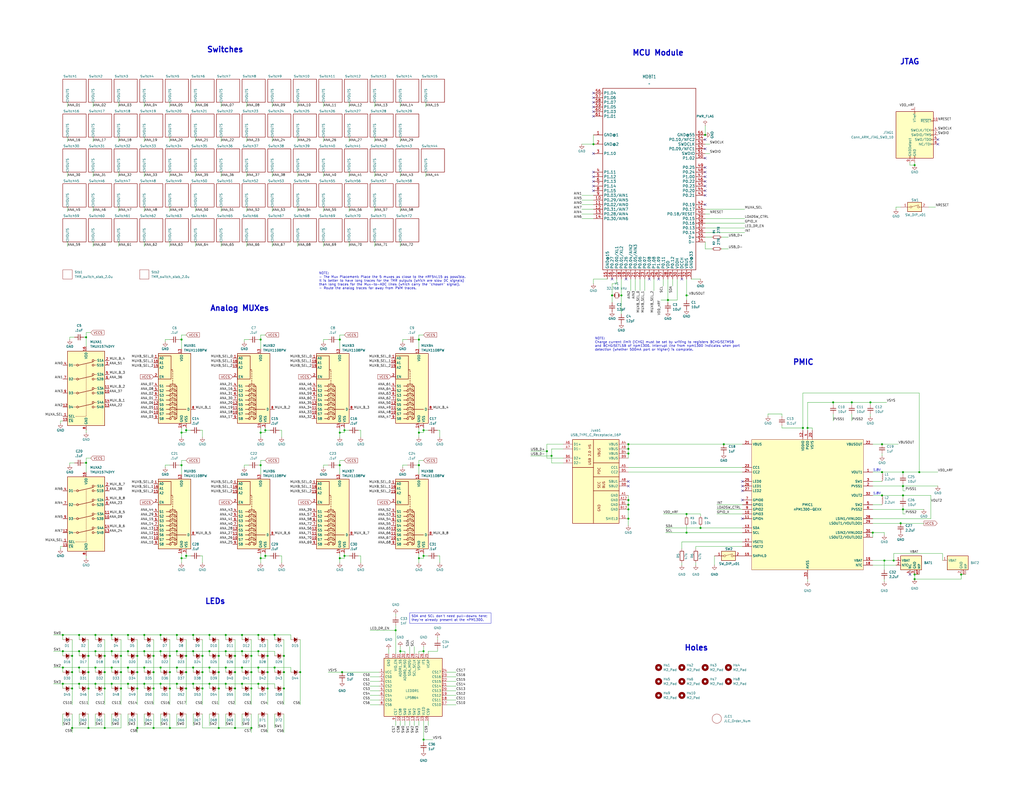
<source format=kicad_sch>
(kicad_sch (version 20250114) (generator "eeschema") (generator_version "9.0")
  (paper "C")
  (text "NOTE:\nCharge current limit (ICHG) must be set by writing to registers BCHGISETMSB\nand BCHGISETLSB of npm1300. Interrupt line from npm1300 indicates when port \ndetection (whether 500mA port or higher) is complete." (at 324.612 187.96 0) (effects (font (size 1.27 1.27)) (justify left)))
  (text "Holes" (at 373.38 355.6 0) (effects (font (size 3 3) (bold yes)) (justify left bottom)))
  (text "1.8V" (at 478.536 256.794 0) (effects (font (size 1.27 1.27))))
  (text "MCU Module" (at 344.932 30.734 0) (effects (font (size 3 3) (bold yes)) (justify left bottom)))
  (text "JTAG" (at 490.982 35.56 0) (effects (font (size 3 3) (bold yes)) (justify left bottom)))
  (text "Analog MUXes" (at 114.554 170.18 0) (effects (font (size 3 3) (bold yes)) (justify left bottom)))
  (text "LEDs" (at 111.76 330.2 0) (effects (font (size 3 3) (bold yes)) (justify left bottom)))
  (text "PMIC" (at 432.562 199.644 0) (effects (font (size 3 3) (bold yes)) (justify left bottom)))
  (text "NOTE:\n- The Mux Placement: Place the 5 muxes as close to the nRF54L15 as possible. \nIt is better to have long traces for the TMR outputs (which are slow DC signals) \nthan long traces for the Mux-to-ADC lines (which carry the \"chosen\" signal).\n- Route the analog traces far away from PWM traces.\n" (at 173.99 158.242 0) (effects (font (size 1.27 1.27)) (justify left bottom)))
  (text "Switches" (at 112.776 28.956 0) (effects (font (size 3 3) (bold yes)) (justify left bottom)))
  (text "1.8V" (at 478.536 269.494 0) (effects (font (size 1.27 1.27))))
  (text_box "SDA and SCL don't need pull-downs here; \nthey're already present at the nPM1300.\n" (at 223.52 334.645 0) (size 44.45 5.715) (margins 0.9525 0.9525 0.9525 0.9525) (effects (font (size 1.27 1.27)) (justify left top)))
  (junction (at 342.9 245.11))
  (junction (at 142.24 185.42))
  (junction (at 48.26 358.14))
  (junction (at 123.19 373.38))
  (junction (at 144.78 234.95))
  (junction (at 114.3 364.49))
  (junction (at 123.19 364.49))
  (junction (at 83.82 397.51))
  (junction (at 185.42 304.8))
  (junction (at 132.08 355.6))
  (junction (at 48.26 375.92))
  (junction (at 48.26 397.51))
  (junction (at 137.16 358.14))
  (junction (at 43.18 346.71))
  (junction (at 92.71 397.51))
  (junction (at 39.37 367.03))
  (junction (at 128.27 397.51))
  (junction (at 101.6 303.53))
  (junction (at 92.71 358.14))
  (junction (at 146.05 358.14))
  (junction (at 52.07 364.49))
  (junction (at 96.52 364.49))
  (junction (at 140.97 355.6))
  (junction (at 83.82 367.03))
  (junction (at 34.29 373.38))
  (junction (at 140.97 373.38))
  (junction (at 83.82 375.92))
  (junction (at 39.37 375.92))
  (junction (at 454.66 219.71))
  (junction (at 142.24 304.8))
  (junction (at 96.52 355.6))
  (junction (at 342.9 283.21))
  (junction (at 96.52 346.71))
  (junction (at 185.42 254))
  (junction (at 491.49 285.75))
  (junction (at 132.08 373.38))
  (junction (at 114.3 355.6))
  (junction (at 101.6 358.14))
  (junction (at 298.45 246.38))
  (junction (at 481.33 270.51))
  (junction (at 110.49 367.03))
  (junction (at 99.06 185.42))
  (junction (at 105.41 373.38))
  (junction (at 128.27 367.03))
  (junction (at 119.38 397.51))
  (junction (at 231.14 234.95))
  (junction (at 57.15 367.03))
  (junction (at 438.15 233.68))
  (junction (at 46.99 184.15))
  (junction (at 142.24 254))
  (junction (at 394.97 242.57))
  (junction (at 364.49 163.83))
  (junction (at 69.85 364.49))
  (junction (at 60.96 355.6))
  (junction (at 132.08 364.49))
  (junction (at 149.86 346.71))
  (junction (at 185.42 236.22))
  (junction (at 99.06 304.8))
  (junction (at 92.71 375.92))
  (junction (at 339.09 161.29))
  (junction (at 185.42 185.42))
  (junction (at 83.82 358.14))
  (junction (at 57.15 397.51))
  (junction (at 114.3 373.38))
  (junction (at 60.96 346.71))
  (junction (at 34.29 355.6))
  (junction (at 342.9 247.65))
  (junction (at 501.65 257.81))
  (junction (at 187.96 234.95))
  (junction (at 228.6 304.8))
  (junction (at 74.93 397.51))
  (junction (at 342.9 242.57))
  (junction (at 105.41 346.71))
  (junction (at 87.63 364.49))
  (junction (at 137.16 367.03))
  (junction (at 487.68 306.07))
  (junction (at 119.38 367.03))
  (junction (at 132.08 346.71))
  (junction (at 374.65 161.29))
  (junction (at 34.29 364.49))
  (junction (at 481.33 257.81))
  (junction (at 48.26 367.03))
  (junction (at 87.63 373.38))
  (junction (at 78.74 364.49))
  (junction (at 39.37 397.51))
  (junction (at 87.63 355.6))
  (junction (at 228.6 185.42))
  (junction (at 186.69 367.03))
  (junction (at 46.99 252.73))
  (junction (at 66.04 358.14))
  (junction (at 99.06 254))
  (junction (at 384.81 73.66))
  (junction (at 323.85 78.74))
  (junction (at 74.93 375.92))
  (junction (at 69.85 346.71))
  (junction (at 154.94 358.14))
  (junction (at 146.05 367.03))
  (junction (at 137.16 397.51))
  (junction (at 492.76 265.43))
  (junction (at 110.49 358.14))
  (junction (at 146.05 375.92))
  (junction (at 499.11 313.69))
  (junction (at 52.07 355.6))
  (junction (at 163.83 367.03))
  (junction (at 119.38 375.92))
  (junction (at 154.94 367.03))
  (junction (at 101.6 375.92))
  (junction (at 440.69 233.68))
  (junction (at 187.96 303.53))
  (junction (at 123.19 355.6))
  (junction (at 78.74 346.71))
  (junction (at 228.6 254))
  (junction (at 69.85 355.6))
  (junction (at 149.86 364.49))
  (junction (at 105.41 364.49))
  (junction (at 300.99 248.92))
  (junction (at 43.18 373.38))
  (junction (at 66.04 367.03))
  (junction (at 481.33 242.57))
  (junction (at 140.97 346.71))
  (junction (at 105.41 355.6))
  (junction (at 499.11 316.23))
  (junction (at 137.16 375.92))
  (junction (at 128.27 358.14))
  (junction (at 474.98 219.71))
  (junction (at 342.9 278.13))
  (junction (at 123.19 346.71))
  (junction (at 334.01 161.29))
  (junction (at 218.44 355.6))
  (junction (at 78.74 373.38))
  (junction (at 524.51 313.69))
  (junction (at 154.94 375.92))
  (junction (at 228.6 236.22))
  (junction (at 374.65 280.67))
  (junction (at 482.6 306.07))
  (junction (at 60.96 364.49))
  (junction (at 110.49 375.92))
  (junction (at 69.85 373.38))
  (junction (at 99.06 236.22))
  (junction (at 87.63 346.71))
  (junction (at 92.71 367.03))
  (junction (at 74.93 367.03))
  (junction (at 144.78 303.53))
  (junction (at 78.74 355.6))
  (junction (at 34.29 346.71))
  (junction (at 476.25 290.83))
  (junction (at 96.52 373.38))
  (junction (at 464.82 219.71))
  (junction (at 57.15 358.14))
  (junction (at 52.07 346.71))
  (junction (at 342.9 273.05))
  (junction (at 342.9 275.59))
  (junction (at 114.3 346.71))
  (junction (at 374.65 290.83))
  (junction (at 128.27 375.92))
  (junction (at 39.37 358.14))
  (junction (at 492.76 278.13))
  (junction (at 119.38 358.14))
  (junction (at 57.15 375.92))
  (junction (at 492.76 257.81))
  (junction (at 231.14 303.53))
  (junction (at 66.04 375.92))
  (junction (at 101.6 367.03))
  (junction (at 52.07 373.38))
  (junction (at 140.97 364.49))
  (junction (at 43.18 364.49))
  (junction (at 101.6 234.95))
  (junction (at 492.76 270.51))
  (junction (at 43.18 355.6))
  (junction (at 231.14 403.86))
  (junction (at 499.11 90.17))
  (junction (at 215.9 344.17))
  (junction (at 382.27 288.29))
  (junction (at 60.96 373.38))
  (junction (at 231.14 355.6))
  (junction (at 142.24 236.22))
  (junction (at 74.93 358.14))
  (no_connect (at 384.81 91.44))
  (no_connect (at 384.81 106.68))
  (no_connect (at 323.85 63.5))
  (no_connect (at 323.85 96.52))
  (no_connect (at 323.85 104.14))
  (no_connect (at 354.33 152.4))
  (no_connect (at 384.81 99.06))
  (no_connect (at 405.13 273.05))
  (no_connect (at 342.9 265.43))
  (no_connect (at 323.85 101.6))
  (no_connect (at 384.81 104.14))
  (no_connect (at 334.01 152.4))
  (no_connect (at 511.81 78.74))
  (no_connect (at 384.81 81.28))
  (no_connect (at 323.85 53.34))
  (no_connect (at 384.81 111.76))
  (no_connect (at 323.85 83.82))
  (no_connect (at 372.11 152.4))
  (no_connect (at 511.81 76.2))
  (no_connect (at 323.85 99.06))
  (no_connect (at 323.85 55.88))
  (no_connect (at 359.41 152.4))
  (no_connect (at 323.85 50.8))
  (no_connect (at 323.85 60.96))
  (no_connect (at 384.81 93.98))
  (no_connect (at 384.81 76.2))
  (no_connect (at 405.13 283.21))
  (no_connect (at 341.63 152.4))
  (no_connect (at 405.13 262.89))
  (no_connect (at 342.9 262.89))
  (no_connect (at 384.81 86.36))
  (no_connect (at 496.57 313.69))
  (no_connect (at 405.13 267.97))
  (no_connect (at 323.85 58.42))
  (no_connect (at 384.81 101.6))
  (no_connect (at 405.13 265.43))
  (no_connect (at 323.85 93.98))
  (no_connect (at 384.81 96.52))
  (wire (pts (xy 110.49 234.95) (xy 110.49 238.76)))
  (wire (pts (xy 123.19 389.89) (xy 123.19 396.24)))
  (wire (pts (xy 96.52 373.38) (xy 105.41 373.38)))
  (wire (pts (xy 393.7 135.89) (xy 397.51 135.89)))
  (wire (pts (xy 231.14 403.86) (xy 236.22 403.86)))
  (wire (pts (xy 223.52 393.7) (xy 223.52 396.24)))
  (wire (pts (xy 64.77 74.93) (xy 64.77 77.47)))
  (wire (pts (xy 196.85 303.53) (xy 196.85 307.34)))
  (wire (pts (xy 238.76 234.95) (xy 240.03 234.95)))
  (wire (pts (xy 154.94 375.92) (xy 154.94 384.81)))
  (wire (pts (xy 132.08 355.6) (xy 132.08 358.14)))
  (wire (pts (xy 222.25 254) (xy 219.71 254)))
  (wire (pts (xy 220.98 356.87) (xy 220.98 355.6)))
  (wire (pts (xy 240.03 303.53) (xy 240.03 307.34)))
  (wire (pts (xy 46.99 257.81) (xy 46.99 252.73)))
  (wire (pts (xy 426.72 227.33) (xy 426.72 226.06)))
  (wire (pts (xy 492.76 278.13) (xy 492.76 276.86)))
  (wire (pts (xy 135.89 185.42) (xy 133.35 185.42)))
  (wire (pts (xy 201.93 372.11) (xy 207.01 372.11)))
  (wire (pts (xy 50.8 113.03) (xy 50.8 115.57)))
  (wire (pts (xy 99.06 190.5) (xy 99.06 185.42)))
  (wire (pts (xy 78.74 364.49) (xy 87.63 364.49)))
  (wire (pts (xy 66.04 367.03) (xy 66.04 375.92)))
  (wire (pts (xy 99.06 233.68) (xy 99.06 236.22)))
  (wire (pts (xy 105.41 364.49) (xy 114.3 364.49)))
  (wire (pts (xy 69.85 373.38) (xy 78.74 373.38)))
  (wire (pts (xy 101.6 236.22) (xy 99.06 236.22)))
  (wire (pts (xy 135.89 254) (xy 133.35 254)))
  (wire (pts (xy 464.82 226.06) (xy 464.82 229.87)))
  (wire (pts (xy 476.25 262.89) (xy 481.33 262.89)))
  (wire (pts (xy 34.29 373.38) (xy 43.18 373.38)))
  (wire (pts (xy 231.14 233.68) (xy 231.14 234.95)))
  (wire (pts (xy 176.53 132.08) (xy 176.53 134.62)))
  (wire (pts (xy 120.65 55.88) (xy 120.65 58.42)))
  (wire (pts (xy 78.74 113.03) (xy 78.74 115.57)))
  (wire (pts (xy 363.22 288.29) (xy 382.27 288.29)))
  (wire (pts (xy 218.44 393.7) (xy 218.44 396.24)))
  (wire (pts (xy 87.63 355.6) (xy 96.52 355.6)))
  (wire (pts (xy 52.07 346.71) (xy 52.07 349.25)))
  (wire (pts (xy 60.96 364.49) (xy 69.85 364.49)))
  (wire (pts (xy 231.14 234.95) (xy 231.14 236.22)))
  (wire (pts (xy 149.86 389.89) (xy 149.86 397.51)))
  (wire (pts (xy 218.44 113.03) (xy 218.44 115.57)))
  (wire (pts (xy 482.6 306.07) (xy 482.6 311.15)))
  (wire (pts (xy 87.63 346.71) (xy 96.52 346.71)))
  (wire (pts (xy 176.53 185.42) (xy 176.53 186.69)))
  (wire (pts (xy 34.29 364.49) (xy 34.29 367.03)))
  (wire (pts (xy 144.78 236.22) (xy 142.24 236.22)))
  (wire (pts (xy 78.74 373.38) (xy 87.63 373.38)))
  (wire (pts (xy 492.76 270.51) (xy 508 270.51)))
  (wire (pts (xy 46.99 181.61) (xy 46.99 184.15)))
  (wire (pts (xy 514.35 306.07) (xy 514.35 302.26)))
  (wire (pts (xy 185.42 304.8) (xy 185.42 307.34)))
  (wire (pts (xy 74.93 375.92) (xy 74.93 384.81)))
  (wire (pts (xy 232.41 93.98) (xy 232.41 96.52)))
  (wire (pts (xy 443.23 233.68) (xy 440.69 233.68)))
  (wire (pts (xy 228.6 393.7) (xy 228.6 396.24)))
  (wire (pts (xy 476.25 278.13) (xy 492.76 278.13)))
  (wire (pts (xy 78.74 346.71) (xy 87.63 346.71)))
  (wire (pts (xy 74.93 349.25) (xy 74.93 358.14)))
  (wire (pts (xy 228.6 304.8) (xy 228.6 307.34)))
  (wire (pts (xy 137.16 389.89) (xy 137.16 397.51)))
  (wire (pts (xy 87.63 389.89) (xy 87.63 396.24)))
  (wire (pts (xy 57.15 358.14) (xy 57.15 367.03)))
  (wire (pts (xy 133.35 254) (xy 133.35 255.27)))
  (wire (pts (xy 454.66 219.71) (xy 454.66 220.98)))
  (wire (pts (xy 69.85 346.71) (xy 69.85 349.25)))
  (wire (pts (xy 34.29 355.6) (xy 43.18 355.6)))
  (wire (pts (xy 162.56 113.03) (xy 162.56 115.57)))
  (wire (pts (xy 128.27 367.03) (xy 128.27 375.92)))
  (wire (pts (xy 219.71 185.42) (xy 219.71 186.69)))
  (wire (pts (xy 144.78 251.46) (xy 142.24 251.46)))
  (wire (pts (xy 114.3 355.6) (xy 123.19 355.6)))
  (wire (pts (xy 57.15 375.92) (xy 57.15 384.81)))
  (wire (pts (xy 60.96 373.38) (xy 69.85 373.38)))
  (wire (pts (xy 317.5 114.3) (xy 323.85 114.3)))
  (wire (pts (xy 101.6 251.46) (xy 99.06 251.46)))
  (wire (pts (xy 52.07 355.6) (xy 52.07 358.14)))
  (wire (pts (xy 482.6 306.07) (xy 487.68 306.07)))
  (wire (pts (xy 92.71 113.03) (xy 92.71 115.57)))
  (wire (pts (xy 196.85 234.95) (xy 196.85 238.76)))
  (wire (pts (xy 90.17 254) (xy 90.17 255.27)))
  (wire (pts (xy 33.02 229.87) (xy 33.02 231.14)))
  (wire (pts (xy 215.9 341.63) (xy 215.9 344.17)))
  (wire (pts (xy 379.73 307.34) (xy 379.73 308.61)))
  (wire (pts (xy 187.96 302.26) (xy 187.96 303.53)))
  (wire (pts (xy 149.86 373.38) (xy 149.86 375.92)))
  (wire (pts (xy 300.99 245.11) (xy 300.99 248.92)))
  (wire (pts (xy 382.27 287.02) (xy 382.27 288.29)))
  (wire (pts (xy 201.93 374.65) (xy 207.01 374.65)))
  (wire (pts (xy 128.27 389.89) (xy 128.27 397.51)))
  (wire (pts (xy 114.3 355.6) (xy 114.3 358.14)))
  (wire (pts (xy 132.08 389.89) (xy 132.08 396.24)))
  (wire (pts (xy 43.18 373.38) (xy 52.07 373.38)))
  (wire (pts (xy 317.5 106.68) (xy 323.85 106.68)))
  (wire (pts (xy 99.06 185.42) (xy 97.79 185.42)))
  (wire (pts (xy 60.96 389.89) (xy 60.96 396.24)))
  (wire (pts (xy 334.01 154.94) (xy 334.01 161.29)))
  (wire (pts (xy 50.8 74.93) (xy 50.8 77.47)))
  (wire (pts (xy 391.16 280.67) (xy 405.13 280.67)))
  (wire (pts (xy 524.51 316.23) (xy 499.11 316.23)))
  (wire (pts (xy 356.87 152.4) (xy 356.87 158.75)))
  (wire (pts (xy 153.67 234.95) (xy 153.67 238.76)))
  (wire (pts (xy 186.69 367.03) (xy 207.01 367.03)))
  (wire (pts (xy 384.81 78.74) (xy 387.35 78.74)))
  (wire (pts (xy 134.62 113.03) (xy 134.62 115.57)))
  (wire (pts (xy 374.65 290.83) (xy 405.13 290.83)))
  (wire (pts (xy 101.6 303.53) (xy 104.14 303.53)))
  (wire (pts (xy 101.6 349.25) (xy 101.6 358.14)))
  (wire (pts (xy 144.78 182.88) (xy 142.24 182.88)))
  (wire (pts (xy 29.21 346.71) (xy 34.29 346.71)))
  (wire (pts (xy 176.53 74.93) (xy 176.53 77.47)))
  (wire (pts (xy 105.41 364.49) (xy 105.41 367.03)))
  (wire (pts (xy 440.69 219.71) (xy 454.66 219.71)))
  (wire (pts (xy 228.6 302.26) (xy 228.6 304.8)))
  (wire (pts (xy 66.04 349.25) (xy 66.04 358.14)))
  (wire (pts (xy 228.6 259.08) (xy 228.6 254)))
  (wire (pts (xy 190.5 132.08) (xy 190.5 134.62)))
  (wire (pts (xy 248.92 374.65) (xy 243.84 374.65)))
  (wire (pts (xy 38.1 184.15) (xy 38.1 185.42)))
  (wire (pts (xy 443.23 234.95) (xy 443.23 233.68)))
  (wire (pts (xy 384.81 119.38) (xy 406.4 119.38)))
  (wire (pts (xy 499.11 313.69) (xy 499.11 316.23)))
  (wire (pts (xy 87.63 355.6) (xy 87.63 358.14)))
  (wire (pts (xy 92.71 397.51) (xy 83.82 397.51)))
  (wire (pts (xy 179.07 254) (xy 176.53 254)))
  (wire (pts (xy 96.52 355.6) (xy 105.41 355.6)))
  (wire (pts (xy 372.11 307.34) (xy 372.11 308.61)))
  (wire (pts (xy 64.77 113.03) (xy 64.77 115.57)))
  (wire (pts (xy 133.35 185.42) (xy 133.35 186.69)))
  (wire (pts (xy 142.24 185.42) (xy 140.97 185.42)))
  (wire (pts (xy 87.63 373.38) (xy 96.52 373.38)))
  (wire (pts (xy 152.4 303.53) (xy 153.67 303.53)))
  (wire (pts (xy 222.25 185.42) (xy 219.71 185.42)))
  (wire (pts (xy 307.34 250.19) (xy 298.45 250.19)))
  (wire (pts (xy 491.49 285.75) (xy 504.19 285.75)))
  (wire (pts (xy 92.71 254) (xy 90.17 254)))
  (wire (pts (xy 66.04 397.51) (xy 57.15 397.51)))
  (wire (pts (xy 361.95 152.4) (xy 361.95 156.21)))
  (wire (pts (xy 218.44 55.88) (xy 218.44 58.42)))
  (wire (pts (xy 106.68 74.93) (xy 106.68 77.47)))
  (wire (pts (xy 369.57 152.4) (xy 369.57 163.83)))
  (wire (pts (xy 384.81 135.89) (xy 388.62 135.89)))
  (wire (pts (xy 83.82 358.14) (xy 83.82 367.03)))
  (wire (pts (xy 298.45 250.19) (xy 298.45 246.38)))
  (wire (pts (xy 49.53 181.61) (xy 46.99 181.61)))
  (wire (pts (xy 52.07 346.71) (xy 60.96 346.71)))
  (wire (pts (xy 426.72 226.06) (xy 419.1 226.06)))
  (wire (pts (xy 106.68 55.88) (xy 106.68 58.42)))
  (wire (pts (xy 163.83 367.03) (xy 163.83 384.81)))
  (wire (pts (xy 228.6 355.6) (xy 231.14 355.6)))
  (wire (pts (xy 231.14 355.6) (xy 231.14 356.87)))
  (wire (pts (xy 212.09 354.33) (xy 212.09 356.87)))
  (wire (pts (xy 92.71 132.08) (xy 92.71 134.62)))
  (wire (pts (xy 34.29 364.49) (xy 43.18 364.49)))
  (wire (pts (xy 201.93 379.73) (xy 207.01 379.73)))
  (wire (pts (xy 153.67 303.53) (xy 153.67 307.34)))
  (wire (pts (xy 228.6 185.42) (xy 227.33 185.42)))
  (wire (pts (xy 142.24 233.68) (xy 142.24 236.22)))
  (wire (pts (xy 96.52 364.49) (xy 105.41 364.49)))
  (wire (pts (xy 109.22 234.95) (xy 110.49 234.95)))
  (wire (pts (xy 201.93 377.19) (xy 207.01 377.19)))
  (wire (pts (xy 144.78 234.95) (xy 147.32 234.95)))
  (wire (pts (xy 36.83 113.03) (xy 36.83 115.57)))
  (wire (pts (xy 132.08 373.38) (xy 132.08 375.92)))
  (wire (pts (xy 34.29 389.89) (xy 34.29 396.24)))
  (wire (pts (xy 382.27 280.67) (xy 382.27 281.94)))
  (wire (pts (xy 78.74 93.98) (xy 78.74 96.52)))
  (wire (pts (xy 231.14 304.8) (xy 228.6 304.8)))
  (wire (pts (xy 148.59 93.98) (xy 148.59 96.52)))
  (wire (pts (xy 105.41 346.71) (xy 114.3 346.71)))
  (wire (pts (xy 137.16 358.14) (xy 137.16 367.03)))
  (wire (pts (xy 105.41 355.6) (xy 114.3 355.6)))
  (wire (pts (xy 110.49 303.53) (xy 110.49 307.34)))
  (wire (pts (xy 144.78 302.26) (xy 144.78 303.53)))
  (wire (pts (xy 34.29 373.38) (xy 34.29 375.92)))
  (wire (pts (xy 132.08 346.71) (xy 140.97 346.71)))
  (wire (pts (xy 83.82 349.25) (xy 83.82 358.14)))
  (wire (pts (xy 474.98 219.71) (xy 483.87 219.71)))
  (wire (pts (xy 187.96 236.22) (xy 185.42 236.22)))
  (wire (pts (xy 99.06 251.46) (xy 99.06 254)))
  (wire (pts (xy 187.96 234.95) (xy 187.96 236.22)))
  (wire (pts (xy 204.47 55.88) (xy 204.47 58.42)))
  (wire (pts (xy 96.52 346.71) (xy 96.52 349.25)))
  (wire (pts (xy 377.19 152.4) (xy 382.27 152.4)))
  (wire (pts (xy 374.65 287.02) (xy 374.65 290.83)))
  (wire (pts (xy 382.27 288.29) (xy 405.13 288.29)))
  (wire (pts (xy 240.03 234.95) (xy 240.03 238.76)))
  (wire (pts (xy 142.24 251.46) (xy 142.24 254)))
  (wire (pts (xy 201.93 369.57) (xy 207.01 369.57)))
  (wire (pts (xy 123.19 346.71) (xy 123.19 349.25)))
  (wire (pts (xy 105.41 355.6) (xy 105.41 358.14)))
  (wire (pts (xy 134.62 93.98) (xy 134.62 96.52)))
  (wire (pts (xy 187.96 251.46) (xy 185.42 251.46)))
  (wire (pts (xy 298.45 246.38) (xy 298.45 242.57)))
  (wire (pts (xy 140.97 346.71) (xy 140.97 349.25)))
  (wire (pts (xy 99.06 304.8) (xy 99.06 307.34)))
  (wire (pts (xy 40.64 184.15) (xy 38.1 184.15)))
  (wire (pts (xy 148.59 55.88) (xy 148.59 58.42)))
  (wire (pts (xy 114.3 364.49) (xy 114.3 367.03)))
  (wire (pts (xy 440.69 233.68) (xy 440.69 219.71)))
  (wire (pts (xy 119.38 349.25) (xy 119.38 358.14)))
  (wire (pts (xy 231.14 182.88) (xy 228.6 182.88)))
  (wire (pts (xy 419.1 226.06) (xy 419.1 227.33)))
  (wire (pts (xy 46.99 252.73) (xy 45.72 252.73)))
  (wire (pts (xy 57.15 397.51) (xy 48.26 397.51)))
  (wire (pts (xy 152.4 234.95) (xy 153.67 234.95)))
  (wire (pts (xy 36.83 55.88) (xy 36.83 58.42)))
  (wire (pts (xy 243.84 367.03) (xy 248.92 367.03)))
  (wire (pts (xy 110.49 349.25) (xy 110.49 358.14)))
  (wire (pts (xy 43.18 346.71) (xy 52.07 346.71)))
  (wire (pts (xy 438.15 233.68) (xy 426.72 233.68)))
  (wire (pts (xy 69.85 355.6) (xy 69.85 358.14)))
  (wire (pts (xy 110.49 389.89) (xy 110.49 397.51)))
  (wire (pts (xy 492.76 267.97) (xy 492.76 265.43)))
  (wire (pts (xy 346.71 152.4) (xy 346.71 158.75)))
  (wire (pts (xy 99.06 182.88) (xy 99.06 185.42)))
  (wire (pts (xy 233.68 356.87) (xy 233.68 355.6)))
  (wire (pts (xy 323.85 73.66) (xy 323.85 78.74)))
  (wire (pts (xy 384.81 124.46) (xy 406.4 124.46)))
  (wire (pts (xy 231.14 353.06) (xy 231.14 355.6)))
  (wire (pts (xy 476.25 290.83) (xy 476.25 293.37)))
  (wire (pts (xy 218.44 353.06) (xy 218.44 355.6)))
  (wire (pts (xy 92.71 349.25) (xy 92.71 358.14)))
  (wire (pts (xy 248.92 369.57) (xy 243.84 369.57)))
  (wire (pts (xy 488.95 113.03) (xy 488.95 114.3)))
  (wire (pts (xy 92.71 55.88) (xy 92.71 58.42)))
  (wire (pts (xy 99.06 254) (xy 97.79 254)))
  (wire (pts (xy 231.14 302.26) (xy 231.14 303.53)))
  (wire (pts (xy 405.13 298.45) (xy 379.73 298.45)))
  (wire (pts (xy 228.6 182.88) (xy 228.6 185.42)))
  (wire (pts (xy 48.26 389.89) (xy 48.26 397.51)))
  (wire (pts (xy 218.44 132.08) (xy 218.44 134.62)))
  (wire (pts (xy 474.98 226.06) (xy 474.98 227.33)))
  (wire (pts (xy 364.49 163.83) (xy 364.49 165.1)))
  (wire (pts (xy 179.07 185.42) (xy 176.53 185.42)))
  (wire (pts (xy 78.74 355.6) (xy 78.74 358.14)))
  (wire (pts (xy 52.07 389.89) (xy 52.07 396.24)))
  (wire (pts (xy 185.42 251.46) (xy 185.42 254)))
  (wire (pts (xy 39.37 375.92) (xy 39.37 384.81)))
  (wire (pts (xy 364.49 152.4) (xy 364.49 163.83)))
  (wire (pts (xy 187.96 182.88) (xy 185.42 182.88)))
  (wire (pts (xy 83.82 397.51) (xy 74.93 397.51)))
  (wire (pts (xy 140.97 373.38) (xy 140.97 375.92)))
  (wire (pts (xy 342.9 247.65) (xy 342.9 250.19)))
  (wire (pts (xy 158.75 346.71) (xy 158.75 349.25)))
  (wire (pts (xy 492.76 257.81) (xy 492.76 259.08)))
  (wire (pts (xy 185.42 190.5) (xy 185.42 185.42)))
  (wire (pts (xy 248.92 384.81) (xy 243.84 384.81)))
  (wire (pts (xy 154.94 349.25) (xy 154.94 358.14)))
  (wire (pts (xy 204.47 132.08) (xy 204.47 134.62)))
  (wire (pts (xy 492.76 270.51) (xy 492.76 271.78)))
  (wire (pts (xy 43.18 389.89) (xy 43.18 396.24)))
  (wire (pts (xy 481.33 257.81) (xy 492.76 257.81)))
  (wire (pts (xy 105.41 373.38) (xy 105.41 375.92)))
  (wire (pts (xy 39.37 389.89) (xy 39.37 397.51)))
  (wire (pts (xy 134.62 132.08) (xy 134.62 134.62)))
  (wire (pts (xy 317.5 109.22) (xy 323.85 109.22)))
  (wire (pts (xy 140.97 355.6) (xy 140.97 358.14)))
  (wire (pts (xy 78.74 55.88) (xy 78.74 58.42)))
  (wire (pts (xy 360.68 163.83) (xy 364.49 163.83)))
  (wire (pts (xy 92.71 375.92) (xy 92.71 384.81)))
  (wire (pts (xy 228.6 251.46) (xy 228.6 254)))
  (wire (pts (xy 48.26 358.14) (xy 48.26 367.03)))
  (wire (pts (xy 492.76 265.43) (xy 511.81 265.43)))
  (wire (pts (xy 149.86 364.49) (xy 149.86 367.03)))
  (wire (pts (xy 176.53 93.98) (xy 176.53 96.52)))
  (wire (pts (xy 476.25 242.57) (xy 481.33 242.57)))
  (wire (pts (xy 524.51 313.69) (xy 527.05 313.69)))
  (wire (pts (xy 87.63 373.38) (xy 87.63 375.92)))
  (wire (pts (xy 501.65 214.63) (xy 438.15 214.63)))
  (wire (pts (xy 132.08 373.38) (xy 140.97 373.38)))
  (wire (pts (xy 476.25 275.59) (xy 481.33 275.59)))
  (wire (pts (xy 496.57 88.9) (xy 496.57 90.17)))
  (wire (pts (xy 101.6 234.95) (xy 104.14 234.95)))
  (wire (pts (xy 74.93 358.14) (xy 74.93 367.03)))
  (wire (pts (xy 92.71 93.98) (xy 92.71 96.52)))
  (wire (pts (xy 48.26 349.25) (xy 48.26 358.14)))
  (wire (pts (xy 142.24 236.22) (xy 142.24 238.76)))
  (wire (pts (xy 83.82 389.89) (xy 83.82 397.51)))
  (wire (pts (xy 96.52 355.6) (xy 96.52 358.14)))
  (wire (pts (xy 195.58 303.53) (xy 196.85 303.53)))
  (wire (pts (xy 90.17 185.42) (xy 90.17 186.69)))
  (wire (pts (xy 384.81 83.82) (xy 387.35 83.82)))
  (wire (pts (xy 384.81 121.92) (xy 406.4 121.92)))
  (wire (pts (xy 231.14 303.53) (xy 233.68 303.53)))
  (wire (pts (xy 185.42 254) (xy 184.15 254)))
  (wire (pts (xy 218.44 93.98) (xy 218.44 96.52)))
  (wire (pts (xy 323.85 152.4) (xy 331.47 152.4)))
  (wire (pts (xy 187.96 233.68) (xy 187.96 234.95)))
  (wire (pts (xy 46.99 234.95) (xy 46.99 236.22)))
  (wire (pts (xy 140.97 364.49) (xy 140.97 367.03)))
  (wire (pts (xy 185.42 185.42) (xy 184.15 185.42)))
  (wire (pts (xy 29.21 355.6) (xy 34.29 355.6)))
  (wire (pts (xy 363.22 290.83) (xy 374.65 290.83)))
  (wire (pts (xy 231.14 234.95) (xy 233.68 234.95)))
  (wire (pts (xy 300.99 252.73) (xy 307.34 252.73)))
  (wire (pts (xy 372.11 295.91) (xy 372.11 299.72)))
  (wire (pts (xy 114.3 346.71) (xy 114.3 349.25)))
  (wire (pts (xy 231.14 236.22) (xy 228.6 236.22)))
  (wire (pts (xy 128.27 375.92) (xy 128.27 384.81)))
  (wire (pts (xy 119.38 389.89) (xy 119.38 397.51)))
  (wire (pts (xy 96.52 389.89) (xy 96.52 396.24)))
  (wire (pts (xy 342.9 245.11) (xy 342.9 247.65)))
  (wire (pts (xy 142.24 254) (xy 140.97 254)))
  (wire (pts (xy 289.56 248.92) (xy 300.99 248.92)))
  (wire (pts (xy 440.69 316.23) (xy 440.69 317.5)))
  (wire (pts (xy 204.47 74.93) (xy 204.47 77.47)))
  (wire (pts (xy 506.73 113.03) (xy 510.54 113.03)))
  (wire (pts (xy 384.81 68.58) (xy 384.81 73.66)))
  (wire (pts (xy 426.72 233.68) (xy 426.72 232.41)))
  (wire (pts (xy 176.53 55.88) (xy 176.53 58.42)))
  (wire (pts (xy 162.56 132.08) (xy 162.56 134.62)))
  (wire (pts (xy 334.01 161.29) (xy 334.01 165.1)))
  (wire (pts (xy 317.5 78.74) (xy 323.85 78.74)))
  (wire (pts (xy 106.68 93.98) (xy 106.68 96.52)))
  (wire (pts (xy 220.98 355.6) (xy 218.44 355.6)))
  (wire (pts (xy 87.63 364.49) (xy 96.52 364.49)))
  (wire (pts (xy 149.86 364.49) (xy 158.75 364.49)))
  (wire (pts (xy 248.92 377.19) (xy 243.84 377.19)))
  (wire (pts (xy 391.16 275.59) (xy 405.13 275.59)))
  (wire (pts (xy 78.74 346.71) (xy 78.74 349.25)))
  (wire (pts (xy 101.6 233.68) (xy 101.6 234.95)))
  (wire (pts (xy 99.06 236.22) (xy 99.06 238.76)))
  (wire (pts (xy 140.97 355.6) (xy 149.86 355.6)))
  (wire (pts (xy 204.47 93.98) (xy 204.47 96.52)))
  (wire (pts (xy 29.21 364.49) (xy 34.29 364.49)))
  (wire (pts (xy 43.18 355.6) (xy 43.18 358.14)))
  (wire (pts (xy 39.37 397.51) (xy 39.37 400.05)))
  (wire (pts (xy 342.9 255.27) (xy 405.13 255.27)))
  (wire (pts (xy 132.08 364.49) (xy 132.08 367.03)))
  (wire (pts (xy 464.82 219.71) (xy 464.82 220.98)))
  (wire (pts (xy 336.55 154.94) (xy 334.01 154.94)))
  (wire (pts (xy 185.42 259.08) (xy 185.42 254)))
  (wire (pts (xy 336.55 152.4) (xy 336.55 154.94)))
  (wire (pts (xy 494.03 267.97) (xy 492.76 267.97)))
  (wire (pts (xy 87.63 364.49) (xy 87.63 367.03)))
  (wire (pts (xy 389.89 303.53) (xy 389.89 308.61)))
  (wire (pts (xy 101.6 303.53) (xy 101.6 304.8)))
  (wire (pts (xy 187.96 304.8) (xy 185.42 304.8)))
  (wire (pts (xy 83.82 375.92) (xy 83.82 384.81)))
  (wire (pts (xy 501.65 257.81) (xy 511.81 257.81)))
  (wire (pts (xy 231.14 393.7) (xy 231.14 403.86)))
  (wire (pts (xy 144.78 303.53) (xy 144.78 304.8)))
  (wire (pts (xy 190.5 113.03) (xy 190.5 115.57)))
  (wire (pts (xy 176.53 254) (xy 176.53 255.27)))
  (wire (pts (xy 140.97 346.71) (xy 149.86 346.71)))
  (wire (pts (xy 393.7 129.54) (xy 397.51 129.54)))
  (wire (pts (xy 92.71 358.14) (xy 92.71 367.03)))
  (wire (pts (xy 52.07 373.38) (xy 52.07 375.92)))
  (wire (pts (xy 187.96 234.95) (xy 190.5 234.95)))
  (wire (pts (xy 524.51 313.69) (xy 524.51 316.23)))
  (wire (pts (xy 289.56 246.38) (xy 298.45 246.38)))
  (wire (pts (xy 179.07 367.03) (xy 186.69 367.03)))
  (wire (pts (xy 149.86 346.71) (xy 149.86 349.25)))
  (wire (pts (xy 43.18 364.49) (xy 52.07 364.49)))
  (wire (pts (xy 36.83 132.08) (xy 36.83 134.62)))
  (wire (pts (xy 342.9 242.57) (xy 342.9 245.11)))
  (wire (pts (xy 476.25 308.61) (xy 488.95 308.61)))
  (wire (pts (xy 96.52 373.38) (xy 96.52 375.92)))
  (wire (pts (xy 231.14 251.46) (xy 228.6 251.46)))
  (wire (pts (xy 132.08 346.71) (xy 132.08 349.25)))
  (wire (pts (xy 114.3 373.38) (xy 123.19 373.38)))
  (wire (pts (xy 114.3 389.89) (xy 114.3 396.24)))
  (wire (pts (xy 228.6 190.5) (xy 228.6 185.42)))
  (wire (pts (xy 38.1 252.73) (xy 38.1 254)))
  (wire (pts (xy 119.38 367.03) (xy 119.38 375.92)))
  (wire (pts (xy 342.9 257.81) (xy 405.13 257.81)))
  (wire (pts (xy 374.65 280.67) (xy 374.65 281.94)))
  (wire (pts (xy 481.33 270.51) (xy 492.76 270.51)))
  (wire (pts (xy 231.14 303.53) (xy 231.14 304.8)))
  (wire (pts (xy 109.22 303.53) (xy 110.49 303.53)))
  (wire (pts (xy 99.06 259.08) (xy 99.06 254)))
  (wire (pts (xy 300.99 248.92) (xy 300.99 252.73)))
  (wire (pts (xy 39.37 349.25) (xy 39.37 358.14)))
  (wire (pts (xy 176.53 113.03) (xy 176.53 115.57)))
  (wire (pts (xy 101.6 375.92) (xy 101.6 384.81)))
  (wire (pts (xy 144.78 234.95) (xy 144.78 236.22)))
  (wire (pts (xy 39.37 358.14) (xy 39.37 367.03)))
  (wire (pts (xy 114.3 364.49) (xy 123.19 364.49)))
  (wire (pts (xy 114.3 346.71) (xy 123.19 346.71)))
  (wire (pts (xy 215.9 335.28) (xy 215.9 336.55)))
  (wire (pts (xy 105.41 389.89) (xy 105.41 396.24)))
  (wire (pts (xy 149.86 346.71) (xy 158.75 346.71)))
  (wire (pts (xy 454.66 219.71) (xy 464.82 219.71)))
  (wire (pts (xy 78.74 74.93) (xy 78.74 77.47)))
  (wire (pts (xy 476.25 290.83) (xy 482.6 290.83)))
  (wire (pts (xy 34.29 229.87) (xy 33.02 229.87)))
  (wire (pts (xy 233.68 355.6) (xy 238.76 355.6)))
  (wire (pts (xy 34.29 298.45) (xy 33.02 298.45)))
  (wire (pts (xy 148.59 132.08) (xy 148.59 134.62)))
  (wire (pts (xy 43.18 346.71) (xy 43.18 349.25)))
  (wire (pts (xy 190.5 55.88) (xy 190.5 58.42)))
  (wire (pts (xy 123.19 346.71) (xy 132.08 346.71)))
  (wire (pts (xy 57.15 389.89) (xy 57.15 397.51)))
  (wire (pts (xy 481.33 242.57) (xy 490.22 242.57)))
  (wire (pts (xy 128.27 349.25) (xy 128.27 358.14)))
  (wire (pts (xy 106.68 132.08) (xy 106.68 134.62)))
  (wire (pts (xy 248.92 372.11) (xy 243.84 372.11)))
  (wire (pts (xy 46.99 184.15) (xy 46.99 189.23)))
  (wire (pts (xy 128.27 397.51) (xy 137.16 397.51)))
  (wire (pts (xy 120.65 113.03) (xy 120.65 115.57)))
  (wire (pts (xy 394.97 242.57) (xy 405.13 242.57)))
  (wire (pts (xy 154.94 389.89) (xy 154.94 400.05)))
  (wire (pts (xy 482.6 316.23) (xy 482.6 317.5)))
  (wire (pts (xy 64.77 55.88) (xy 64.77 58.42)))
  (wire (pts (xy 185.42 233.68) (xy 185.42 236.22)))
  (wire (pts (xy 487.68 302.26) (xy 487.68 306.07)))
  (wire (pts (xy 187.96 303.53) (xy 190.5 303.53)))
  (wire (pts (xy 132.08 364.49) (xy 140.97 364.49)))
  (wire (pts (xy 369.57 163.83) (xy 364.49 163.83)))
  (wire (pts (xy 384.81 132.08) (xy 384.81 135.89)))
  (wire (pts (xy 492.76 265.43) (xy 492.76 264.16)))
  (wire (pts (xy 50.8 132.08) (xy 50.8 134.62)))
  (wire (pts (xy 144.78 233.68) (xy 144.78 234.95)))
  (wire (pts (xy 233.68 393.7) (xy 233.68 396.24)))
  (wire (pts (xy 476.25 257.81) (xy 481.33 257.81)))
  (wire (pts (xy 69.85 346.71) (xy 78.74 346.71)))
  (wire (pts (xy 92.71 389.89) (xy 92.71 397.51)))
  (wire (pts (xy 46.99 184.15) (xy 45.72 184.15)))
  (wire (pts (xy 43.18 355.6) (xy 52.07 355.6)))
  (wire (pts (xy 50.8 93.98) (xy 50.8 96.52)))
  (wire (pts (xy 78.74 373.38) (xy 78.74 375.92)))
  (wire (pts (xy 351.79 152.4) (xy 351.79 158.75)))
  (wire (pts (xy 57.15 349.25) (xy 57.15 358.14)))
  (wire (pts (xy 215.9 344.17) (xy 215.9 356.87)))
  (wire (pts (xy 78.74 389.89) (xy 78.74 396.24)))
  (wire (pts (xy 494.03 280.67) (xy 492.76 280.67)))
  (wire (pts (xy 499.11 88.9) (xy 499.11 90.17)))
  (wire (pts (xy 374.65 152.4) (xy 374.65 161.29)))
  (wire (pts (xy 60.96 355.6) (xy 60.96 358.14)))
  (wire (pts (xy 33.02 298.45) (xy 33.02 299.72)))
  (wire (pts (xy 248.92 382.27) (xy 243.84 382.27)))
  (wire (pts (xy 60.96 346.71) (xy 60.96 349.25)))
  (wire (pts (xy 57.15 367.03) (xy 57.15 375.92)))
  (wire (pts (xy 344.17 152.4) (xy 344.17 158.75)))
  (wire (pts (xy 349.25 152.4) (xy 349.25 158.75)))
  (wire (pts (xy 339.09 152.4) (xy 339.09 161.29)))
  (wire (pts (xy 228.6 233.68) (xy 228.6 236.22)))
  (wire (pts (xy 137.16 375.92) (xy 137.16 384.81)))
  (wire (pts (xy 405.13 295.91) (xy 372.11 295.91)))
  (wire (pts (xy 342.9 278.13) (xy 342.9 283.21)))
  (wire (pts (xy 101.6 358.14) (xy 101.6 367.03)))
  (wire (pts (xy 132.08 355.6) (xy 140.97 355.6)))
  (wire (pts (xy 323.85 154.94) (xy 323.85 152.4)))
  (wire (pts (xy 43.18 373.38) (xy 43.18 375.92)))
  (wire (pts (xy 201.93 344.17) (xy 215.9 344.17)))
  (wire (pts (xy 96.52 364.49) (xy 96.52 367.03)))
  (wire (pts (xy 74.93 389.89) (xy 74.93 397.51)))
  (wire (pts (xy 40.64 252.73) (xy 38.1 252.73)))
  (wire (pts (xy 142.24 304.8) (xy 142.24 307.34)))
  (wire (pts (xy 60.96 346.71) (xy 69.85 346.71)))
  (wire (pts (xy 163.83 349.25) (xy 163.83 367.03)))
  (wire (pts (xy 66.04 375.92) (xy 66.04 384.81)))
  (wire (pts (xy 491.49 113.03) (xy 488.95 113.03)))
  (wire (pts (xy 238.76 303.53) (xy 240.03 303.53)))
  (wire (pts (xy 148.59 74.93) (xy 148.59 77.47)))
  (wire (pts (xy 223.52 353.06) (xy 223.52 356.87)))
  (wire (pts (xy 514.35 302.26) (xy 487.68 302.26)))
  (wire (pts (xy 187.96 303.53) (xy 187.96 304.8)))
  (wire (pts (xy 78.74 364.49) (xy 78.74 367.03)))
  (wire (pts (xy 110.49 397.51) (xy 119.38 397.51)))
  (wire (pts (xy 367.03 152.4) (xy 367.03 156.21)))
  (wire (pts (xy 64.77 93.98) (xy 64.77 96.52)))
  (wire (pts (xy 96.52 346.71) (xy 105.41 346.71)))
  (wire (pts (xy 140.97 364.49) (xy 149.86 364.49)))
  (wire (pts (xy 110.49 375.92) (xy 110.49 384.81)))
  (wire (pts (xy 123.19 364.49) (xy 123.19 367.03)))
  (wire (pts (xy 492.76 280.67) (xy 492.76 278.13)))
  (wire (pts (xy 142.24 182.88) (xy 142.24 185.42)))
  (wire (pts (xy 52.07 355.6) (xy 60.96 355.6)))
  (wire (pts (xy 110.49 358.14) (xy 110.49 367.03)))
  (wire (pts (xy 119.38 358.14) (xy 119.38 367.03)))
  (wire (pts (xy 50.8 55.88) (xy 50.8 58.42)))
  (wire (pts (xy 342.9 273.05) (xy 342.9 275.59)))
  (wire (pts (xy 78.74 132.08) (xy 78.74 134.62)))
  (wire (pts (xy 49.53 250.19) (xy 46.99 250.19)))
  (wire (pts (xy 476.25 270.51) (xy 481.33 270.51)))
  (wire (pts (xy 69.85 389.89) (xy 69.85 396.24)))
  (wire (pts (xy 60.96 355.6) (xy 69.85 355.6)))
  (wire (pts (xy 474.98 219.71) (xy 474.98 220.98)))
  (wire (pts (xy 52.07 364.49) (xy 60.96 364.49)))
  (wire (pts (xy 140.97 373.38) (xy 149.86 373.38)))
  (wire (pts (xy 218.44 355.6) (xy 218.44 356.87)))
  (wire (pts (xy 317.5 111.76) (xy 323.85 111.76)))
  (wire (pts (xy 128.27 358.14) (xy 128.27 367.03)))
  (wire (pts (xy 339.09 161.29) (xy 339.09 171.45)))
  (wire (pts (xy 144.78 303.53) (xy 147.32 303.53)))
  (wire (pts (xy 34.29 346.71) (xy 43.18 346.71)))
  (wire (pts (xy 144.78 304.8) (xy 142.24 304.8)))
  (wire (pts (xy 476.25 265.43) (xy 492.76 265.43)))
  (wire (pts (xy 92.71 367.03) (xy 92.71 375.92)))
  (wire (pts (xy 487.68 306.07) (xy 488.95 306.07)))
  (wire (pts (xy 201.93 384.81) (xy 207.01 384.81)))
  (wire (pts (xy 361.95 280.67) (xy 374.65 280.67)))
  (wire (pts (xy 384.81 114.3) (xy 406.4 114.3)))
  (wire (pts (xy 36.83 93.98) (xy 36.83 96.52)))
  (wire (pts (xy 384.81 129.54) (xy 388.62 129.54)))
  (wire (pts (xy 158.75 364.49) (xy 158.75 367.03)))
  (wire (pts (xy 342.9 275.59) (xy 342.9 278.13)))
  (wire (pts (xy 60.96 364.49) (xy 60.96 367.03)))
  (wire (pts (xy 481.33 247.65) (xy 481.33 248.92)))
  (wire (pts (xy 162.56 55.88) (xy 162.56 58.42)))
  (wire (pts (xy 99.06 302.26) (xy 99.06 304.8)))
  (wire (pts (xy 119.38 397.51) (xy 128.27 397.51)))
  (wire (pts (xy 492.76 278.13) (xy 504.19 278.13)))
  (wire (pts (xy 317.5 119.38) (xy 323.85 119.38)))
  (wire (pts (xy 482.6 290.83) (xy 482.6 292.1)))
  (wire (pts (xy 204.47 113.03) (xy 204.47 115.57)))
  (wire (pts (xy 501.65 257.81) (xy 501.65 214.63)))
  (wire (pts (xy 342.9 242.57) (xy 394.97 242.57)))
  (wire (pts (xy 162.56 93.98) (xy 162.56 96.52)))
  (wire (pts (xy 140.97 389.89) (xy 140.97 397.51)))
  (wire (pts (xy 440.69 234.95) (xy 440.69 233.68)))
  (wire (pts (xy 342.9 270.51) (xy 342.9 273.05)))
  (wire (pts (xy 464.82 219.71) (xy 474.98 219.71)))
  (wire (pts (xy 499.11 313.69) (xy 501.65 313.69)))
  (wire (pts (xy 317.5 116.84) (xy 323.85 116.84)))
  (wire (pts (xy 146.05 375.92) (xy 146.05 384.81)))
  (wire (pts (xy 185.42 182.88) (xy 185.42 185.42)))
  (wire (pts (xy 92.71 74.93) (xy 92.71 77.47)))
  (wire (pts (xy 476.25 283.21) (xy 508 283.21)))
  (wire (pts (xy 146.05 349.25) (xy 146.05 358.14)))
  (wire (pts (xy 46.99 303.53) (xy 46.99 304.8)))
  (wire (pts (xy 190.5 74.93) (xy 190.5 77.47)))
  (wire (pts (xy 492.76 257.81) (xy 501.65 257.81)))
  (wire (pts (xy 101.6 234.95) (xy 101.6 236.22)))
  (wire (pts (xy 34.29 346.71) (xy 34.29 349.25)))
  (wire (pts (xy 374.65 161.29) (xy 375.92 161.29)))
  (wire (pts (xy 101.6 304.8) (xy 99.06 304.8)))
  (wire (pts (xy 201.93 382.27) (xy 207.01 382.27)))
  (wire (pts (xy 78.74 355.6) (xy 87.63 355.6)))
  (wire (pts (xy 342.9 283.21) (xy 342.9 287.02)))
  (wire (pts (xy 48.26 397.51) (xy 39.37 397.51)))
  (wire (pts (xy 476.25 306.07) (xy 482.6 306.07)))
  (wire (pts (xy 48.26 367.03) (xy 48.26 375.92)))
  (wire (pts (xy 218.44 74.93) (xy 218.44 77.47)))
  (wire (pts (xy 162.56 74.93) (xy 162.56 77.47)))
  (wire (pts (xy 391.16 278.13) (xy 405.13 278.13)))
  (wire (pts (xy 232.41 55.88) (xy 232.41 58.42)))
  (wire (pts (xy 123.19 373.38) (xy 132.08 373.38)))
  (wire (pts (xy 220.98 393.7) (xy 220.98 396.24)))
  (wire (pts (xy 101.6 302.26) (xy 101.6 303.53)))
  (wire (pts (xy 374.65 280.67) (xy 382.27 280.67)))
  (wire (pts (xy 60.96 373.38) (xy 60.96 375.92)))
  (wire (pts (xy 146.05 367.03) (xy 146.05 375.92)))
  (wire (pts (xy 137.16 349.25) (xy 137.16 358.14)))
  (wire (pts (xy 154.94 367.03) (xy 154.94 375.92)))
  (wire (pts (xy 226.06 353.06) (xy 226.06 356.87)))
  (wire (pts (xy 52.07 373.38) (xy 60.96 373.38)))
  (wire (pts (xy 438.15 234.95) (xy 438.15 233.68)))
  (wire (pts (xy 149.86 355.6) (xy 149.86 358.14)))
  (wire (pts (xy 238.76 347.98) (xy 238.76 349.25)))
  (wire (pts (xy 137.16 397.51) (xy 137.16 400.05)))
  (wire (pts (xy 379.73 298.45) (xy 379.73 299.72)))
  (wire (pts (xy 137.16 367.03) (xy 137.16 375.92)))
  (wire (pts (xy 384.81 116.84) (xy 387.35 116.84)))
  (wire (pts (xy 66.04 358.14) (xy 66.04 367.03)))
  (wire (pts (xy 134.62 74.93) (xy 134.62 77.47)))
  (wire (pts (xy 307.34 245.11) (xy 300.99 245.11)))
  (wire (pts (xy 69.85 364.49) (xy 78.74 364.49)))
  (wire (pts (xy 48.26 375.92) (xy 48.26 384.81)))
  (wire (pts (xy 142.24 259.08) (xy 142.24 254)))
  (wire (pts (xy 43.18 364.49) (xy 43.18 367.03)))
  (wire (pts (xy 148.59 113.03) (xy 148.59 115.57)))
  (wire (pts (xy 190.5 93.98) (xy 190.5 96.52)))
  (wire (pts (xy 64.77 132.08) (xy 64.77 134.62)))
  (wire (pts (xy 185.42 302.26) (xy 185.42 304.8)))
  (wire (pts (xy 248.92 379.73) (xy 243.84 379.73)))
  (wire (pts (xy 83.82 367.03) (xy 83.82 375.92)))
  (wire (pts (xy 29.21 373.38) (xy 34.29 373.38)))
  (wire (pts (xy 34.29 355.6) (xy 34.29 358.14)))
  (wire (pts (xy 39.37 367.03) (xy 39.37 375.92)))
  (wire (pts (xy 87.63 346.71) (xy 87.63 349.25)))
  (wire (pts (xy 120.65 93.98) (xy 120.65 96.52)))
  (wire (pts (xy 476.25 285.75) (xy 491.49 285.75)))
  (wire (pts (xy 69.85 364.49) (xy 69.85 367.03)))
  (wire (pts (xy 219.71 254) (xy 219.71 255.27)))
  (wire (pts (xy 146.05 389.89) (xy 146.05 400.05)))
  (wire (pts (xy 384.81 127) (xy 406.4 127)))
  (wire (pts (xy 101.6 389.89) (xy 101.6 397.51)))
  (wire (pts (xy 69.85 355.6) (xy 78.74 355.6)))
  (wire (pts (xy 228.6 356.87) (xy 228.6 355.6)))
  (wire (pts (xy 454.66 226.06) (xy 454.66 229.87)))
  (wire (pts (xy 101.6 182.88) (xy 99.06 182.88)))
  (wire (pts (xy 231.14 403.86) (xy 231.14 405.13)))
  (wire (pts (xy 226.06 393.7) (xy 226.06 396.24)))
  (wire (pts (xy 69.85 373.38) (xy 69.85 375.92)))
  (wire (pts (xy 101.6 397.51) (xy 92.71 397.51)))
  (wire (pts (xy 228.6 236.22) (xy 228.6 238.76)))
  (wire (pts (xy 238.76 355.6) (xy 238.76 354.33)))
  (wire (pts (xy 120.65 74.93) (xy 120.65 77.47)))
  (wire (pts (xy 438.15 214.63) (xy 438.15 233.68)))
  (wire (pts (xy 74.93 397.51) (xy 74.93 400.05)))
  (wire (pts (xy 215.9 393.7) (xy 215.9 396.24)))
  (wire (pts (xy 185.42 236.22) (xy 185.42 238.76)))
  (wire (pts (xy 195.58 234.95) (xy 196.85 234.95)))
  (wire (pts (xy 92.71 185.42) (xy 90.17 185.42)))
  (wire (pts (xy 142.24 302.26) (xy 142.24 304.8)))
  (wire (pts (xy 114.3 373.38) (xy 114.3 375.92)))
  (wire (pts (xy 123.19 373.38) (xy 123.19 375.92)))
  (wire (pts (xy 36.83 74.93) (xy 36.83 77.47)))
  (wire (pts (xy 508 270.51) (xy 508 283.21)))
  (wire (pts (xy 142.24 190.5) (xy 142.24 185.42)))
  (wire (pts (xy 120.65 132.08) (xy 120.65 134.62)))
  (wire (pts (xy 66.04 389.89) (xy 66.04 397.51)))
  (wire (pts (xy 123.19 355.6) (xy 123.19 358.14)))
  (wire (pts (xy 119.38 375.92) (xy 119.38 384.81)))
  (wire (pts (xy 110.49 367.03) (xy 110.49 375.92)))
  (wire (pts (xy 101.6 367.03) (xy 101.6 375.92)))
  (wire (pts (xy 105.41 346.71) (xy 105.41 349.25)))
  (wire (pts (xy 74.93 367.03) (xy 74.93 375.92)))
  (wire (pts (xy 105.41 373.38) (xy 114.3 373.38)))
  (wire (pts (xy 228.6 254) (xy 227.33 254)))
  (wire (pts (xy 52.07 364.49) (xy 52.07 367.03)))
  (wire (pts (xy 154.94 358.14) (xy 154.94 367.03)))
  (wire (pts (xy 106.68 113.03) (xy 106.68 115.57)))
  (wire (pts (xy 146.05 358.14) (xy 146.05 367.03)))
  (wire (pts (xy 374.65 161.29) (xy 374.65 163.83)))
  (wire (pts (xy 46.99 250.19) (xy 46.99 252.73)))
  (wire (pts (xy 496.57 90.17) (xy 499.11 90.17)))
  (wire (pts (xy 123.19 364.49) (xy 132.08 364.49)))
  (wire (pts (xy 123.19 355.6) (xy 132.08 355.6)))
  (wire (pts (xy 134.62 55.88) (xy 134.62 58.42)))
  (wire (pts (xy 298.45 242.57) (xy 307.34 242.57)))
  (label "SW0" (at 60.96 396.24 0))
  (label "MUXB_SEL_1" (at 127 266.7 180))
  (label "AIN1" (at 34.29 207.01 180))
  (label "LED_DR_EN" (at 406.4 124.46 0))
  (label "SW1" (at 149.86 397.51 0))
  (label "ANA_38" (at 148.59 96.52 0))
  (label "ANA_49" (at 213.36 223.52 180))
  (label "ANA_15" (at 232.41 58.42 0))
  (label "ANA_18" (at 127 226.06 180))
  (label "CS2" (at 128.27 384.81 180))
  (label "ANA_70" (at 190.5 134.62 0))
  (label "USB_D+" (at 397.51 129.54 0))
  (label "ANA_37" (at 59.69 214.63 0))
  (label "ANA_06" (at 83.82 220.98 180))
  (label "ANA_60" (at 170.18 218.44 180))
  (label "ANA_34" (at 92.71 96.52 0))
  (label "ANA_50" (at 213.36 220.98 180))
  (label "ANA_38" (at 59.69 267.97 0))
  (label "ANA_56" (at 190.5 115.57 0))
  (label "ANA_01" (at 83.82 218.44 180))
  (label "MUX_B_1" (at 59.69 219.71 0))
  (label "MUXB_SEL_1" (at 83.82 198.12 180))
  (label "ANA_30" (at 127 218.44 180))
  (label "ANA_22" (at 59.69 222.25 0))
  (label "VSYS" (at 179.07 367.03 0))
  (label "SW2" (at 226.06 396.24 270))
  (label "SW1" (at 223.52 396.24 270))
  (label "MUX_B_7" (at 193.04 292.1 0))
  (label "ANA_45" (at 36.83 115.57 0))
  (label "MUXB_SEL_2" (at 356.87 158.75 270))
  (label "ANA_39" (at 170.18 279.4 180))
  (label "SW2" (at 114.3 396.24 0))
  (label "MUXB_SEL_1" (at 127 198.12 180))
  (label "MUXB_SEL_1" (at 170.18 266.7 180))
  (label "SCL" (at 226.06 353.06 90))
  (label "INT" (at 406.4 127 0))
  (label "NRESET" (at 511.81 66.04 0))
  (label "SW0" (at 96.52 396.24 0))
  (label "ANA_13" (at 204.47 58.42 0))
  (label "ANA_15" (at 83.82 284.48 180))
  (label "USB_D-" (at 289.56 248.92 0))
  (label "ANA_07" (at 83.82 210.82 180))
  (label "USB_D+" (at 289.56 246.38 0))
  (label "CS3" (at 137.16 384.81 180))
  (label "ANA_41" (at 190.5 96.52 0))
  (label "ANA_33" (at 170.18 226.06 180))
  (label "ANA_66" (at 134.62 134.62 0))
  (label "ANA_64" (at 213.36 213.36 180))
  (label "ANA_53" (at 213.36 281.94 180))
  (label "ANA_31" (at 127 215.9 180))
  (label "MUX_B_4" (at 236.22 223.52 0))
  (label "ANA_49" (at 92.71 115.57 0))
  (label "ANA_36" (at 59.69 207.01 0))
  (label "CS6" (at 201.93 384.81 180))
  (label "ANA_32" (at 64.77 96.52 0))
  (label "AIN2" (at 344.17 158.75 270))
  (label "ANA_25" (at 162.56 77.47 0))
  (label "SW3" (at 69.85 396.24 0))
  (label "ANA_12" (at 83.82 292.1 180))
  (label "ANA_64" (at 106.68 134.62 0))
  (label "ANA_06" (at 106.68 58.42 0))
  (label "ANA_09" (at 59.69 283.21 0))
  (label "SW2" (at 43.18 396.24 0))
  (label "ANA_26" (at 176.53 77.47 0))
  (label "AIN0" (at 317.5 111.76 180))
  (label "ANA_48" (at 213.36 226.06 180))
  (label "ANA_48" (at 78.74 115.57 0))
  (label "AIN6" (at 34.29 267.97 180))
  (label "ANA_03" (at 83.82 228.6 180))
  (label "VDD_nRF" (at 361.95 280.67 0))
  (label "ANA_19" (at 78.74 77.47 0))
  (label "SW1" (at 29.21 355.6 0))
  (label "ANA_50" (at 106.68 115.57 0))
  (label "SW1" (at 52.07 396.24 0))
  (label "ANA_29" (at 83.82 281.94 180))
  (label "ANA_58" (at 170.18 284.48 180))
  (label "PVSS1" (at 494.03 267.97 0))
  (label "ANA_28" (at 127 289.56 180))
  (label "ANA_65" (at 120.65 134.62 0))
  (label "ANA_01" (at 36.83 58.42 0))
  (label "ANA_69" (at 176.53 134.62 0))
  (label "ANA_23" (at 134.62 77.47 0))
  (label "AIN3" (at 34.29 214.63 180))
  (label "VSYS" (at 483.87 219.71 0))
  (label "AIN6" (at 317.5 119.38 180))
  (label "SW3" (at 140.97 397.51 0))
  (label "ANA_04" (at 78.74 58.42 0))
  (label "MUX_B_6" (at 149.86 292.1 0))
  (label "ANA_44" (at 232.41 96.52 0))
  (label "AIN3" (at 346.71 158.75 270))
  (label "ANA_63" (at 213.36 215.9 180))
  (label "CS10" (at 248.92 384.81 0))
  (label "ANA_25" (at 127 297.18 180))
  (label "ANA_68" (at 162.56 134.62 0))
  (label "ANA_58" (at 218.44 115.57 0))
  (label "ANA_61" (at 64.77 134.62 0))
  (label "SW1" (at 87.63 396.24 0))
  (label "CS16" (at 92.71 384.81 180))
  (label "ANA_53" (at 148.59 115.57 0))
  (label "ANA_27" (at 127 292.1 180))
  (label "ANA_16" (at 36.83 77.47 0))
  (label "ANA_29" (at 218.44 77.47 0))
  (label "LOADSW_CTRL" (at 406.4 119.38 0))
  (label "SCL" (at 363.22 290.83 0))
  (label "CS8" (at 218.44 396.24 270))
  (label "MUXB_SEL_2" (at 170.18 200.66 180))
  (label "CS14" (at 248.92 374.65 0))
  (label "SW0" (at 29.21 346.71 0))
  (label "VBUSOUT" (at 490.22 242.57 0))
  (label "ANA_63" (at 92.71 134.62 0))
  (label "MUX_B_4" (at 59.69 196.85 0))
  (label "SW3" (at 34.29 396.24 0))
  (label "MUXB_SEL_0" (at 83.82 264.16 180))
  (label "ANA_57" (at 204.47 115.57 0))
  (label "ANA_20" (at 127 220.98 180))
  (label "AIN4" (at 317.5 116.84 180))
  (label "ANA_52" (at 134.62 115.57 0))
  (label "ANA_11" (at 83.82 294.64 180))
  (label "ANA_07" (at 120.65 58.42 0))
  (label "CS16" (at 248.92 369.57 0))
  (label "ANA_41" (at 127 284.48 180))
  (label "MUX_B_8" (at 59.69 273.05 0))
  (label "ANA_16" (at 127 213.36 180))
  (label "ANA_27" (at 190.5 77.47 0))
  (label "PVSS2" (at 494.03 280.67 0))
  (label "ANA_70" (at 170.18 294.64 180))
  (label "MUXB_SEL_1" (at 170.18 198.12 180))
  (label "VDD_nRF" (at 499.11 58.42 180))
  (label "SW2" (at 29.21 364.49 0))
  (label "CS1" (at 119.38 384.81 180))
  (label "MUXB_SEL_2" (at 170.18 269.24 180))
  (label "ANA_46" (at 170.18 210.82 180))
  (label "AIN5" (at 317.5 109.22 180))
  (label "ANA_14" (at 83.82 287.02 180))
  (label "ANA_43" (at 218.44 96.52 0))
  (label "AIN1" (at 317.5 106.68 180))
  (label "CS3" (at 201.93 377.19 180))
  (label "USB_D-" (at 397.51 135.89 0))
  (label "CS17" (at 248.92 367.03 0))
  (label "LED_DR_EN" (at 201.93 344.17 0))
  (label "ANA_05" (at 83.82 223.52 180))
  (label "ANA_21" (at 106.68 77.47 0))
  (label "CS15" (at 248.92 372.11 0))
  (label "ANA_14" (at 218.44 58.42 0))
  (label "ANA_03" (at 64.77 58.42 0))
  (label "ANA_10" (at 162.56 58.42 0))
  (label "MUX_B_5" (at 59.69 280.67 0))
  (label "MUX_B_3" (at 59.69 204.47 0))
  (label "ANA_24" (at 148.59 77.47 0))
  (label "ANA_42" (at 127 281.94 180))
  (label "MUXB_SEL_0" (at 170.18 195.58 180))
  (label "CS0" (at 201.93 369.57 180))
  (label "MUXA_SEL" (at 406.4 114.3 0))
  (label "ANA_56" (at 170.18 289.56 180))
  (label "ANA_72" (at 218.44 134.62 0))
  (label "ANA_57" (at 170.18 281.94 180))
  (label "CS6" (at 163.83 384.81 180))
  (label "SW1" (at 123.19 396.24 0))
  (label "VOUT2" (at 508 274.32 0))
  (label "ANA_62" (at 213.36 218.44 180))
  (label "ANA_43" (at 127 279.4 180))
  (label "CS12" (at 57.15 384.81 180))
  (label "ANA_72" (at 170.18 287.02 180))
  (label "ANA_71" (at 170.18 292.1 180))
  (label "ANA_04" (at 83.82 226.06 180))
  (label "CS1" (at 201.93 372.11 180))
  (label "SWDIO" (at 511.81 73.66 0))
  (label "SW3" (at 105.41 396.24 0))
  (label "MUXB_SEL_2" (at 83.82 200.66 180))
  (label "MUXB_SEL_0" (at 213.36 195.58 180))
  (label "CS12" (at 248.92 379.73 0))
  (label "CS9" (at 39.37 400.05 180))
  (label "ANA_34" (at 170.18 223.52 180))
  (label "ANA_44" (at 83.82 279.4 180))
  (label "ANA_55" (at 176.53 115.57 0))
  (label "MUXB_SEL_2" (at 127 200.66 180))
  (label "MUXB_SEL_0" (at 213.36 264.16 180))
  (label "ANA_51" (at 120.65 115.57 0))
  (label "CS7" (at 215.9 396.24 270))
  (label "SCL" (at 361.95 156.21 270))
  (label "ANA_20" (at 92.71 77.47 0))
  (label "CS11" (at 248.92 382.27 0))
  (label "ANA_59" (at 36.83 134.62 0))
  (label "CS7" (at 137.16 400.05 180))
  (label "AIN2" (at 34.29 222.25 180))
  (label "ANA_68" (at 213.36 297.18 180))
  (label "ANA_36" (at 120.65 96.52 0))
  (label "ANA_33" (at 78.74 96.52 0))
  (label "NRESET" (at 510.54 113.03 0))
  (label "ANA_60" (at 50.8 134.62 0))
  (label "CS2" (at 201.93 374.65 180))
  (label "AIN5" (at 34.29 283.21 180))
  (label "AIN7" (at 317.5 114.3 180))
  (label "PVSS1" (at 454.66 229.87 0))
  (label "ANA_47" (at 213.36 228.6 180))
  (label "ANA_09" (at 148.59 58.42 0))
  (label "CS5" (at 154.94 384.81 180))
  (label "ANA_12" (at 190.5 58.42 0))
  (label "CS5" (at 201.93 382.27 180))
  (label "ANA_10" (at 83.82 297.18 180))
  (label "LOADSW_CTRL" (at 391.16 278.13 0))
  (label "VBAT" (at 496.57 302.26 0))
  (label "MUXB_SEL_1" (at 83.82 266.7 180))
  (label "ANA_17" (at 50.8 77.47 0))
  (label "CS10" (at 39.37 384.81 180))
  (label "CS15" (at 83.82 384.81 180))
  (label "ANA_54" (at 213.36 284.48 180))
  (label "MUX_B_6" (at 59.69 288.29 0))
  (label "MUX_B_7" (at 59.69 265.43 0))
  (label "ANA_05" (at 92.71 58.42 0))
  (label "MUXB_SEL_1" (at 213.36 198.12 180))
  (label "ANA_30" (at 36.83 96.52 0))
  (label "ANA_26" (at 127 294.64 180))
  (label "SW0" (at 220.98 396.24 270))
  (label "AIN4" (at 34.29 275.59 180))
  (label "MUXA_SEL" (at 34.29 227.33 180))
  (label "ANA_69" (at 170.18 297.18 180))
  (label "ANA_71" (at 204.47 134.62 0))
  (label "MUXB_SEL_0" (at 83.82 195.58 180))
  (label "ANA_61" (at 213.36 210.82 180))
  (label "MUXB_SEL_1" (at 351.79 158.75 270))
  (label "SW0" (at 132.08 396.24 0))
  (label "CS13" (at 248.92 377.19 0))
  (label "CS4" (at 201.93 379.73 180))
  (label "ANA_39" (at 162.56 96.52 0))
  (label "ANA_62" (at 78.74 134.62 0))
  (label "CS6" (at 154.94 400.05 180))
  (label "MUX_B_3" (at 193.04 223.52 0))
  (label "ANA_65" (at 213.36 289.56 180))
  (label "SW2" (at 78.74 396.24 0))
  (label "PVSS2" (at 464.82 229.87 0))
  (label "ANA_67" (at 148.59 134.62 0))
  (label "MUXA_SEL" (at 34.29 295.91 180))
  (label "VDD_nRF" (at 360.68 163.83 270))
  (label "VBUSOUT" (at 375.92 161.29 0))
  (label "ANA_19" (at 127 223.52 180))
  (label "ANA_02" (at 83.82 215.9 180))
  (label "MUX_B_5" (at 106.68 292.1 0))
  (label "CS6" (at 146.05 400.05 180))
  (label "MUXB_SEL_2" (at 213.36 269.24 180))
  (label "ANA_13" (at 83.82 289.56 180))
  (label "ANA_47" (at 64.77 115.57 0))
  (label "MUXB_SEL_0" (at 127 195.58 180))
  (label "ANA_55" (at 213.36 287.02 180))
  (label "ANA_31" (at 50.8 96.52 0))
  (label "ANA_08" (at 134.62 58.42 0))
  (label "CS11" (at 48.26 384.81 180))
  (label "CS4" (at 146.05 384.81 180))
  (label "ANA_22" (at 120.65 77.47 0))
  (label "ANA_02" (at 50.8 58.42 0))
  (label "ANA_08" (at 83.82 213.36 180))
  (label "ANA_17" (at 127 228.6 180))
  (label "SDA" (at 367.03 156.21 270))
  (label "ANA_28" (at 204.47 77.47 0))
  (label "MUXB_SEL_1" (at 213.36 266.7 180))
  (label "MUX_B_1" (at 106.68 223.52 0))
  (label "NRESET" (at 387.35 116.84 0))
  (label "ANA_37" (at 134.62 96.52 0))
  (label "CS8" (at 74.93 400.05 180))
  (label "MUXB_SEL_0" (at 127 264.16 180))
  (label "VDD_nRF" (at 511.81 257.81 0))
  (label "ANA_18" (at 64.77 77.47 0))
  (label "ANA_21" (at 127 210.82 180))
  (label "ANA_32" (at 170.18 228.6 180))
  (label "SWDCLK" (at 511.81 71.12 0))
  (label "ANA_35" (at 170.18 220.98 180))
  (label "MUXB_SEL_2" (at 127 269.24 180))
  (label "CS17" (at 101.6 384.81 180))
  (label "ANA_52" (at 213.36 279.4 180))
  (label "SW3" (at 228.6 396.24 270))
  (label "ANA_59" (at 170.18 215.9 180))
  (label "AIN7" (at 34.29 290.83 180))
  (label "CS14" (at 74.93 384.81 180))
  (label "VSYS" (at 236.22 403.86 0))
  (label "ANA_35" (at 106.68 96.52 0))
  (label "ANA_24" (at 59.69 290.83 0))
  (label "SW3" (at 29.21 373.38 0))
  (label "GPIO_X" (at 391.16 280.67 0))
  (label "GPIO_X" (at 406.4 121.92 0))
  (label "ANA_66" (at 213.36 292.1 180))
  (label "ANA_11" (at 176.53 58.42 0))
  (label "MUX_B_8" (at 236.22 292.1 0))
  (label "ANA_54" (at 162.56 115.57 0))
  (label "ANA_67" (at 213.36 294.64 180))
  (label "SWDCLK" (at 387.35 78.74 0))
  (label "MUXB_SEL_0" (at 349.25 158.75 270))
  (label "CS9" (at 233.68 396.24 270))
  (label "MUXB_SEL_2" (at 213.36 200.66 180))
  (label "MUXB_SEL_2" (at 83.82 269.24 180))
  (label "ANA_42" (at 204.47 96.52 0))
  (label "ANA_51" (at 59.69 199.39 0))
  (label "AIN0" (at 34.29 199.39 180))
  (label "SDA" (at 363.22 288.29 0))
  (label "ANA_23" (at 59.69 275.59 0))
  (label "MUX_B_2" (at 59.69 212.09 0))
  (label "INT" (at 391.16 275.59 0))
  (label "MUXB_SEL_0" (at 170.18 264.16 180))
  (label "SDA" (at 223.52 353.06 90))
  (label "SWDIO" (at 387.35 83.82 0))
  (label "ANA_40" (at 127 287.02 180))
  (label "ANA_46" (at 50.8 115.57 0))
  (label "CS0" (at 110.49 384.81 180))
  (label "CS13" (at 66.04 384.81 180))
  (label "ANA_40" (at 176.53 96.52 0))
  (label "ANA_45" (at 170.18 213.36 180))
  (label "MUX_B_2" (at 149.86 223.52 0))
  (global_label "VCCS" (shape input) (at 187.96 251.46 0) (property "Intersheetrefs" "${INTERSHEET_REFS}" (effects (hide yes))))
  (global_label "VCCS" (shape input) (at 144.78 251.46 0) (property "Intersheetrefs" "${INTERSHEET_REFS}" (effects (hide yes))))
  (global_label "VCCS" (shape input) (at 231.14 182.88 0) (property "Intersheetrefs" "${INTERSHEET_REFS}" (effects (hide yes))))
  (global_label "VCCS" (shape input) (at 144.78 182.88 0) (property "Intersheetrefs" "${INTERSHEET_REFS}" (effects (hide yes))))
  (global_label "VCCS" (shape output) (at 504.19 285.75 0) (property "Intersheetrefs" "${INTERSHEET_REFS}" (effects (hide yes))))
  (global_label "VCCS" (shape input) (at 187.96 182.88 0) (property "Intersheetrefs" "${INTERSHEET_REFS}" (effects (hide yes))))
  (global_label "VCCS" (shape input) (at 213.36 205.74 180) (property "Intersheetrefs" "${INTERSHEET_REFS}" (effects (hide yes))))
  (global_label "VCCS" (shape input) (at 170.18 205.74 180) (property "Intersheetrefs" "${INTERSHEET_REFS}" (effects (hide yes))))
  (global_label "VCCS" (shape input) (at 49.53 250.19 0) (property "Intersheetrefs" "${INTERSHEET_REFS}" (effects (hide yes))))
  (global_label "VCCS" (shape input) (at 170.18 274.32 180) (property "Intersheetrefs" "${INTERSHEET_REFS}" (effects (hide yes))))
  (global_label "VCCS" (shape input) (at 83.82 274.32 180) (property "Intersheetrefs" "${INTERSHEET_REFS}" (effects (hide yes))))
  (global_label "VCCS" (shape input) (at 127 274.32 180) (property "Intersheetrefs" "${INTERSHEET_REFS}" (effects (hide yes))))
  (global_label "VCCS" (shape input) (at 213.36 274.32 180) (property "Intersheetrefs" "${INTERSHEET_REFS}" (effects (hide yes))))
  (global_label "VCCS" (shape input) (at 83.82 205.74 180) (property "Intersheetrefs" "${INTERSHEET_REFS}" (effects (hide yes))))
  (global_label "VCCS" (shape input) (at 127 205.74 180) (property "Intersheetrefs" "${INTERSHEET_REFS}" (effects (hide yes))))
  (global_label "VCCS" (shape input) (at 101.6 251.46 0) (property "Intersheetrefs" "${INTERSHEET_REFS}" (effects (hide yes))))
  (global_label "VCCS" (shape input) (at 231.14 251.46 0) (property "Intersheetrefs" "${INTERSHEET_REFS}" (effects (hide yes))))
  (global_label "VCCS" (shape input) (at 49.53 181.61 0) (property "Intersheetrefs" "${INTERSHEET_REFS}" (effects (hide yes))))
  (global_label "VCCS" (shape input) (at 101.6 182.88 0) (property "Intersheetrefs" "${INTERSHEET_REFS}" (effects (hide yes))))
  (symbol (lib_id "power:GND") (at 185.42 307.34 0) (unit 1)
    (property "Reference" "#PWR047" (effects (hide yes)))
    (property "Value" "GND" (at 185.42 311.15 0))
    (property "Description" "Power symbol creates a global label with name \"GND\" , ground" (effects (hide yes)))
  )
  (symbol (lib_id "Analog_Switch:TMUX1108PW") (at 137.16 281.94 0) (unit 1)
    (property "Reference" "MUXB6" (at 146.812 257.302 0))
    (property "Value" "TMUX1108PW" (at 149.86 259.842 0))
    (property "Footprint" "Package_SO:TSSOP-16_4.4x5mm_P0.65mm" (effects (hide yes)))
    (property "Datasheet" "https://www.ti.com/lit/ds/symlink/tmux1108.pdf" (effects (hide yes)))
    (property "Description" "5V / ±2.5V, Low-Leakage-Current, 8:1 Precision Multiplexer, 2.5 Ohm Ron, 90Mhz, TSSOP-16" (effects (hide yes)))
  )
  (symbol (lib_id "Device:LED_Small_Filled") (at 99.06 349.25 180) (unit 1)
    (property "Reference" "D8" (at 98.806 352.552 0))
    (property "Value" "Green LED" (effects (hide yes)))
    (property "Footprint" "tmr-lib:LED_1206_3216Metric_ReverseMount_Hole2.1mm" (effects (hide yes)))
    (property "Datasheet" "https://www.we-online.com/components/products/datasheet/156120VS75300.pdf" (effects (hide yes)))
    (property "Description" "Light emitting diode, small symbol, filled shape" (effects (hide yes)))
    (property "Sim.Pins" "1=K 2=A" (effects (hide yes)))
  )
  (symbol (lib_id "Device:LED_Small_Filled") (at 107.95 367.03 180) (unit 1)
    (property "Reference" "D38" (at 107.696 370.332 0))
    (property "Value" "Green LED" (effects (hide yes)))
    (property "Footprint" "tmr-lib:LED_1206_3216Metric_ReverseMount_Hole2.1mm" (effects (hide yes)))
    (property "Datasheet" "https://www.we-online.com/components/products/datasheet/156120VS75300.pdf" (effects (hide yes)))
    (property "Description" "Light emitting diode, small symbol, filled shape" (effects (hide yes)))
    (property "Sim.Pins" "1=K 2=A" (effects (hide yes)))
  )
  (symbol (lib_id "power:GND") (at 364.49 170.18 0) (unit 1)
    (property "Reference" "#PWR010" (effects (hide yes)))
    (property "Value" "GND" (at 364.49 173.99 0))
    (property "Description" "Power symbol creates a global label with name \"GND\" , ground" (effects (hide yes)))
  )
  (symbol (lib_id "power:GND") (at 215.9 335.28 180) (unit 1)
    (property "Reference" "#PWR057" (effects (hide yes)))
    (property "Value" "GND" (at 215.9 330.2 0))
    (property "Description" "Power symbol creates a global label with name \"GND\" , ground" (effects (hide yes)))
  )
  (symbol (lib_id "power:GND") (at 176.53 255.27 0) (unit 1)
    (property "Reference" "#PWR034" (effects (hide yes)))
    (property "Value" "GND" (at 176.53 259.08 0))
    (property "Description" "Power symbol creates a global label with name \"GND\" , ground" (effects (hide yes)))
  )
  (symbol (lib_id "Device:R") (at 379.73 303.53 180) (unit 1)
    (property "Reference" "R6" (at 377.698 303.53 90))
    (property "Value" "47k" (at 382.016 303.784 90))
    (property "Footprint" "Resistor_SMD:R_0402_1005Metric" (effects (hide yes)))
    (property "Description" "Resistor, 0.05 W, ±1%, to select 1.8v at buck converter #1 on reset" (effects (hide yes)))
  )
  (symbol (lib_id "Device:C_Small") (at 224.79 185.42 90) (unit 1)
    (property "Reference" "C9" (at 224.7963 179.07 90))
    (property "Value" ".1uF" (at 224.7963 181.61 90))
    (property "Footprint" "Capacitor_SMD:C_0402_1005Metric" (effects (hide yes)))
    (property "Description" "Capacitor, X5R, ±10%, at least 2xVdd (>=5V)" (effects (hide yes)))
  )
  (symbol (lib_id "power:GND") (at 46.99 304.8 0) (unit 1)
    (property "Reference" "#PWR042" (effects (hide yes)))
    (property "Value" "GND" (at 46.99 308.61 0))
    (property "Description" "Power symbol creates a global label with name \"GND\" , ground" (effects (hide yes)))
  )
  (symbol (lib_id "power:GND") (at 339.09 176.53 0) (unit 1)
    (property "Reference" "#PWR011" (effects (hide yes)))
    (property "Value" "GND" (at 339.09 180.34 0))
    (property "Description" "Power symbol creates a global label with name \"GND\" , ground" (effects (hide yes)))
  )
  (symbol (lib_id "Device:C_Small") (at 236.22 234.95 90) (unit 1)
    (property "Reference" "C17" (at 236.2263 228.6 90))
    (property "Value" ".1uF" (at 236.2263 231.14 90))
    (property "Footprint" "Capacitor_SMD:C_0402_1005Metric" (effects (hide yes)))
    (property "Description" "Capacitor, X5R, ±10%, at least 2xVdd (>=5V)" (effects (hide yes)))
  )
  (symbol (lib_id "Mechanical:MountingHole") (at 359.41 364.49 0) (unit 1) (in_bom no)
    (property "Reference" "Hs1" (at 361.95 363.2199 0) (effects (justify left)))
    (property "Value" "M2_Pad" (at 361.95 365.7599 0) (effects (justify left)))
    (property "Footprint" "MountingHole:MountingHole_2.2mm_M2_ISO7380_Pad_TopBottom" (effects (hide yes)))
    (property "Description" "Mounting Hole without connection" (effects (hide yes)))
  )
  (symbol (lib_id "Device:C_Small") (at 138.43 185.42 90) (unit 1)
    (property "Reference" "C7" (at 138.4363 179.07 90))
    (property "Value" ".1uF" (at 138.4363 181.61 90))
    (property "Footprint" "Capacitor_SMD:C_0402_1005Metric" (effects (hide yes)))
    (property "Description" "Capacitor, X5R, ±10%, at least 2xVdd (>=5V)" (effects (hide yes)))
  )
  (symbol (lib_id "power:GND") (at 419.1 227.33 0) (unit 1)
    (property "Reference" "#PWR017" (effects (hide yes)))
    (property "Value" "GND" (at 419.1 231.14 0))
    (property "Description" "Power symbol creates a global label with name \"GND\" , ground" (effects (hide yes)))
  )
  (symbol (lib_id "Device:LED_Small_Filled") (at 116.84 358.14 180) (unit 1)
    (property "Reference" "D25" (at 116.586 361.442 0))
    (property "Value" "Green LED" (effects (hide yes)))
    (property "Footprint" "tmr-lib:LED_1206_3216Metric_ReverseMount_Hole2.1mm" (effects (hide yes)))
    (property "Datasheet" "https://www.we-online.com/components/products/datasheet/156120VS75300.pdf" (effects (hide yes)))
    (property "Description" "Light emitting diode, small symbol, filled shape" (effects (hide yes)))
    (property "Sim.Pins" "1=K 2=A" (effects (hide yes)))
  )
  (symbol (lib_id "Device:C_Small") (at 491.49 288.29 0) (unit 1)
    (property "Reference" "C27" (at 494.03 287.0262 0) (effects (justify left)))
    (property "Value" "2.2uF" (at 494.03 289.5662 0) (effects (justify left)))
    (property "Footprint" "Capacitor_SMD:C_0603_1608Metric" (effects (hide yes)))
    (property "Description" "Capacitor, X7R, 16 V, ±10%" (effects (hide yes)))
  )
  (symbol (lib_id "power:GND") (at 142.24 307.34 0) (unit 1)
    (property "Reference" "#PWR045" (effects (hide yes)))
    (property "Value" "GND" (at 142.24 311.15 0))
    (property "Description" "Power symbol creates a global label with name \"GND\" , ground" (effects (hide yes)))
  )
  (symbol (lib_id "power:GND") (at 176.53 186.69 0) (unit 1)
    (property "Reference" "#PWR015" (effects (hide yes)))
    (property "Value" "GND" (at 176.53 190.5 0))
    (property "Description" "Power symbol creates a global label with name \"GND\" , ground" (effects (hide yes)))
  )
  (symbol (lib_id "Device:LED_Small_Filled") (at 134.62 349.25 180) (unit 1)
    (property "Reference" "D12" (at 134.366 352.552 0))
    (property "Value" "Green LED" (effects (hide yes)))
    (property "Footprint" "tmr-lib:LED_1206_3216Metric_ReverseMount_Hole2.1mm" (effects (hide yes)))
    (property "Datasheet" "https://www.we-online.com/components/products/datasheet/156120VS75300.pdf" (effects (hide yes)))
    (property "Description" "Light emitting diode, small symbol, filled shape" (effects (hide yes)))
    (property "Sim.Pins" "1=K 2=A" (effects (hide yes)))
  )
  (symbol (lib_id "Mechanical:MountingHole") (at 359.41 372.11 0) (unit 1) (in_bom no)
    (property "Reference" "Hs5" (at 361.95 370.8399 0) (effects (justify left)))
    (property "Value" "M2_Pad" (at 361.95 373.3799 0) (effects (justify left)))
    (property "Footprint" "MountingHole:MountingHole_2.2mm_M2_ISO7380_Pad_TopBottom" (effects (hide yes)))
    (property "Description" "Mounting Hole without connection" (effects (hide yes)))
  )
  (symbol (lib_id "Device:C_Small") (at 181.61 254 90) (unit 1)
    (property "Reference" "C23" (at 181.6163 247.65 90))
    (property "Value" ".1uF" (at 181.6163 250.19 90))
    (property "Footprint" "Capacitor_SMD:C_0402_1005Metric" (effects (hide yes)))
    (property "Description" "Capacitor, X5R, ±10%, at least 2xVdd (>=5V)" (effects (hide yes)))
  )
  (symbol (lib_id "power:GND") (at 33.02 299.72 0) (unit 1)
    (property "Reference" "#PWR041" (effects (hide yes)))
    (property "Value" "GND" (at 33.02 303.53 0))
    (property "Description" "Power symbol creates a global label with name \"GND\" , ground" (effects (hide yes)))
  )
  (symbol (lib_id "Device:LED_Small_Filled") (at 81.28 375.92 180) (unit 1)
    (property "Reference" "D50" (at 81.026 379.222 0))
    (property "Value" "Green LED" (effects (hide yes)))
    (property "Footprint" "tmr-lib:LED_1206_3216Metric_ReverseMount_Hole2.1mm" (effects (hide yes)))
    (property "Datasheet" "https://www.we-online.com/components/products/datasheet/156120VS75300.pdf" (effects (hide yes)))
    (property "Description" "Light emitting diode, small symbol, filled shape" (effects (hide yes)))
    (property "Sim.Pins" "1=K 2=A" (effects (hide yes)))
  )
  (symbol (lib_id "Device:C_Small") (at 149.86 234.95 90) (unit 1)
    (property "Reference" "C15" (at 149.8663 228.6 90))
    (property "Value" ".1uF" (at 149.8663 231.14 90))
    (property "Footprint" "Capacitor_SMD:C_0402_1005Metric" (effects (hide yes)))
    (property "Description" "Capacitor, X5R, ±10%, at least 2xVdd (>=5V)" (effects (hide yes)))
  )
  (symbol (lib_id "Device:C_Small") (at 464.82 223.52 0) (unit 1)
    (property "Reference" "C11" (at 467.36 222.2562 0) (effects (justify left)))
    (property "Value" "10uF" (at 467.36 224.7962 0) (effects (justify left)))
    (property "Footprint" "Capacitor_SMD:C_0603_1608Metric" (effects (hide yes)))
    (property "Description" "Capacitor, X5R, 25 V, ±20%" (effects (hide yes)))
  )
  (symbol (lib_id "tmr-lib:TMR_switch_stab_2.0u") (at 36.83 149.86 0) (unit 1)
    (property "Reference" "Stb1" (at 40.64 148.5899 0) (effects (justify left)))
    (property "Value" "TMR_switch_stab_2.0u" (at 40.64 151.1299 0) (effects (justify left)))
    (property "Footprint" "tmr-lib:Stabilizer_Lowpro_2U" (effects (hide yes)))
  )
  (symbol (lib_id "Device:LED_Small_Filled") (at 107.95 389.89 180) (unit 1)
    (property "Reference" "D67" (at 107.696 393.192 0))
    (property "Value" "Green LED" (effects (hide yes)))
    (property "Footprint" "tmr-lib:LED_1206_3216Metric_ReverseMount_Hole2.1mm" (effects (hide yes)))
    (property "Datasheet" "https://www.we-online.com/components/products/datasheet/156120VS75300.pdf" (effects (hide yes)))
    (property "Description" "Light emitting diode, small symbol, filled shape" (effects (hide yes)))
    (property "Sim.Pins" "1=K 2=A" (effects (hide yes)))
  )
  (symbol (lib_id "Device:LED_Small_Filled") (at 107.95 358.14 180) (unit 1)
    (property "Reference" "D24" (at 107.696 361.442 0))
    (property "Value" "Green LED" (effects (hide yes)))
    (property "Footprint" "tmr-lib:LED_1206_3216Metric_ReverseMount_Hole2.1mm" (effects (hide yes)))
    (property "Datasheet" "https://www.we-online.com/components/products/datasheet/156120VS75300.pdf" (effects (hide yes)))
    (property "Description" "Light emitting diode, small symbol, filled shape" (effects (hide yes)))
    (property "Sim.Pins" "1=K 2=A" (effects (hide yes)))
  )
  (symbol (lib_id "Connector:Conn_ARM_JTAG_SWD_10") (at 499.11 73.66 0) (unit 1)
    (property "Reference" "JTAG1" (at 487.68 72.3899 0) (effects (justify right)))
    (property "Value" "Conn_ARM_JTAG_SWD_10" (at 487.68 74.9299 0) (effects (justify right)))
    (property "Footprint" "tmr-lib:SAMTEC-CLP-105-02-X-D-A" (effects (hide yes)))
    (property "Datasheet" "http://infocenter.arm.com/help/topic/com.arm.doc.ddi0314h/DDI0314H_coresight_components_trm.pdf" (effects (hide yes)))
    (property "Description" "Cortex Debug Connector, standard ARM Cortex-M SWD and JTAG interface" (effects (hide yes)))
  )
  (symbol (lib_id "Device:C_Small") (at 481.33 245.11 0) (unit 1)
    (property "Reference" "C19" (at 483.87 243.8462 0) (effects (justify left)))
    (property "Value" "1uF" (at 483.87 246.3862 0) (effects (justify left)))
    (property "Footprint" "Capacitor_SMD:C_0603_1608Metric" (effects (hide yes)))
    (property "Description" "Capacitor, X5R, 10 V, ±10%" (effects (hide yes)))
  )
  (symbol (lib_id "Device:LED_Small_Filled") (at 54.61 367.03 180) (unit 1)
    (property "Reference" "D32" (at 54.356 370.332 0))
    (property "Value" "Green LED" (effects (hide yes)))
    (property "Footprint" "tmr-lib:LED_1206_3216Metric_ReverseMount_Hole2.1mm" (effects (hide yes)))
    (property "Datasheet" "https://www.we-online.com/components/products/datasheet/156120VS75300.pdf" (effects (hide yes)))
    (property "Description" "Light emitting diode, small symbol, filled shape" (effects (hide yes)))
    (property "Sim.Pins" "1=K 2=A" (effects (hide yes)))
  )
  (symbol (lib_id "power:GND") (at 240.03 307.34 0) (unit 1)
    (property "Reference" "#PWR050" (effects (hide yes)))
    (property "Value" "GND" (at 240.03 311.15 0))
    (property "Description" "Power symbol creates a global label with name \"GND\" , ground" (effects (hide yes)))
  )
  (symbol (lib_id "Device:LED_Small_Filled") (at 125.73 349.25 180) (unit 1)
    (property "Reference" "D11" (at 125.476 352.552 0))
    (property "Value" "Green LED" (effects (hide yes)))
    (property "Footprint" "tmr-lib:LED_1206_3216Metric_ReverseMount_Hole2.1mm" (effects (hide yes)))
    (property "Datasheet" "https://www.we-online.com/components/products/datasheet/156120VS75300.pdf" (effects (hide yes)))
    (property "Description" "Light emitting diode, small symbol, filled shape" (effects (hide yes)))
    (property "Sim.Pins" "1=K 2=A" (effects (hide yes)))
  )
  (symbol (lib_id "Device:C_Small") (at 215.9 339.09 180) (unit 1)
    (property "Reference" "C33" (at 218.44 337.8135 0) (effects (justify right)))
    (property "Value" "1nF" (at 218.44 340.3535 0) (effects (justify right)))
    (property "Footprint" "Capacitor_SMD:C_0603_1608Metric" (effects (hide yes)))
    (property "Description" "Capacitor, X5R, ±10%" (effects (hide yes)))
  )
  (symbol (lib_id "power:GND") (at 153.67 307.34 0) (unit 1)
    (property "Reference" "#PWR046" (effects (hide yes)))
    (property "Value" "GND" (at 153.67 311.15 0))
    (property "Description" "Power symbol creates a global label with name \"GND\" , ground" (effects (hide yes)))
  )
  (symbol (lib_id "power:GND") (at 389.89 308.61 0) (unit 1)
    (property "Reference" "#PWR053" (effects (hide yes)))
    (property "Value" "GND" (at 389.89 313.69 0))
    (property "Description" "Power symbol creates a global label with name \"GND\" , ground" (effects (hide yes)))
  )
  (symbol (lib_id "Device:LED_Small_Filled") (at 45.72 375.92 180) (unit 1)
    (property "Reference" "D46" (at 45.466 379.222 0))
    (property "Value" "Green LED" (effects (hide yes)))
    (property "Footprint" "tmr-lib:LED_1206_3216Metric_ReverseMount_Hole2.1mm" (effects (hide yes)))
    (property "Datasheet" "https://www.we-online.com/components/products/datasheet/156120VS75300.pdf" (effects (hide yes)))
    (property "Description" "Light emitting diode, small symbol, filled shape" (effects (hide yes)))
    (property "Sim.Pins" "1=K 2=A" (effects (hide yes)))
  )
  (symbol (lib_id "Switch:SW_DIP_x01") (at 397.51 303.53 0) (unit 1)
    (property "Reference" "SW2" (at 397.764 299.72 0))
    (property "Value" "SW_DIP_x01" (at 398.018 307.848 0))
    (property "Footprint" "tmr-lib:Aliexpress_SW_DIP_TS_1292V_4x6.2x1.8mm" (effects (hide yes)))
    (property "Description" "1x DIP Switch, Single Pole Single Throw (SPST) switch, small symbol" (effects (hide yes)))
  )
  (symbol (lib_id "power:GND") (at 511.81 265.43 0) (unit 1)
    (property "Reference" "#PWR036" (effects (hide yes)))
    (property "Value" "GND" (at 511.81 269.24 0))
    (property "Description" "Power symbol creates a global label with name \"GND\" , ground" (effects (hide yes)))
  )
  (symbol (lib_id "Device:LED_Small_Filled") (at 54.61 389.89 180) (unit 1)
    (property "Reference" "D61" (at 54.356 393.192 0))
    (property "Value" "Green LED" (effects (hide yes)))
    (property "Footprint" "tmr-lib:LED_1206_3216Metric_ReverseMount_Hole2.1mm" (effects (hide yes)))
    (property "Datasheet" "https://www.we-online.com/components/products/datasheet/156120VS75300.pdf" (effects (hide yes)))
    (property "Description" "Light emitting diode, small symbol, filled shape" (effects (hide yes)))
    (property "Sim.Pins" "1=K 2=A" (effects (hide yes)))
  )
  (symbol (lib_id "tmr-lib:JLC_Order_Num") (at 391.16 392.43 0) (unit 1)
    (property "Reference" "JLC1" (at 394.97 391.1599 0) (effects (justify left)))
    (property "Value" "JLC_Order_Num" (at 394.97 393.6999 0) (effects (justify left)))
    (property "Footprint" "tmr-lib:JLC_Order_Num" (effects (hide yes)))
  )
  (symbol (lib_id "power:GND") (at 440.69 317.5 0) (unit 1)
    (property "Reference" "#PWR055" (effects (hide yes)))
    (property "Value" "GND" (at 440.69 322.58 0))
    (property "Description" "Power symbol creates a global label with name \"GND\" , ground" (effects (hide yes)))
  )
  (symbol (lib_id "Device:LED_Small_Filled") (at 134.62 367.03 180) (unit 1)
    (property "Reference" "D41" (at 134.366 370.332 0))
    (property "Value" "Green LED" (effects (hide yes)))
    (property "Footprint" "tmr-lib:LED_1206_3216Metric_ReverseMount_Hole2.1mm" (effects (hide yes)))
    (property "Datasheet" "https://www.we-online.com/components/products/datasheet/156120VS75300.pdf" (effects (hide yes)))
    (property "Description" "Light emitting diode, small symbol, filled shape" (effects (hide yes)))
    (property "Sim.Pins" "1=K 2=A" (effects (hide yes)))
  )
  (symbol (lib_id "Device:R_Small") (at 382.27 284.48 0) (unit 1)
    (property "Reference" "R4" (at 384.302 282.956 0) (effects (font (size 1.016 1.016)) (justify left)))
    (property "Value" "10k" (at 384.302 285.496 0) (effects (justify left)))
    (property "Footprint" "Resistor_SMD:R_0402_1005Metric" (effects (hide yes)))
    (property "Description" "Resistor, small symbol" (effects (hide yes)))
  )
  (symbol (lib_id "power:GND") (at 153.67 238.76 0) (unit 1)
    (property "Reference" "#PWR024" (effects (hide yes)))
    (property "Value" "GND" (at 153.67 242.57 0))
    (property "Description" "Power symbol creates a global label with name \"GND\" , ground" (effects (hide yes)))
  )
  (symbol (lib_id "Device:LED_Small_Filled") (at 90.17 375.92 180) (unit 1)
    (property "Reference" "D51" (at 89.916 379.222 0))
    (property "Value" "Green LED" (effects (hide yes)))
    (property "Footprint" "tmr-lib:LED_1206_3216Metric_ReverseMount_Hole2.1mm" (effects (hide yes)))
    (property "Datasheet" "https://www.we-online.com/components/products/datasheet/156120VS75300.pdf" (effects (hide yes)))
    (property "Description" "Light emitting diode, small symbol, filled shape" (effects (hide yes)))
    (property "Sim.Pins" "1=K 2=A" (effects (hide yes)))
  )
  (symbol (lib_id "power:GND") (at 334.01 170.18 0) (unit 1)
    (property "Reference" "#PWR09" (effects (hide yes)))
    (property "Value" "GND" (at 334.01 173.99 0))
    (property "Description" "Power symbol creates a global label with name \"GND\" , ground" (effects (hide yes)))
  )
  (symbol (lib_id "Device:C_Small") (at 181.61 185.42 90) (unit 1)
    (property "Reference" "C8" (at 181.6163 179.07 90))
    (property "Value" ".1uF" (at 181.6163 181.61 90))
    (property "Footprint" "Capacitor_SMD:C_0402_1005Metric" (effects (hide yes)))
    (property "Description" "Capacitor, X5R, ±10%, at least 2xVdd (>=5V)" (effects (hide yes)))
  )
  (symbol (lib_id "Device:LED_Small_Filled") (at 99.06 389.89 180) (unit 1)
    (property "Reference" "D66" (at 98.806 393.192 0))
    (property "Value" "Green LED" (effects (hide yes)))
    (property "Footprint" "tmr-lib:LED_1206_3216Metric_ReverseMount_Hole2.1mm" (effects (hide yes)))
    (property "Datasheet" "https://www.we-online.com/components/products/datasheet/156120VS75300.pdf" (effects (hide yes)))
    (property "Description" "Light emitting diode, small symbol, filled shape" (effects (hide yes)))
    (property "Sim.Pins" "1=K 2=A" (effects (hide yes)))
  )
  (symbol (lib_id "Analog_Switch:TMUX1574DYY") (at 46.99 212.09 0) (unit 1)
    (property "Reference" "MUXA1" (at 49.1333 186.69 0) (effects (justify left)))
    (property "Value" "TMUX1574DYY" (at 49.1333 189.23 0) (effects (justify left)))
    (property "Footprint" "tmr-lib:Texas_DYY0016A_TSOT-23-16_2x4.2mm_P0.5mm" (effects (hide yes)))
    (property "Datasheet" "https://www.ti.com/lit/ds/symlink/tmux1574.pdf" (effects (hide yes)))
    (property "Description" "Low Capacitance, 4-Channel, 2 to 1 Switch, Powered-off Protection with 1.8V logic, TSOT-23-16" (effects (hide yes)))
  )
  (symbol (lib_id "Device:C_Small") (at 106.68 303.53 90) (unit 1)
    (property "Reference" "C28" (at 106.6863 297.18 90))
    (property "Value" ".1uF" (at 106.6863 299.72 90))
    (property "Footprint" "Capacitor_SMD:C_0402_1005Metric" (effects (hide yes)))
    (property "Description" "Capacitor, X5R, ±10%, at least 2xVdd (>=5V)" (effects (hide yes)))
  )
  (symbol (lib_id "Device:LED_Small_Filled") (at 36.83 358.14 180) (unit 1)
    (property "Reference" "D16" (at 36.576 361.442 0))
    (property "Value" "Green LED" (effects (hide yes)))
    (property "Footprint" "tmr-lib:LED_1206_3216Metric_ReverseMount_Hole2.1mm" (effects (hide yes)))
    (property "Datasheet" "https://www.we-online.com/components/products/datasheet/156120VS75300.pdf" (effects (hide yes)))
    (property "Description" "Light emitting diode, small symbol, filled shape" (effects (hide yes)))
    (property "Sim.Pins" "1=K 2=A" (effects (hide yes)))
  )
  (symbol (lib_id "Device:LED_Small_Filled") (at 125.73 358.14 180) (unit 1)
    (property "Reference" "D26" (at 125.476 361.442 0))
    (property "Value" "Green LED" (effects (hide yes)))
    (property "Footprint" "tmr-lib:LED_1206_3216Metric_ReverseMount_Hole2.1mm" (effects (hide yes)))
    (property "Datasheet" "https://www.we-online.com/components/products/datasheet/156120VS75300.pdf" (effects (hide yes)))
    (property "Description" "Light emitting diode, small symbol, filled shape" (effects (hide yes)))
    (property "Sim.Pins" "1=K 2=A" (effects (hide yes)))
  )
  (symbol (lib_id "power:GND") (at 504.19 278.13 0) (unit 1)
    (property "Reference" "#PWR037" (effects (hide yes)))
    (property "Value" "GND" (at 504.19 281.94 0))
    (property "Description" "Power symbol creates a global label with name \"GND\" , ground" (effects (hide yes)))
  )
  (symbol (lib_id "Device:LED_Small_Filled") (at 152.4 367.03 180) (unit 1)
    (property "Reference" "D43" (at 152.146 370.332 0))
    (property "Value" "Green LED" (effects (hide yes)))
    (property "Footprint" "tmr-lib:LED_1206_3216Metric_ReverseMount_Hole2.1mm" (effects (hide yes)))
    (property "Datasheet" "https://www.we-online.com/components/products/datasheet/156120VS75300.pdf" (effects (hide yes)))
    (property "Description" "Light emitting diode, small symbol, filled shape" (effects (hide yes)))
    (property "Sim.Pins" "1=K 2=A" (effects (hide yes)))
  )
  (symbol (lib_id "Device:LED_Small_Filled") (at 72.39 349.25 180) (unit 1)
    (property "Reference" "D5" (at 72.136 352.552 0))
    (property "Value" "Green LED" (effects (hide yes)))
    (property "Footprint" "tmr-lib:LED_1206_3216Metric_ReverseMount_Hole2.1mm" (effects (hide yes)))
    (property "Datasheet" "https://www.we-online.com/components/products/datasheet/156120VS75300.pdf" (effects (hide yes)))
    (property "Description" "Light emitting diode, small symbol, filled shape" (effects (hide yes)))
    (property "Sim.Pins" "1=K 2=A" (effects (hide yes)))
  )
  (symbol (lib_id "Device:C_Small") (at 339.09 173.99 0) (unit 1)
    (property "Reference" "C4" (at 341.63 172.7262 0) (effects (justify left)))
    (property "Value" "12pF" (at 341.63 175.2662 0) (effects (justify left)))
    (property "Footprint" "tmr-lib:C_0402_1005Metric" (effects (hide yes)))
    (property "Description" "Capacitor, X5R, 25 V, ±20%" (effects (hide yes)))
  )
  (symbol (lib_id "Device:LED_Small_Filled") (at 152.4 389.89 180) (unit 1)
    (property "Reference" "D72" (at 152.146 393.192 0))
    (property "Value" "Green LED" (effects (hide yes)))
    (property "Footprint" "tmr-lib:LED_1206_3216Metric_ReverseMount_Hole2.1mm" (effects (hide yes)))
    (property "Datasheet" "https://www.we-online.com/components/products/datasheet/156120VS75300.pdf" (effects (hide yes)))
    (property "Description" "Light emitting diode, small symbol, filled shape" (effects (hide yes)))
    (property "Sim.Pins" "1=K 2=A" (effects (hide yes)))
  )
  (symbol (lib_id "power:GND") (at 196.85 238.76 0) (unit 1)
    (property "Reference" "#PWR026" (effects (hide yes)))
    (property "Value" "GND" (at 196.85 242.57 0))
    (property "Description" "Power symbol creates a global label with name \"GND\" , ground" (effects (hide yes)))
  )
  (symbol (lib_id "Device:C_Small") (at 95.25 185.42 90) (unit 1)
    (property "Reference" "C6" (at 95.2563 179.07 90))
    (property "Value" ".1uF" (at 95.2563 181.61 90))
    (property "Footprint" "Capacitor_SMD:C_0402_1005Metric" (effects (hide yes)))
    (property "Description" "Capacitor, X5R, ±10%, at least 2xVdd (>=5V)" (effects (hide yes)))
  )
  (symbol (lib_id "Device:LED_Small_Filled") (at 36.83 375.92 180) (unit 1)
    (property "Reference" "D45" (at 36.576 379.222 0))
    (property "Value" "Green LED" (effects (hide yes)))
    (property "Footprint" "tmr-lib:LED_1206_3216Metric_ReverseMount_Hole2.1mm" (effects (hide yes)))
    (property "Datasheet" "https://www.we-online.com/components/products/datasheet/156120VS75300.pdf" (effects (hide yes)))
    (property "Description" "Light emitting diode, small symbol, filled shape" (effects (hide yes)))
    (property "Sim.Pins" "1=K 2=A" (effects (hide yes)))
  )
  (symbol (lib_id "power:GND") (at 33.02 231.14 0) (unit 1)
    (property "Reference" "#PWR019" (effects (hide yes)))
    (property "Value" "GND" (at 33.02 234.95 0))
    (property "Description" "Power symbol creates a global label with name \"GND\" , ground" (effects (hide yes)))
  )
  (symbol (lib_id "tmr-lib:USB_TYPE_C_Receptacle_16P") (at 312.42 240.03 0) (unit 1)
    (property "Reference" "Jusb1" (at 325.12 234.95 0))
    (property "Value" "USB_TYPE_C_Receptacle_16P" (at 325.12 237.49 0))
    (property "Footprint" "tmr-lib:GCT_USB4215-03-A_REVA" (effects (hide yes)))
    (property "Description" "Connector; USB 3.1 Type C; Receptacle; 24-pin; USB 2.0 Only;" (effects (hide yes)))
    (property "MANUFACTURER" "XKB Connectivity" (effects (hide yes)))
    (property "ALTIUM_VALUE" "U262-161N-4BVC11" (effects (hide yes)))
    (property "MPN" "U262-161N-4BVC11" (effects (hide yes)))
    (property "COMPONENT SUBTYPE" "USB-C" (effects (hide yes)))
    (property "COMPONENT TYPE" "Connector" (effects (hide yes)))
    (property "MOUNTING TYPE" "SMD" (effects (hide yes)))
    (property "PACKAGE (CASE)" "SMD" (effects (hide yes)))
    (property "LCSC" "C319148" (effects (hide yes)))
  )
  (symbol (lib_id "Device:LED_Small_Filled") (at 63.5 358.14 180) (unit 1)
    (property "Reference" "D19" (at 63.246 361.442 0))
    (property "Value" "Green LED" (effects (hide yes)))
    (property "Footprint" "tmr-lib:LED_1206_3216Metric_ReverseMount_Hole2.1mm" (effects (hide yes)))
    (property "Datasheet" "https://www.we-online.com/components/products/datasheet/156120VS75300.pdf" (effects (hide yes)))
    (property "Description" "Light emitting diode, small symbol, filled shape" (effects (hide yes)))
    (property "Sim.Pins" "1=K 2=A" (effects (hide yes)))
  )
  (symbol (lib_id "power:GND") (at 38.1 185.42 0) (unit 1)
    (property "Reference" "#PWR012" (effects (hide yes)))
    (property "Value" "GND" (at 38.1 189.23 0))
    (property "Description" "Power symbol creates a global label with name \"GND\" , ground" (effects (hide yes)))
  )
  (symbol (lib_id "Device:C_Small") (at 43.18 184.15 90) (unit 1)
    (property "Reference" "C5" (at 43.1863 177.8 90))
    (property "Value" ".1uF" (at 43.1863 180.34 90))
    (property "Footprint" "Capacitor_SMD:C_0402_1005Metric" (effects (hide yes)))
    (property "Description" "Capacitor, X5R, ±10%, at least 2xVdd (>=5V)" (effects (hide yes)))
  )
  (symbol (lib_id "Device:LED_Small_Filled") (at 45.72 358.14 180) (unit 1)
    (property "Reference" "D17" (at 45.466 361.442 0))
    (property "Value" "Green LED" (effects (hide yes)))
    (property "Footprint" "tmr-lib:LED_1206_3216Metric_ReverseMount_Hole2.1mm" (effects (hide yes)))
    (property "Datasheet" "https://www.we-online.com/components/products/datasheet/156120VS75300.pdf" (effects (hide yes)))
    (property "Description" "Light emitting diode, small symbol, filled shape" (effects (hide yes)))
    (property "Sim.Pins" "1=K 2=A" (effects (hide yes)))
  )
  (symbol (lib_id "Device:C_Small") (at 426.72 229.87 0) (unit 1)
    (property "Reference" "C13" (at 429.26 228.6062 0) (effects (justify left)))
    (property "Value" "0.1uF" (at 429.26 231.1462 0) (effects (justify left)))
    (property "Footprint" "Capacitor_SMD:C_0402_1005Metric" (effects (hide yes)))
    (property "Description" "Capacitor, X5R, ±10%" (effects (hide yes)))
  )
  (symbol (lib_id "Device:R") (at 372.11 303.53 180) (unit 1)
    (property "Reference" "R5" (at 370.078 303.53 90))
    (property "Value" "47k" (at 374.396 303.784 90))
    (property "Footprint" "Resistor_SMD:R_0402_1005Metric" (effects (hide yes)))
    (property "Description" "Resistor, 0.05 W, ±1%, to select 1.8v at buck converter #1 on reset" (effects (hide yes)))
  )
  (symbol (lib_id "Device:C_Small") (at 149.86 303.53 90) (unit 1)
    (property "Reference" "C29" (at 149.8663 297.18 90))
    (property "Value" ".1uF" (at 149.8663 299.72 90))
    (property "Footprint" "Capacitor_SMD:C_0402_1005Metric" (effects (hide yes)))
    (property "Description" "Capacitor, X5R, ±10%, at least 2xVdd (>=5V)" (effects (hide yes)))
  )
  (symbol (lib_id "Device:LED_Small_Filled") (at 54.61 375.92 180) (unit 1)
    (property "Reference" "D47" (at 54.356 379.222 0))
    (property "Value" "Green LED" (effects (hide yes)))
    (property "Footprint" "tmr-lib:LED_1206_3216Metric_ReverseMount_Hole2.1mm" (effects (hide yes)))
    (property "Datasheet" "https://www.we-online.com/components/products/datasheet/156120VS75300.pdf" (effects (hide yes)))
    (property "Description" "Light emitting diode, small symbol, filled shape" (effects (hide yes)))
    (property "Sim.Pins" "1=K 2=A" (effects (hide yes)))
  )
  (symbol (lib_id "Device:LED_Small_Filled") (at 72.39 358.14 180) (unit 1)
    (property "Reference" "D20" (at 72.136 361.442 0))
    (property "Value" "Green LED" (effects (hide yes)))
    (property "Footprint" "tmr-lib:LED_1206_3216Metric_ReverseMount_Hole2.1mm" (effects (hide yes)))
    (property "Datasheet" "https://www.we-online.com/components/products/datasheet/156120VS75300.pdf" (effects (hide yes)))
    (property "Description" "Light emitting diode, small symbol, filled shape" (effects (hide yes)))
    (property "Sim.Pins" "1=K 2=A" (effects (hide yes)))
  )
  (symbol (lib_id "power:GND") (at 228.6 307.34 0) (unit 1)
    (property "Reference" "#PWR049" (effects (hide yes)))
    (property "Value" "GND" (at 228.6 311.15 0))
    (property "Description" "Power symbol creates a global label with name \"GND\" , ground" (effects (hide yes)))
  )
  (symbol (lib_id "Analog_Switch:TMUX1108PW") (at 93.98 213.36 0) (unit 1)
    (property "Reference" "MUXB1" (at 103.632 188.722 0))
    (property "Value" "TMUX1108PW" (at 106.68 191.262 0))
    (property "Footprint" "Package_SO:TSSOP-16_4.4x5mm_P0.65mm" (effects (hide yes)))
    (property "Datasheet" "https://www.ti.com/lit/ds/symlink/tmux1108.pdf" (effects (hide yes)))
    (property "Description" "5V / ±2.5V, Low-Leakage-Current, 8:1 Precision Multiplexer, 2.5 Ohm Ron, 90Mhz, TSSOP-16" (effects (hide yes)))
  )
  (symbol (lib_id "Device:LED_Small_Filled") (at 63.5 375.92 180) (unit 1)
    (property "Reference" "D48" (at 63.246 379.222 0))
    (property "Value" "Green LED" (effects (hide yes)))
    (property "Footprint" "tmr-lib:LED_1206_3216Metric_ReverseMount_Hole2.1mm" (effects (hide yes)))
    (property "Datasheet" "https://www.we-online.com/components/products/datasheet/156120VS75300.pdf" (effects (hide yes)))
    (property "Description" "Light emitting diode, small symbol, filled shape" (effects (hide yes)))
    (property "Sim.Pins" "1=K 2=A" (effects (hide yes)))
  )
  (symbol (lib_id "power:GND") (at 491.49 290.83 0) (unit 1)
    (property "Reference" "#PWR039" (effects (hide yes)))
    (property "Value" "GND" (at 491.49 294.64 0))
    (property "Description" "Power symbol creates a global label with name \"GND\" , ground" (effects (hide yes)))
  )
  (symbol (lib_id "Device:LED_Small_Filled") (at 90.17 358.14 180) (unit 1)
    (property "Reference" "D22" (at 89.916 361.442 0))
    (property "Value" "Green LED" (effects (hide yes)))
    (property "Footprint" "tmr-lib:LED_1206_3216Metric_ReverseMount_Hole2.1mm" (effects (hide yes)))
    (property "Datasheet" "https://www.we-online.com/components/products/datasheet/156120VS75300.pdf" (effects (hide yes)))
    (property "Description" "Light emitting diode, small symbol, filled shape" (effects (hide yes)))
    (property "Sim.Pins" "1=K 2=A" (effects (hide yes)))
  )
  (symbol (lib_id "Device:C_Small") (at 231.14 407.67 0) (unit 1)
    (property "Reference" "C36" (at 233.68 406.4062 0) (effects (justify left)))
    (property "Value" "1uF" (at 233.68 408.9462 0) (effects (justify left)))
    (property "Footprint" "Capacitor_SMD:C_0603_1608Metric" (effects (hide yes)))
    (property "Description" "Capacitor, X5R, 10 V, ±10%" (effects (hide yes)))
  )
  (symbol (lib_id "Device:C_Small") (at 186.69 369.57 0) (unit 1)
    (property "Reference" "C35" (at 189.23 368.3062 0) (effects (justify left)))
    (property "Value" "1uF" (at 189.23 370.8462 0) (effects (justify left)))
    (property "Footprint" "Capacitor_SMD:C_0603_1608Metric" (effects (hide yes)))
    (property "Description" "Capacitor, X5R, 10 V, ±10%" (effects (hide yes)))
  )
  (symbol (lib_id "power:GND") (at 90.17 186.69 0) (unit 1)
    (property "Reference" "#PWR013" (effects (hide yes)))
    (property "Value" "GND" (at 90.17 190.5 0))
    (property "Description" "Power symbol creates a global label with name \"GND\" , ground" (effects (hide yes)))
  )
  (symbol (lib_id "Device:LED_Small_Filled") (at 152.4 375.92 180) (unit 1)
    (property "Reference" "D58" (at 152.146 379.222 0))
    (property "Value" "Green LED" (effects (hide yes)))
    (property "Footprint" "tmr-lib:LED_1206_3216Metric_ReverseMount_Hole2.1mm" (effects (hide yes)))
    (property "Datasheet" "https://www.we-online.com/components/products/datasheet/156120VS75300.pdf" (effects (hide yes)))
    (property "Description" "Light emitting diode, small symbol, filled shape" (effects (hide yes)))
    (property "Sim.Pins" "1=K 2=A" (effects (hide yes)))
  )
  (symbol (lib_id "Mechanical:MountingHole") (at 384.81 364.49 0) (unit 1) (in_bom no)
    (property "Reference" "Hs3" (at 387.35 363.2199 0) (effects (justify left)))
    (property "Value" "M2_Pad" (at 387.35 365.7599 0) (effects (justify left)))
    (property "Footprint" "MountingHole:MountingHole_2.2mm_M2_ISO7380_Pad_TopBottom" (effects (hide yes)))
    (property "Description" "Mounting Hole without connection" (effects (hide yes)))
  )
  (symbol (lib_id "Device:C_Small") (at 482.6 313.69 0) (unit 1)
    (property "Reference" "C32" (at 485.14 312.4262 0) (effects (justify left)))
    (property "Value" "2.2uF" (at 485.14 314.9662 0) (effects (justify left)))
    (property "Footprint" "Capacitor_SMD:C_0603_1608Metric" (effects (hide yes)))
    (property "Description" "Capacitor, X7R, 16 V, ±10%" (effects (hide yes)))
  )
  (symbol (lib_id "power:GND") (at 317.5 78.74 0) (unit 1)
    (property "Reference" "#PWR02" (effects (hide yes)))
    (property "Value" "GND" (at 317.5 82.55 0))
    (property "Description" "Power symbol creates a global label with name \"GND\" , ground" (effects (hide yes)))
  )
  (symbol (lib_id "power:PWR_FLAG") (at 384.81 68.58 0) (unit 1)
    (property "Reference" "#FLG01" (effects (hide yes)))
    (property "Value" "PWR_FLAG" (at 384.81 63.5 0))
    (property "Description" "Special symbol for telling ERC where power comes from" (effects (hide yes)))
  )
  (symbol (lib_id "power:GND") (at 228.6 238.76 0) (unit 1)
    (property "Reference" "#PWR027" (effects (hide yes)))
    (property "Value" "GND" (at 228.6 242.57 0))
    (property "Description" "Power symbol creates a global label with name \"GND\" , ground" (effects (hide yes)))
  )
  (symbol (lib_id "Device:LED_Small_Filled") (at 99.06 367.03 180) (unit 1)
    (property "Reference" "D37" (at 98.806 370.332 0))
    (property "Value" "Green LED" (effects (hide yes)))
    (property "Footprint" "tmr-lib:LED_1206_3216Metric_ReverseMount_Hole2.1mm" (effects (hide yes)))
    (property "Datasheet" "https://www.we-online.com/components/products/datasheet/156120VS75300.pdf" (effects (hide yes)))
    (property "Description" "Light emitting diode, small symbol, filled shape" (effects (hide yes)))
    (property "Sim.Pins" "1=K 2=A" (effects (hide yes)))
  )
  (symbol (lib_id "Mechanical:MountingHole") (at 372.11 364.49 0) (unit 1) (in_bom no)
    (property "Reference" "Hs2" (at 374.65 363.2199 0) (effects (justify left)))
    (property "Value" "M2_Pad" (at 374.65 365.7599 0) (effects (justify left)))
    (property "Footprint" "MountingHole:MountingHole_2.2mm_M2_ISO7380_Pad_TopBottom" (effects (hide yes)))
    (property "Description" "Mounting Hole without connection" (effects (hide yes)))
  )
  (symbol (lib_id "Device:LED_Small_Filled") (at 125.73 367.03 180) (unit 1)
    (property "Reference" "D40" (at 125.476 370.332 0))
    (property "Value" "Green LED" (effects (hide yes)))
    (property "Footprint" "tmr-lib:LED_1206_3216Metric_ReverseMount_Hole2.1mm" (effects (hide yes)))
    (property "Datasheet" "https://www.we-online.com/components/products/datasheet/156120VS75300.pdf" (effects (hide yes)))
    (property "Description" "Light emitting diode, small symbol, filled shape" (effects (hide yes)))
    (property "Sim.Pins" "1=K 2=A" (effects (hide yes)))
  )
  (symbol (lib_id "Device:LED_Small_Filled") (at 116.84 349.25 180) (unit 1)
    (property "Reference" "D10" (at 116.586 352.552 0))
    (property "Value" "Green LED" (effects (hide yes)))
    (property "Footprint" "tmr-lib:LED_1206_3216Metric_ReverseMount_Hole2.1mm" (effects (hide yes)))
    (property "Datasheet" "https://www.we-online.com/components/products/datasheet/156120VS75300.pdf" (effects (hide yes)))
    (property "Description" "Light emitting diode, small symbol, filled shape" (effects (hide yes)))
    (property "Sim.Pins" "1=K 2=A" (effects (hide yes)))
  )
  (symbol (lib_id "Device:LED_Small_Filled") (at 107.95 349.25 180) (unit 1)
    (property "Reference" "D9" (at 107.696 352.552 0))
    (property "Value" "Green LED" (effects (hide yes)))
    (property "Footprint" "tmr-lib:LED_1206_3216Metric_ReverseMount_Hole2.1mm" (effects (hide yes)))
    (property "Datasheet" "https://www.we-online.com/components/products/datasheet/156120VS75300.pdf" (effects (hide yes)))
    (property "Description" "Light emitting diode, small symbol, filled shape" (effects (hide yes)))
    (property "Sim.Pins" "1=K 2=A" (effects (hide yes)))
  )
  (symbol (lib_id "Device:LED_Small_Filled") (at 81.28 358.14 180) (unit 1)
    (property "Reference" "D21" (at 81.026 361.442 0))
    (property "Value" "Green LED" (effects (hide yes)))
    (property "Footprint" "tmr-lib:LED_1206_3216Metric_ReverseMount_Hole2.1mm" (effects (hide yes)))
    (property "Datasheet" "https://www.we-online.com/components/products/datasheet/156120VS75300.pdf" (effects (hide yes)))
    (property "Description" "Light emitting diode, small symbol, filled shape" (effects (hide yes)))
    (property "Sim.Pins" "1=K 2=A" (effects (hide yes)))
  )
  (symbol (lib_id "Device:LED_Small_Filled") (at 72.39 367.03 180) (unit 1)
    (property "Reference" "D34" (at 72.136 370.332 0))
    (property "Value" "Green LED" (effects (hide yes)))
    (property "Footprint" "tmr-lib:LED_1206_3216Metric_ReverseMount_Hole2.1mm" (effects (hide yes)))
    (property "Datasheet" "https://www.we-online.com/components/products/datasheet/156120VS75300.pdf" (effects (hide yes)))
    (property "Description" "Light emitting diode, small symbol, filled shape" (effects (hide yes)))
    (property "Sim.Pins" "1=K 2=A" (effects (hide yes)))
  )
  (symbol (lib_id "Device:LED_Small_Filled") (at 125.73 389.89 180) (unit 1)
    (property "Reference" "D69" (at 125.476 393.192 0))
    (property "Value" "Green LED" (effects (hide yes)))
    (property "Footprint" "tmr-lib:LED_1206_3216Metric_ReverseMount_Hole2.1mm" (effects (hide yes)))
    (property "Datasheet" "https://www.we-online.com/components/products/datasheet/156120VS75300.pdf" (effects (hide yes)))
    (property "Description" "Light emitting diode, small symbol, filled shape" (effects (hide yes)))
    (property "Sim.Pins" "1=K 2=A" (effects (hide yes)))
  )
  (symbol (lib_id "power:GND") (at 90.17 255.27 0) (unit 1)
    (property "Reference" "#PWR032" (effects (hide yes)))
    (property "Value" "GND" (at 90.17 259.08 0))
    (property "Description" "Power symbol creates a global label with name \"GND\" , ground" (effects (hide yes)))
  )
  (symbol (lib_id "power:GND") (at 185.42 238.76 0) (unit 1)
    (property "Reference" "#PWR025" (effects (hide yes)))
    (property "Value" "GND" (at 185.42 242.57 0))
    (property "Description" "Power symbol creates a global label with name \"GND\" , ground" (effects (hide yes)))
  )
  (symbol (lib_id "Device:C_Small") (at 492.76 274.32 0) (unit 1)
    (property "Reference" "C26" (at 495.3 273.0562 0) (effects (justify left)))
    (property "Value" "10uF" (at 495.3 275.5962 0) (effects (justify left)))
    (property "Footprint" "Capacitor_SMD:C_0603_1608Metric" (effects (hide yes)))
    (property "Description" "Capacitor, X5R, 25 V, ±20%" (effects (hide yes)))
  )
  (symbol (lib_id "power:GND") (at 238.76 347.98 180) (unit 1)
    (property "Reference" "#PWR058" (effects (hide yes)))
    (property "Value" "GND" (at 238.76 342.9 0))
    (property "Description" "Power symbol creates a global label with name \"GND\" , ground" (effects (hide yes)))
  )
  (symbol (lib_id "power:GND") (at 219.71 255.27 0) (unit 1)
    (property "Reference" "#PWR035" (effects (hide yes)))
    (property "Value" "GND" (at 219.71 259.08 0))
    (property "Description" "Power symbol creates a global label with name \"GND\" , ground" (effects (hide yes)))
  )
  (symbol (lib_id "Device:C_Small") (at 236.22 303.53 90) (unit 1)
    (property "Reference" "C31" (at 236.2263 297.18 90))
    (property "Value" ".1uF" (at 236.2263 299.72 90))
    (property "Footprint" "Capacitor_SMD:C_0402_1005Metric" (effects (hide yes)))
    (property "Description" "Capacitor, X5R, ±10%, at least 2xVdd (>=5V)" (effects (hide yes)))
  )
  (symbol (lib_id "Device:LED_Small_Filled") (at 107.95 375.92 180) (unit 1)
    (property "Reference" "D53" (at 107.696 379.222 0))
    (property "Value" "Green LED" (effects (hide yes)))
    (property "Footprint" "tmr-lib:LED_1206_3216Metric_ReverseMount_Hole2.1mm" (effects (hide yes)))
    (property "Datasheet" "https://www.we-online.com/components/products/datasheet/156120VS75300.pdf" (effects (hide yes)))
    (property "Description" "Light emitting diode, small symbol, filled shape" (effects (hide yes)))
    (property "Sim.Pins" "1=K 2=A" (effects (hide yes)))
  )
  (symbol (lib_id "power:GND") (at 499.11 316.23 0) (unit 1)
    (property "Reference" "#PWR054" (effects (hide yes)))
    (property "Value" "GND" (at 499.11 321.31 0))
    (property "Description" "Power symbol creates a global label with name \"GND\" , ground" (effects (hide yes)))
  )
  (symbol (lib_id "Device:LED_Small_Filled") (at 54.61 358.14 180) (unit 1)
    (property "Reference" "D18" (at 54.356 361.442 0))
    (property "Value" "Green LED" (effects (hide yes)))
    (property "Footprint" "tmr-lib:LED_1206_3216Metric_ReverseMount_Hole2.1mm" (effects (hide yes)))
    (property "Datasheet" "https://www.we-online.com/components/products/datasheet/156120VS75300.pdf" (effects (hide yes)))
    (property "Description" "Light emitting diode, small symbol, filled shape" (effects (hide yes)))
    (property "Sim.Pins" "1=K 2=A" (effects (hide yes)))
  )
  (symbol (lib_id "Device:C_Small") (at 224.79 254 90) (unit 1)
    (property "Reference" "C24" (at 224.7963 247.65 90))
    (property "Value" ".1uF" (at 224.7963 250.19 90))
    (property "Footprint" "Capacitor_SMD:C_0402_1005Metric" (effects (hide yes)))
    (property "Description" "Capacitor, X5R, ±10%, at least 2xVdd (>=5V)" (effects (hide yes)))
  )
  (symbol (lib_id "Device:LED_Small_Filled") (at 63.5 367.03 180) (unit 1)
    (property "Reference" "D33" (at 63.246 370.332 0))
    (property "Value" "Green LED" (effects (hide yes)))
    (property "Footprint" "tmr-lib:LED_1206_3216Metric_ReverseMount_Hole2.1mm" (effects (hide yes)))
    (property "Datasheet" "https://www.we-online.com/components/products/datasheet/156120VS75300.pdf" (effects (hide yes)))
    (property "Description" "Light emitting diode, small symbol, filled shape" (effects (hide yes)))
    (property "Sim.Pins" "1=K 2=A" (effects (hide yes)))
  )
  (symbol (lib_id "Mechanical:MountingHole") (at 397.51 372.11 0) (unit 1) (in_bom no)
    (property "Reference" "Hs8" (at 400.05 370.8399 0) (effects (justify left)))
    (property "Value" "M2_Pad" (at 400.05 373.3799 0) (effects (justify left)))
    (property "Footprint" "MountingHole:MountingHole_2.2mm_M2_ISO7380_Pad_TopBottom" (effects (hide yes)))
    (property "Description" "Mounting Hole without connection" (effects (hide yes)))
  )
  (symbol (lib_id "power:GND") (at 499.11 90.17 0) (unit 1)
    (property "Reference" "#PWR04" (effects (hide yes)))
    (property "Value" "GND" (at 499.11 93.98 0))
    (property "Description" "Power symbol creates a global label with name \"GND\" , ground" (effects (hide yes)))
  )
  (symbol (lib_id "Device:R_Small") (at 374.65 284.48 0) (unit 1)
    (property "Reference" "R3" (at 376.682 282.956 0) (effects (font (size 1.016 1.016)) (justify left)))
    (property "Value" "10k" (at 376.682 285.496 0) (effects (justify left)))
    (property "Footprint" "Resistor_SMD:R_0402_1005Metric" (effects (hide yes)))
    (property "Description" "Resistor, small symbol" (effects (hide yes)))
  )
  (symbol (lib_id "Device:LED_Small_Filled") (at 125.73 375.92 180) (unit 1)
    (property "Reference" "D55" (at 125.476 379.222 0))
    (property "Value" "Green LED" (effects (hide yes)))
    (property "Footprint" "tmr-lib:LED_1206_3216Metric_ReverseMount_Hole2.1mm" (effects (hide yes)))
    (property "Datasheet" "https://www.we-online.com/components/products/datasheet/156120VS75300.pdf" (effects (hide yes)))
    (property "Description" "Light emitting diode, small symbol, filled shape" (effects (hide yes)))
    (property "Sim.Pins" "1=K 2=A" (effects (hide yes)))
  )
  (symbol (lib_id "power:GND") (at 379.73 308.61 0) (unit 1)
    (property "Reference" "#PWR052" (effects (hide yes)))
    (property "Value" "GND" (at 379.73 313.69 0))
    (property "Description" "Power symbol creates a global label with name \"GND\" , ground" (effects (hide yes)))
  )
  (symbol (lib_id "power:GND") (at 482.6 317.5 0) (unit 1)
    (property "Reference" "#PWR056" (effects (hide yes)))
    (property "Value" "GND" (at 482.6 322.58 0))
    (property "Description" "Power symbol creates a global label with name \"GND\" , ground" (effects (hide yes)))
  )
  (symbol (lib_id "Device:LED_Small_Filled") (at 63.5 389.89 180) (unit 1)
    (property "Reference" "D62" (at 63.246 393.192 0))
    (property "Value" "Green LED" (effects (hide yes)))
    (property "Footprint" "tmr-lib:LED_1206_3216Metric_ReverseMount_Hole2.1mm" (effects (hide yes)))
    (property "Datasheet" "https://www.we-online.com/components/products/datasheet/156120VS75300.pdf" (effects (hide yes)))
    (property "Description" "Light emitting diode, small symbol, filled shape" (effects (hide yes)))
    (property "Sim.Pins" "1=K 2=A" (effects (hide yes)))
  )
  (symbol (lib_id "Device:LED_Small_Filled") (at 72.39 375.92 180) (unit 1)
    (property "Reference" "D49" (at 72.136 379.222 0))
    (property "Value" "Green LED" (effects (hide yes)))
    (property "Footprint" "tmr-lib:LED_1206_3216Metric_ReverseMount_Hole2.1mm" (effects (hide yes)))
    (property "Datasheet" "https://www.we-online.com/components/products/datasheet/156120VS75300.pdf" (effects (hide yes)))
    (property "Description" "Light emitting diode, small symbol, filled shape" (effects (hide yes)))
    (property "Sim.Pins" "1=K 2=A" (effects (hide yes)))
  )
  (symbol (lib_id "power:GND") (at 99.06 238.76 0) (unit 1)
    (property "Reference" "#PWR021" (effects (hide yes)))
    (property "Value" "GND" (at 99.06 242.57 0))
    (property "Description" "Power symbol creates a global label with name \"GND\" , ground" (effects (hide yes)))
  )
  (symbol (lib_id "Device:LED_Small_Filled") (at 143.51 367.03 180) (unit 1)
    (property "Reference" "D42" (at 143.256 370.332 0))
    (property "Value" "Green LED" (effects (hide yes)))
    (property "Footprint" "tmr-lib:LED_1206_3216Metric_ReverseMount_Hole2.1mm" (effects (hide yes)))
    (property "Datasheet" "https://www.we-online.com/components/products/datasheet/156120VS75300.pdf" (effects (hide yes)))
    (property "Description" "Light emitting diode, small symbol, filled shape" (effects (hide yes)))
    (property "Sim.Pins" "1=K 2=A" (effects (hide yes)))
  )
  (symbol (lib_id "Device:C_Small") (at 454.66 223.52 0) (unit 1)
    (property "Reference" "C10" (at 457.2 222.2562 0) (effects (justify left)))
    (property "Value" "10uF" (at 457.2 224.7962 0) (effects (justify left)))
    (property "Footprint" "Capacitor_SMD:C_0603_1608Metric" (effects (hide yes)))
    (property "Description" "Capacitor, X5R, 25 V, ±20%" (effects (hide yes)))
  )
  (symbol (lib_id "power:GND") (at 474.98 227.33 0) (unit 1)
    (property "Reference" "#PWR018" (effects (hide yes)))
    (property "Value" "GND" (at 474.98 231.14 0))
    (property "Description" "Power symbol creates a global label with name \"GND\" , ground" (effects (hide yes)))
  )
  (symbol (lib_id "Device:LED_Small_Filled") (at 116.84 389.89 180) (unit 1)
    (property "Reference" "D68" (at 116.586 393.192 0))
    (property "Value" "Green LED" (effects (hide yes)))
    (property "Footprint" "tmr-lib:LED_1206_3216Metric_ReverseMount_Hole2.1mm" (effects (hide yes)))
    (property "Datasheet" "https://www.we-online.com/components/products/datasheet/156120VS75300.pdf" (effects (hide yes)))
    (property "Description" "Light emitting diode, small symbol, filled shape" (effects (hide yes)))
    (property "Sim.Pins" "1=K 2=A" (effects (hide yes)))
  )
  (symbol (lib_id "Device:LED_Small_Filled") (at 134.62 389.89 180) (unit 1)
    (property "Reference" "D70" (at 134.366 393.192 0))
    (property "Value" "Green LED" (effects (hide yes)))
    (property "Footprint" "tmr-lib:LED_1206_3216Metric_ReverseMount_Hole2.1mm" (effects (hide yes)))
    (property "Datasheet" "https://www.we-online.com/components/products/datasheet/156120VS75300.pdf" (effects (hide yes)))
    (property "Description" "Light emitting diode, small symbol, filled shape" (effects (hide yes)))
    (property "Sim.Pins" "1=K 2=A" (effects (hide yes)))
  )
  (symbol (lib_id "power:GND") (at 384.81 73.66 90) (unit 1)
    (property "Reference" "#PWR01" (effects (hide yes)))
    (property "Value" "GND" (at 388.62 73.66 0))
    (property "Description" "Power symbol creates a global label with name \"GND\" , ground" (effects (hide yes)))
  )
  (symbol (lib_id "power:GND") (at 394.97 247.65 0) (unit 1)
    (property "Reference" "#PWR029" (effects (hide yes)))
    (property "Value" "GND" (at 394.97 251.46 0))
    (property "Description" "Power symbol creates a global label with name \"GND\" , ground" (effects (hide yes)))
  )
  (symbol (lib_id "tmr-lib:TMR_switch_stab_2.0u") (at 78.74 149.86 0) (unit 1)
    (property "Reference" "Stb2" (at 82.55 148.5899 0) (effects (justify left)))
    (property "Value" "TMR_switch_stab_2.0u" (at 82.55 151.1299 0) (effects (justify left)))
    (property "Footprint" "tmr-lib:Stabilizer_Lowpro_2U" (effects (hide yes)))
  )
  (symbol (lib_id "tmr-lib:LP5864") (at 224.79 375.92 0) (unit 1)
    (property "Reference" "LEDDR1" (at 225.044 377.19 0))
    (property "Value" "LP5864" (at 224.79 381 0))
    (property "Footprint" "tmr-lib:LP5864-VQFN-32-1EP_4x4mm_P0.4mm_EP2.8x2.8mm_ThermalVias" (effects (hide yes)))
    (property "Datasheet" "http://www.ti.com/lit/ds/symlink/lp5864.pdf" (effects (hide yes)))
    (property "Description" "72-Channel 12-Bit PWM Ultra-low Quiescent Current I2C RGB LED Driver" (effects (hide yes)))
  )
  (symbol (lib_id "Device:LED_Small_Filled") (at 152.4 358.14 180) (unit 1)
    (property "Reference" "D29" (at 152.146 361.442 0))
    (property "Value" "Green LED" (effects (hide yes)))
    (property "Footprint" "tmr-lib:LED_1206_3216Metric_ReverseMount_Hole2.1mm" (effects (hide yes)))
    (property "Datasheet" "https://www.we-online.com/components/products/datasheet/156120VS75300.pdf" (effects (hide yes)))
    (property "Description" "Light emitting diode, small symbol, filled shape" (effects (hide yes)))
    (property "Sim.Pins" "1=K 2=A" (effects (hide yes)))
  )
  (symbol (lib_id "Analog_Switch:TMUX1108PW") (at 180.34 281.94 0) (unit 1)
    (property "Reference" "MUXB7" (at 189.992 257.302 0))
    (property "Value" "TMUX1108PW" (at 193.04 259.842 0))
    (property "Footprint" "Package_SO:TSSOP-16_4.4x5mm_P0.65mm" (effects (hide yes)))
    (property "Datasheet" "https://www.ti.com/lit/ds/symlink/tmux1108.pdf" (effects (hide yes)))
    (property "Description" "5V / ±2.5V, Low-Leakage-Current, 8:1 Precision Multiplexer, 2.5 Ohm Ron, 90Mhz, TSSOP-16" (effects (hide yes)))
  )
  (symbol (lib_id "Device:LED_Small_Filled") (at 90.17 367.03 180) (unit 1)
    (property "Reference" "D36" (at 89.916 370.332 0))
    (property "Value" "Green LED" (effects (hide yes)))
    (property "Footprint" "tmr-lib:LED_1206_3216Metric_ReverseMount_Hole2.1mm" (effects (hide yes)))
    (property "Datasheet" "https://www.we-online.com/components/products/datasheet/156120VS75300.pdf" (effects (hide yes)))
    (property "Description" "Light emitting diode, small symbol, filled shape" (effects (hide yes)))
    (property "Sim.Pins" "1=K 2=A" (effects (hide yes)))
  )
  (symbol (lib_id "Device:L_Small") (at 481.33 260.35 0) (unit 1)
    (property "Reference" "L1" (at 482.6 259.0799 0) (effects (justify left)))
    (property "Value" "2.2uH" (at 482.6 261.6199 0) (effects (justify left)))
    (property "Footprint" "tmr-lib:L_Samsung_CIGT201610EH2R2MNE" (effects (hide yes)))
    (property "Description" "Inductor, DCR < 400 mΩ, ±20%" (effects (hide yes)))
    (property "Ex" "Murata DFE201210U-2R2M Samsung CIGT201610EH2R2MNE  Samsung CIGT252008LM2R2MNE  Taiyo Yuden MDKK1616T2R2MM " (effects (hide yes)))
  )
  (symbol (lib_id "Analog_Switch:TMUX1108PW") (at 223.52 213.36 0) (unit 1)
    (property "Reference" "MUXB4" (at 233.172 188.722 0))
    (property "Value" "TMUX1108PW" (at 236.22 191.262 0))
    (property "Footprint" "Package_SO:TSSOP-16_4.4x5mm_P0.65mm" (effects (hide yes)))
    (property "Datasheet" "https://www.ti.com/lit/ds/symlink/tmux1108.pdf" (effects (hide yes)))
    (property "Description" "5V / ±2.5V, Low-Leakage-Current, 8:1 Precision Multiplexer, 2.5 Ohm Ron, 90Mhz, TSSOP-16" (effects (hide yes)))
  )
  (symbol (lib_id "power:GND") (at 372.11 308.61 0) (unit 1)
    (property "Reference" "#PWR051" (effects (hide yes)))
    (property "Value" "GND" (at 372.11 313.69 0))
    (property "Description" "Power symbol creates a global label with name \"GND\" , ground" (effects (hide yes)))
  )
  (symbol (lib_id "Device:C_Small") (at 474.98 223.52 0) (unit 1)
    (property "Reference" "C12" (at 477.52 222.2562 0) (effects (justify left)))
    (property "Value" "10uF" (at 477.52 224.7962 0) (effects (justify left)))
    (property "Footprint" "Capacitor_SMD:C_0603_1608Metric" (effects (hide yes)))
    (property "Description" "Capacitor, X5R, 25 V, ±20%" (effects (hide yes)))
  )
  (symbol (lib_id "Device:LED_Small_Filled") (at 36.83 367.03 180) (unit 1)
    (property "Reference" "D30" (at 36.576 370.332 0))
    (property "Value" "Green LED" (effects (hide yes)))
    (property "Footprint" "tmr-lib:LED_1206_3216Metric_ReverseMount_Hole2.1mm" (effects (hide yes)))
    (property "Datasheet" "https://www.we-online.com/components/products/datasheet/156120VS75300.pdf" (effects (hide yes)))
    (property "Description" "Light emitting diode, small symbol, filled shape" (effects (hide yes)))
    (property "Sim.Pins" "1=K 2=A" (effects (hide yes)))
  )
  (symbol (lib_id "pcb-eagle-import:MDBT50") (at 354.33 96.52 0) (unit 1)
    (property "Reference" "MDBT1" (at 354.33 41.91 0) (effects (font (size 1.778 1.5113))))
    (property "Value" "~" (at 354.33 45.72 0) (effects (font (size 1.778 1.5113))))
    (property "Footprint" "RF_Module:Raytac_MDBT50Q" (effects (hide yes)))
    (property "Description" "Raytac Corporation\n\nMDBT50\nBluetooth Low Energy Module based on Noridc nRF52840\n\nSource:\n\n• Raytac datasheet" (effects (hide yes)))
  )
  (symbol (lib_id "power:GND") (at 240.03 238.76 0) (unit 1)
    (property "Reference" "#PWR028" (effects (hide yes)))
    (property "Value" "GND" (at 240.03 242.57 0))
    (property "Description" "Power symbol creates a global label with name \"GND\" , ground" (effects (hide yes)))
  )
  (symbol (lib_id "power:GND") (at 481.33 248.92 0) (unit 1)
    (property "Reference" "#PWR030" (effects (hide yes)))
    (property "Value" "GND" (at 481.33 252.73 0))
    (property "Description" "Power symbol creates a global label with name \"GND\" , ground" (effects (hide yes)))
  )
  (symbol (lib_id "power:GND") (at 110.49 307.34 0) (unit 1)
    (property "Reference" "#PWR044" (effects (hide yes)))
    (property "Value" "GND" (at 110.49 311.15 0))
    (property "Description" "Power symbol creates a global label with name \"GND\" , ground" (effects (hide yes)))
  )
  (symbol (lib_id "Device:C_Small") (at 238.76 351.79 0) (unit 1)
    (property "Reference" "C34" (at 241.3 350.5262 0) (effects (justify left)))
    (property "Value" "1uF" (at 241.3 353.0662 0) (effects (justify left)))
    (property "Footprint" "Capacitor_SMD:C_0603_1608Metric" (effects (hide yes)))
    (property "Description" "Capacitor, X5R, 10 V, ±10%" (effects (hide yes)))
  )
  (symbol (lib_id "power:GND") (at 212.09 354.33 180) (unit 1)
    (property "Reference" "#PWR061" (effects (hide yes)))
    (property "Value" "GND" (at 212.09 349.25 0))
    (property "Description" "Power symbol creates a global label with name \"GND\" , ground" (effects (hide yes)))
  )
  (symbol (lib_name "Battery_Pack_PS5_1") (lib_id "tmr-lib:Battery_Pack_PS5") (at 523.24 307.34 0) (unit 1)
    (property "Reference" "BAT2" (at 529.59 307.3399 0) (effects (justify left)))
    (property "Footprint" "tmr-lib:Molex_Pico_Lock_CONN_5037630000-SD_02" (effects (hide yes)))
    (property "Description" "PS5 battery pack (red->power, black->ground, white->ntc)" (effects (hide yes)))
  )
  (symbol (lib_id "Device:LED_Small_Filled") (at 36.83 349.25 180) (unit 1)
    (property "Reference" "D1" (at 36.576 352.552 0))
    (property "Value" "Green LED" (effects (hide yes)))
    (property "Footprint" "tmr-lib:LED_1206_3216Metric_ReverseMount_Hole2.1mm" (effects (hide yes)))
    (property "Datasheet" "https://www.we-online.com/components/products/datasheet/156120VS75300.pdf" (effects (hide yes)))
    (property "Description" "Light emitting diode, small symbol, filled shape" (effects (hide yes)))
    (property "Sim.Pins" "1=K 2=A" (effects (hide yes)))
  )
  (symbol (lib_id "power:GND") (at 142.24 238.76 0) (unit 1)
    (property "Reference" "#PWR023" (effects (hide yes)))
    (property "Value" "GND" (at 142.24 242.57 0))
    (property "Description" "Power symbol creates a global label with name \"GND\" , ground" (effects (hide yes)))
  )
  (symbol (lib_id "Device:LED_Small_Filled") (at 36.83 389.89 180) (unit 1)
    (property "Reference" "D59" (at 36.576 393.192 0))
    (property "Value" "Green LED" (effects (hide yes)))
    (property "Footprint" "tmr-lib:LED_1206_3216Metric_ReverseMount_Hole2.1mm" (effects (hide yes)))
    (property "Datasheet" "https://www.we-online.com/components/products/datasheet/156120VS75300.pdf" (effects (hide yes)))
    (property "Description" "Light emitting diode, small symbol, filled shape" (effects (hide yes)))
    (property "Sim.Pins" "1=K 2=A" (effects (hide yes)))
  )
  (symbol (lib_id "Mechanical:MountingHole") (at 372.11 372.11 0) (unit 1) (in_bom no)
    (property "Reference" "Hs6" (at 374.65 370.8399 0) (effects (justify left)))
    (property "Value" "M2_Pad" (at 374.65 373.3799 0) (effects (justify left)))
    (property "Footprint" "MountingHole:MountingHole_2.2mm_M2_ISO7380_Pad_TopBottom" (effects (hide yes)))
    (property "Description" "Mounting Hole without connection" (effects (hide yes)))
  )
  (symbol (lib_id "Device:LED_Small_Filled") (at 90.17 389.89 180) (unit 1)
    (property "Reference" "D65" (at 89.916 393.192 0))
    (property "Value" "Green LED" (effects (hide yes)))
    (property "Footprint" "tmr-lib:LED_1206_3216Metric_ReverseMount_Hole2.1mm" (effects (hide yes)))
    (property "Datasheet" "https://www.we-online.com/components/products/datasheet/156120VS75300.pdf" (effects (hide yes)))
    (property "Description" "Light emitting diode, small symbol, filled shape" (effects (hide yes)))
    (property "Sim.Pins" "1=K 2=A" (effects (hide yes)))
  )
  (symbol (lib_id "Mechanical:MountingHole") (at 359.41 379.73 0) (unit 1) (in_bom no)
    (property "Reference" "Hs9" (at 361.95 378.4599 0) (effects (justify left)))
    (property "Value" "M2_Pad" (at 361.95 380.9999 0) (effects (justify left)))
    (property "Footprint" "MountingHole:MountingHole_2.2mm_M2_ISO7380_Pad_TopBottom" (effects (hide yes)))
    (property "Description" "Mounting Hole without connection" (effects (hide yes)))
  )
  (symbol (lib_id "power:GND") (at 342.9 287.02 0) (unit 1)
    (property "Reference" "#PWR038" (effects (hide yes)))
    (property "Value" "GND" (at 342.9 290.83 0))
    (property "Description" "Power symbol creates a global label with name \"GND\" , ground" (effects (hide yes)))
  )
  (symbol (lib_id "Device:LED_Small_Filled") (at 72.39 389.89 180) (unit 1)
    (property "Reference" "D63" (at 72.136 393.192 0))
    (property "Value" "Green LED" (effects (hide yes)))
    (property "Footprint" "tmr-lib:LED_1206_3216Metric_ReverseMount_Hole2.1mm" (effects (hide yes)))
    (property "Datasheet" "https://www.we-online.com/components/products/datasheet/156120VS75300.pdf" (effects (hide yes)))
    (property "Description" "Light emitting diode, small symbol, filled shape" (effects (hide yes)))
    (property "Sim.Pins" "1=K 2=A" (effects (hide yes)))
  )
  (symbol (lib_id "power:GND") (at 133.35 186.69 0) (unit 1)
    (property "Reference" "#PWR014" (effects (hide yes)))
    (property "Value" "GND" (at 133.35 190.5 0))
    (property "Description" "Power symbol creates a global label with name \"GND\" , ground" (effects (hide yes)))
  )
  (symbol (lib_id "Switch:SW_DIP_x01") (at 499.11 113.03 0) (unit 1)
    (property "Reference" "SW1" (at 499.364 109.22 0))
    (property "Value" "SW_DIP_x01" (at 499.618 117.348 0))
    (property "Footprint" "tmr-lib:Aliexpress_SW_DIP_TS_1292V_4x6.2x1.8mm" (effects (hide yes)))
    (property "Description" "1x DIP Switch, Single Pole Single Throw (SPST) switch, small symbol" (effects (hide yes)))
  )
  (symbol (lib_id "power:GND") (at 482.6 292.1 0) (unit 1)
    (property "Reference" "#PWR040" (effects (hide yes)))
    (property "Value" "GND" (at 482.6 295.91 0))
    (property "Description" "Power symbol creates a global label with name \"GND\" , ground" (effects (hide yes)))
  )
  (symbol (lib_id "Device:C_Small") (at 193.04 234.95 90) (unit 1)
    (property "Reference" "C16" (at 193.0463 228.6 90))
    (property "Value" ".1uF" (at 193.0463 231.14 90))
    (property "Footprint" "Capacitor_SMD:C_0402_1005Metric" (effects (hide yes)))
    (property "Description" "Capacitor, X5R, ±10%, at least 2xVdd (>=5V)" (effects (hide yes)))
  )
  (symbol (lib_id "Device:LED_Small_Filled") (at 99.06 375.92 180) (unit 1)
    (property "Reference" "D52" (at 98.806 379.222 0))
    (property "Value" "Green LED" (effects (hide yes)))
    (property "Footprint" "tmr-lib:LED_1206_3216Metric_ReverseMount_Hole2.1mm" (effects (hide yes)))
    (property "Datasheet" "https://www.we-online.com/components/products/datasheet/156120VS75300.pdf" (effects (hide yes)))
    (property "Description" "Light emitting diode, small symbol, filled shape" (effects (hide yes)))
    (property "Sim.Pins" "1=K 2=A" (effects (hide yes)))
  )
  (symbol (lib_id "Device:C_Small") (at 492.76 261.62 0) (unit 1)
    (property "Reference" "C25" (at 495.3 260.3562 0) (effects (justify left)))
    (property "Value" "10uF" (at 495.3 262.8962 0) (effects (justify left)))
    (property "Footprint" "Capacitor_SMD:C_0603_1608Metric" (effects (hide yes)))
    (property "Description" "Capacitor, X5R, 25 V, ±20%" (effects (hide yes)))
  )
  (symbol (lib_id "Device:LED_Small_Filled") (at 152.4 349.25 180) (unit 1)
    (property "Reference" "D14" (at 152.146 352.552 0))
    (property "Value" "Green LED" (effects (hide yes)))
    (property "Footprint" "tmr-lib:LED_1206_3216Metric_ReverseMount_Hole2.1mm" (effects (hide yes)))
    (property "Datasheet" "https://www.we-online.com/components/products/datasheet/156120VS75300.pdf" (effects (hide yes)))
    (property "Description" "Light emitting diode, small symbol, filled shape" (effects (hide yes)))
    (property "Sim.Pins" "1=K 2=A" (effects (hide yes)))
  )
  (symbol (lib_id "Device:LED_Small_Filled") (at 143.51 375.92 180) (unit 1)
    (property "Reference" "D57" (at 143.256 379.222 0))
    (property "Value" "Green LED" (effects (hide yes)))
    (property "Footprint" "tmr-lib:LED_1206_3216Metric_ReverseMount_Hole2.1mm" (effects (hide yes)))
    (property "Datasheet" "https://www.we-online.com/components/products/datasheet/156120VS75300.pdf" (effects (hide yes)))
    (property "Description" "Light emitting diode, small symbol, filled shape" (effects (hide yes)))
    (property "Sim.Pins" "1=K 2=A" (effects (hide yes)))
  )
  (symbol (lib_id "power:GND") (at 488.95 114.3 0) (unit 1)
    (property "Reference" "#PWR05" (effects (hide yes)))
    (property "Value" "GND" (at 488.95 118.11 0))
    (property "Description" "Power symbol creates a global label with name \"GND\" , ground" (effects (hide yes)))
  )
  (symbol (lib_id "Device:LED_Small_Filled") (at 134.62 358.14 180) (unit 1)
    (property "Reference" "D27" (at 134.366 361.442 0))
    (property "Value" "Green LED" (effects (hide yes)))
    (property "Footprint" "tmr-lib:LED_1206_3216Metric_ReverseMount_Hole2.1mm" (effects (hide yes)))
    (property "Datasheet" "https://www.we-online.com/components/products/datasheet/156120VS75300.pdf" (effects (hide yes)))
    (property "Description" "Light emitting diode, small symbol, filled shape" (effects (hide yes)))
    (property "Sim.Pins" "1=K 2=A" (effects (hide yes)))
  )
  (symbol (lib_id "Device:LED_Small_Filled") (at 134.62 375.92 180) (unit 1)
    (property "Reference" "D56" (at 134.366 379.222 0))
    (property "Value" "Green LED" (effects (hide yes)))
    (property "Footprint" "tmr-lib:LED_1206_3216Metric_ReverseMount_Hole2.1mm" (effects (hide yes)))
    (property "Datasheet" "https://www.we-online.com/components/products/datasheet/156120VS75300.pdf" (effects (hide yes)))
    (property "Description" "Light emitting diode, small symbol, filled shape" (effects (hide yes)))
    (property "Sim.Pins" "1=K 2=A" (effects (hide yes)))
  )
  (symbol (lib_id "Device:LED_Small_Filled") (at 143.51 389.89 180) (unit 1)
    (property "Reference" "D71" (at 143.256 393.192 0))
    (property "Value" "Green LED" (effects (hide yes)))
    (property "Footprint" "tmr-lib:LED_1206_3216Metric_ReverseMount_Hole2.1mm" (effects (hide yes)))
    (property "Datasheet" "https://www.we-online.com/components/products/datasheet/156120VS75300.pdf" (effects (hide yes)))
    (property "Description" "Light emitting diode, small symbol, filled shape" (effects (hide yes)))
    (property "Sim.Pins" "1=K 2=A" (effects (hide yes)))
  )
  (symbol (lib_id "power:GND") (at 46.99 236.22 0) (unit 1)
    (property "Reference" "#PWR020" (effects (hide yes)))
    (property "Value" "GND" (at 46.99 240.03 0))
    (property "Description" "Power symbol creates a global label with name \"GND\" , ground" (effects (hide yes)))
  )
  (symbol (lib_id "Device:C_Small") (at 364.49 167.64 0) (unit 1)
    (property "Reference" "C3" (at 367.03 166.3762 0) (effects (justify left)))
    (property "Value" "10uF" (at 367.03 168.9162 0) (effects (justify left)))
    (property "Footprint" "Capacitor_SMD:C_0603_1608Metric" (effects (hide yes)))
    (property "Description" "Capacitor, X5R, 25 V, ±20%" (effects (hide yes)))
  )
  (symbol (lib_id "nordic-npm:nPM1300-QEXX") (at 440.69 275.59 0) (unit 1)
    (property "Reference" "PMIC1" (at 440.69 275.59 0))
    (property "Value" "nPM1300-QEXX" (at 440.69 278.13 0))
    (property "Footprint" "Package_DFN_QFN:QFN-32-1EP_5x5mm_P0.5mm_EP3.6x3.6mm_ThermalVias" (effects (hide yes)))
    (property "Datasheet" "https://docs.nordicsemi.com/bundle/ps_npm1300" (effects (hide yes)))
    (property "Description" "PMIC, LED Driver, Battery Charger, QFN-32" (effects (hide yes)))
  )
  (symbol (lib_id "Device:LED_Small_Filled") (at 116.84 375.92 180) (unit 1)
    (property "Reference" "D54" (at 116.586 379.222 0))
    (property "Value" "Green LED" (effects (hide yes)))
    (property "Footprint" "tmr-lib:LED_1206_3216Metric_ReverseMount_Hole2.1mm" (effects (hide yes)))
    (property "Datasheet" "https://www.we-online.com/components/products/datasheet/156120VS75300.pdf" (effects (hide yes)))
    (property "Description" "Light emitting diode, small symbol, filled shape" (effects (hide yes)))
    (property "Sim.Pins" "1=K 2=A" (effects (hide yes)))
  )
  (symbol (lib_id "Device:LED_Small_Filled") (at 45.72 389.89 180) (unit 1)
    (property "Reference" "D60" (at 45.466 393.192 0))
    (property "Value" "Green LED" (effects (hide yes)))
    (property "Footprint" "tmr-lib:LED_1206_3216Metric_ReverseMount_Hole2.1mm" (effects (hide yes)))
    (property "Datasheet" "https://www.we-online.com/components/products/datasheet/156120VS75300.pdf" (effects (hide yes)))
    (property "Description" "Light emitting diode, small symbol, filled shape" (effects (hide yes)))
    (property "Sim.Pins" "1=K 2=A" (effects (hide yes)))
  )
  (symbol (lib_id "Device:L_Small") (at 481.33 273.05 0) (unit 1)
    (property "Reference" "L2" (at 482.6 271.7799 0) (effects (justify left)))
    (property "Value" "2.2uH" (at 482.6 274.3199 0) (effects (justify left)))
    (property "Footprint" "tmr-lib:L_Samsung_CIGT201610EH2R2MNE" (effects (hide yes)))
    (property "Description" "Inductor, DCR < 400 mΩ, ±20%" (effects (hide yes)))
  )
  (symbol (lib_id "power:GND") (at 323.85 154.94 0) (unit 1)
    (property "Reference" "#PWR07" (effects (hide yes)))
    (property "Value" "GND" (at 323.85 158.75 0))
    (property "Description" "Power symbol creates a global label with name \"GND\" , ground" (effects (hide yes)))
  )
  (symbol (lib_id "Device:LED_Small_Filled") (at 116.84 367.03 180) (unit 1)
    (property "Reference" "D39" (at 116.586 370.332 0))
    (property "Value" "Green LED" (effects (hide yes)))
    (property "Footprint" "tmr-lib:LED_1206_3216Metric_ReverseMount_Hole2.1mm" (effects (hide yes)))
    (property "Datasheet" "https://www.we-online.com/components/products/datasheet/156120VS75300.pdf" (effects (hide yes)))
    (property "Description" "Light emitting diode, small symbol, filled shape" (effects (hide yes)))
    (property "Sim.Pins" "1=K 2=A" (effects (hide yes)))
  )
  (symbol (lib_id "power:GND") (at 219.71 186.69 0) (unit 1)
    (property "Reference" "#PWR016" (effects (hide yes)))
    (property "Value" "GND" (at 219.71 190.5 0))
    (property "Description" "Power symbol creates a global label with name \"GND\" , ground" (effects (hide yes)))
  )
  (symbol (lib_id "Device:LED_Small_Filled") (at 81.28 349.25 180) (unit 1)
    (property "Reference" "D6" (at 81.026 352.552 0))
    (property "Value" "Green LED" (effects (hide yes)))
    (property "Footprint" "tmr-lib:LED_1206_3216Metric_ReverseMount_Hole2.1mm" (effects (hide yes)))
    (property "Datasheet" "https://www.we-online.com/components/products/datasheet/156120VS75300.pdf" (effects (hide yes)))
    (property "Description" "Light emitting diode, small symbol, filled shape" (effects (hide yes)))
    (property "Sim.Pins" "1=K 2=A" (effects (hide yes)))
  )
  (symbol (lib_id "Analog_Switch:TMUX1108PW") (at 223.52 281.94 0) (unit 1)
    (property "Reference" "MUXB8" (at 233.172 257.302 0))
    (property "Value" "TMUX1108PW" (at 236.22 259.842 0))
    (property "Footprint" "Package_SO:TSSOP-16_4.4x5mm_P0.65mm" (effects (hide yes)))
    (property "Datasheet" "https://www.ti.com/lit/ds/symlink/tmux1108.pdf" (effects (hide yes)))
    (property "Description" "5V / ±2.5V, Low-Leakage-Current, 8:1 Precision Multiplexer, 2.5 Ohm Ron, 90Mhz, TSSOP-16" (effects (hide yes)))
  )
  (symbol (lib_id "Device:R_Small") (at 391.16 129.54 90) (unit 1)
    (property "Reference" "R1" (at 389.636 127.508 0) (effects (font (size 1.016 1.016)) (justify left)))
    (property "Value" "27R" (at 392.176 127.508 0) (effects (justify left)))
    (property "Footprint" "tmr-lib:R_0603_1608Metric" (effects (hide yes)))
    (property "Description" "Resistor, small symbol" (effects (hide yes)))
  )
  (symbol (lib_id "Mechanical:MountingHole") (at 384.81 372.11 0) (unit 1) (in_bom no)
    (property "Reference" "Hs7" (at 387.35 370.8399 0) (effects (justify left)))
    (property "Value" "M2_Pad" (at 387.35 373.3799 0) (effects (justify left)))
    (property "Footprint" "MountingHole:MountingHole_2.2mm_M2_ISO7380_Pad_TopBottom" (effects (hide yes)))
    (property "Description" "Mounting Hole without connection" (effects (hide yes)))
  )
  (symbol (lib_id "Device:LED_Small_Filled") (at 143.51 349.25 180) (unit 1)
    (property "Reference" "D13" (at 143.256 352.552 0))
    (property "Value" "Green LED" (effects (hide yes)))
    (property "Footprint" "tmr-lib:LED_1206_3216Metric_ReverseMount_Hole2.1mm" (effects (hide yes)))
    (property "Datasheet" "https://www.we-online.com/components/products/datasheet/156120VS75300.pdf" (effects (hide yes)))
    (property "Description" "Light emitting diode, small symbol, filled shape" (effects (hide yes)))
    (property "Sim.Pins" "1=K 2=A" (effects (hide yes)))
  )
  (symbol (lib_id "power:GND") (at 186.69 372.11 0) (unit 1)
    (property "Reference" "#PWR062" (effects (hide yes)))
    (property "Value" "GND" (at 186.69 377.19 0))
    (property "Description" "Power symbol creates a global label with name \"GND\" , ground" (effects (hide yes)))
  )
  (symbol (lib_id "Device:C_Small") (at 193.04 303.53 90) (unit 1)
    (property "Reference" "C30" (at 193.0463 297.18 90))
    (property "Value" ".1uF" (at 193.0463 299.72 90))
    (property "Footprint" "Capacitor_SMD:C_0402_1005Metric" (effects (hide yes)))
    (property "Description" "Capacitor, X5R, ±10%, at least 2xVdd (>=5V)" (effects (hide yes)))
  )
  (symbol (lib_id "Device:C_Small") (at 138.43 254 90) (unit 1)
    (property "Reference" "C22" (at 138.4363 247.65 90))
    (property "Value" ".1uF" (at 138.4363 250.19 90))
    (property "Footprint" "Capacitor_SMD:C_0402_1005Metric" (effects (hide yes)))
    (property "Description" "Capacitor, X5R, ±10%, at least 2xVdd (>=5V)" (effects (hide yes)))
  )
  (symbol (lib_id "Device:LED_Small_Filled") (at 143.51 358.14 180) (unit 1)
    (property "Reference" "D28" (at 143.256 361.442 0))
    (property "Value" "Green LED" (effects (hide yes)))
    (property "Footprint" "tmr-lib:LED_1206_3216Metric_ReverseMount_Hole2.1mm" (effects (hide yes)))
    (property "Datasheet" "https://www.we-online.com/components/products/datasheet/156120VS75300.pdf" (effects (hide yes)))
    (property "Description" "Light emitting diode, small symbol, filled shape" (effects (hide yes)))
    (property "Sim.Pins" "1=K 2=A" (effects (hide yes)))
  )
  (symbol (lib_id "Device:LED_Small_Filled") (at 45.72 349.25 180) (unit 1)
    (property "Reference" "D2" (at 45.466 352.552 0))
    (property "Value" "Green LED" (effects (hide yes)))
    (property "Footprint" "tmr-lib:LED_1206_3216Metric_ReverseMount_Hole2.1mm" (effects (hide yes)))
    (property "Datasheet" "https://www.we-online.com/components/products/datasheet/156120VS75300.pdf" (effects (hide yes)))
    (property "Description" "Light emitting diode, small symbol, filled shape" (effects (hide yes)))
    (property "Sim.Pins" "1=K 2=A" (effects (hide yes)))
  )
  (symbol (lib_id "power:GND") (at 99.06 307.34 0) (unit 1)
    (property "Reference" "#PWR043" (effects (hide yes)))
    (property "Value" "GND" (at 99.06 311.15 0))
    (property "Description" "Power symbol creates a global label with name \"GND\" , ground" (effects (hide yes)))
  )
  (symbol (lib_id "power:GND") (at 133.35 255.27 0) (unit 1)
    (property "Reference" "#PWR033" (effects (hide yes)))
    (property "Value" "GND" (at 133.35 259.08 0))
    (property "Description" "Power symbol creates a global label with name \"GND\" , ground" (effects (hide yes)))
  )
  (symbol (lib_id "Device:LED_Small_Filled") (at 161.29 349.25 180) (unit 1)
    (property "Reference" "D15" (at 161.036 352.552 0))
    (property "Value" "Green LED" (effects (hide yes)))
    (property "Footprint" "tmr-lib:LED_1206_3216Metric_ReverseMount_Hole2.1mm" (effects (hide yes)))
    (property "Datasheet" "https://www.we-online.com/components/products/datasheet/156120VS75300.pdf" (effects (hide yes)))
    (property "Description" "Light emitting diode, small symbol, filled shape" (effects (hide yes)))
    (property "Sim.Pins" "1=K 2=A" (effects (hide yes)))
  )
  (symbol (lib_id "Device:R_Small") (at 391.16 135.89 90) (unit 1)
    (property "Reference" "R2" (at 389.636 133.858 0) (effects (font (size 1.016 1.016)) (justify left)))
    (property "Value" "27R" (at 392.176 133.858 0) (effects (justify left)))
    (property "Footprint" "tmr-lib:R_0603_1608Metric" (effects (hide yes)))
    (property "Description" "Resistor, small symbol" (effects (hide yes)))
  )
  (symbol (lib_id "Analog_Switch:TMUX1108PW") (at 93.98 281.94 0) (unit 1)
    (property "Reference" "MUXB5" (at 103.632 257.302 0))
    (property "Value" "TMUX1108PW" (at 106.68 259.842 0))
    (property "Footprint" "Package_SO:TSSOP-16_4.4x5mm_P0.65mm" (effects (hide yes)))
    (property "Datasheet" "https://www.ti.com/lit/ds/symlink/tmux1108.pdf" (effects (hide yes)))
    (property "Description" "5V / ±2.5V, Low-Leakage-Current, 8:1 Precision Multiplexer, 2.5 Ohm Ron, 90Mhz, TSSOP-16" (effects (hide yes)))
  )
  (symbol (lib_id "power:GND") (at 38.1 254 0) (unit 1)
    (property "Reference" "#PWR031" (effects (hide yes)))
    (property "Value" "GND" (at 38.1 257.81 0))
    (property "Description" "Power symbol creates a global label with name \"GND\" , ground" (effects (hide yes)))
  )
  (symbol (lib_id "Analog_Switch:TMUX1108PW") (at 180.34 213.36 0) (unit 1)
    (property "Reference" "MUXB3" (at 189.992 188.722 0))
    (property "Value" "TMUX1108PW" (at 193.04 191.262 0))
    (property "Footprint" "Package_SO:TSSOP-16_4.4x5mm_P0.65mm" (effects (hide yes)))
    (property "Datasheet" "https://www.ti.com/lit/ds/symlink/tmux1108.pdf" (effects (hide yes)))
    (property "Description" "5V / ±2.5V, Low-Leakage-Current, 8:1 Precision Multiplexer, 2.5 Ohm Ron, 90Mhz, TSSOP-16" (effects (hide yes)))
  )
  (symbol (lib_id "Device:C_Small") (at 394.97 245.11 0) (unit 1)
    (property "Reference" "C18" (at 397.51 243.8462 0) (effects (justify left)))
    (property "Value" "1uF" (at 397.51 246.3862 0) (effects (justify left)))
    (property "Footprint" "Capacitor_SMD:C_0603_1608Metric" (effects (hide yes)))
    (property "Description" "Capacitor, X5R, 10 V, ±10%" (effects (hide yes)))
  )
  (symbol (lib_id "power:GND") (at 110.49 238.76 0) (unit 1)
    (property "Reference" "#PWR022" (effects (hide yes)))
    (property "Value" "GND" (at 110.49 242.57 0))
    (property "Description" "Power symbol creates a global label with name \"GND\" , ground" (effects (hide yes)))
  )
  (symbol (lib_id "Device:LED_Small_Filled") (at 63.5 349.25 180) (unit 1)
    (property "Reference" "D4" (at 63.246 352.552 0))
    (property "Value" "Green LED" (effects (hide yes)))
    (property "Footprint" "tmr-lib:LED_1206_3216Metric_ReverseMount_Hole2.1mm" (effects (hide yes)))
    (property "Datasheet" "https://www.we-online.com/components/products/datasheet/156120VS75300.pdf" (effects (hide yes)))
    (property "Description" "Light emitting diode, small symbol, filled shape" (effects (hide yes)))
    (property "Sim.Pins" "1=K 2=A" (effects (hide yes)))
  )
  (symbol (lib_id "Mechanical:MountingHole") (at 372.11 379.73 0) (unit 1) (in_bom no)
    (property "Reference" "Hs10" (at 374.65 378.4599 0) (effects (justify left)))
    (property "Value" "M2_Pad" (at 374.65 380.9999 0) (effects (justify left)))
    (property "Footprint" "MountingHole:MountingHole_2.2mm_M2_ISO7380_Pad_TopBottom" (effects (hide yes)))
    (property "Description" "Mounting Hole without connection" (effects (hide yes)))
  )
  (symbol (lib_id "Analog_Switch:TMUX1574DYY") (at 46.99 280.67 0) (unit 1)
    (property "Reference" "MUXA2" (at 49.1333 255.27 0) (effects (justify left)))
    (property "Value" "TMUX1574DYY" (at 49.1333 257.81 0) (effects (justify left)))
    (property "Footprint" "tmr-lib:Texas_DYY0016A_TSOT-23-16_2x4.2mm_P0.5mm" (effects (hide yes)))
    (property "Datasheet" "https://www.ti.com/lit/ds/symlink/tmux1574.pdf" (effects (hide yes)))
    (property "Description" "Low Capacitance, 4-Channel, 2 to 1 Switch, Powered-off Protection with 1.8V logic, TSOT-23-16" (effects (hide yes)))
  )
  (symbol (lib_id "Device:LED_Small_Filled") (at 161.29 367.03 180) (unit 1)
    (property "Reference" "D44" (at 161.036 370.332 0))
    (property "Value" "Green LED" (effects (hide yes)))
    (property "Footprint" "tmr-lib:LED_1206_3216Metric_ReverseMount_Hole2.1mm" (effects (hide yes)))
    (property "Datasheet" "https://www.we-online.com/components/products/datasheet/156120VS75300.pdf" (effects (hide yes)))
    (property "Description" "Light emitting diode, small symbol, filled shape" (effects (hide yes)))
    (property "Sim.Pins" "1=K 2=A" (effects (hide yes)))
  )
  (symbol (lib_id "Device:LED_Small_Filled") (at 81.28 367.03 180) (unit 1)
    (property "Reference" "D35" (at 81.026 370.332 0))
    (property "Value" "Green LED" (effects (hide yes)))
    (property "Footprint" "tmr-lib:LED_1206_3216Metric_ReverseMount_Hole2.1mm" (effects (hide yes)))
    (property "Datasheet" "https://www.we-online.com/components/products/datasheet/156120VS75300.pdf" (effects (hide yes)))
    (property "Description" "Light emitting diode, small symbol, filled shape" (effects (hide yes)))
    (property "Sim.Pins" "1=K 2=A" (effects (hide yes)))
  )
  (symbol (lib_id "Mechanical:MountingHole") (at 397.51 364.49 0) (unit 1) (in_bom no)
    (property "Reference" "Hs4" (at 400.05 363.2199 0) (effects (justify left)))
    (property "Value" "M2_Pad" (at 400.05 365.7599 0) (effects (justify left)))
    (property "Footprint" "MountingHole:MountingHole_2.2mm_M2_ISO7380_Pad_TopBottom" (effects (hide yes)))
    (property "Description" "Mounting Hole without connection" (effects (hide yes)))
  )
  (symbol (lib_id "power:GND") (at 196.85 307.34 0) (unit 1)
    (property "Reference" "#PWR048" (effects (hide yes)))
    (property "Value" "GND" (at 196.85 311.15 0))
    (property "Description" "Power symbol creates a global label with name \"GND\" , ground" (effects (hide yes)))
  )
  (symbol (lib_id "power:GND") (at 231.14 410.21 0) (unit 1)
    (property "Reference" "#PWR063" (effects (hide yes)))
    (property "Value" "GND" (at 231.14 415.29 0))
    (property "Description" "Power symbol creates a global label with name \"GND\" , ground" (effects (hide yes)))
  )
  (symbol (lib_id "Device:LED_Small_Filled") (at 81.28 389.89 180) (unit 1)
    (property "Reference" "D64" (at 81.026 393.192 0))
    (property "Value" "Green LED" (effects (hide yes)))
    (property "Footprint" "tmr-lib:LED_1206_3216Metric_ReverseMount_Hole2.1mm" (effects (hide yes)))
    (property "Datasheet" "https://www.we-online.com/components/products/datasheet/156120VS75300.pdf" (effects (hide yes)))
    (property "Description" "Light emitting diode, small symbol, filled shape" (effects (hide yes)))
    (property "Sim.Pins" "1=K 2=A" (effects (hide yes)))
  )
  (symbol (lib_id "Device:C_Small") (at 374.65 166.37 0) (unit 1)
    (property "Reference" "C1" (at 377.19 165.1062 0) (effects (justify left)))
    (property "Value" "10uF" (at 377.19 167.6462 0) (effects (justify left)))
    (property "Footprint" "Capacitor_SMD:C_0603_1608Metric" (effects (hide yes)))
    (property "Description" "Capacitor, X5R, 25 V, ±20%" (effects (hide yes)))
  )
  (symbol (lib_id "power:GND") (at 218.44 353.06 180) (unit 1)
    (property "Reference" "#PWR059" (effects (hide yes)))
    (property "Value" "GND" (at 218.44 347.98 0))
    (property "Description" "Power symbol creates a global label with name \"GND\" , ground" (effects (hide yes)))
  )
  (symbol (lib_id "Device:LED_Small_Filled") (at 90.17 349.25 180) (unit 1)
    (property "Reference" "D7" (at 89.916 352.552 0))
    (property "Value" "Green LED" (effects (hide yes)))
    (property "Footprint" "tmr-lib:LED_1206_3216Metric_ReverseMount_Hole2.1mm" (effects (hide yes)))
    (property "Datasheet" "https://www.we-online.com/components/products/datasheet/156120VS75300.pdf" (effects (hide yes)))
    (property "Description" "Light emitting diode, small symbol, filled shape" (effects (hide yes)))
    (property "Sim.Pins" "1=K 2=A" (effects (hide yes)))
  )
  (symbol (lib_id "Device:C_Small") (at 95.25 254 90) (unit 1)
    (property "Reference" "C21" (at 95.2563 247.65 90))
    (property "Value" ".1uF" (at 95.2563 250.19 90))
    (property "Footprint" "Capacitor_SMD:C_0402_1005Metric" (effects (hide yes)))
    (property "Description" "Capacitor, X5R, ±10%, at least 2xVdd (>=5V)" (effects (hide yes)))
  )
  (symbol (lib_id "power:GND") (at 231.14 353.06 180) (unit 1)
    (property "Reference" "#PWR060" (effects (hide yes)))
    (property "Value" "GND" (at 231.14 347.98 0))
    (property "Description" "Power symbol creates a global label with name \"GND\" , ground" (effects (hide yes)))
  )
  (symbol (lib_id "power:GND") (at 374.65 168.91 0) (unit 1)
    (property "Reference" "#PWR08" (effects (hide yes)))
    (property "Value" "GND" (at 374.65 172.72 0))
    (property "Description" "Power symbol creates a global label with name \"GND\" , ground" (effects (hide yes)))
  )
  (symbol (lib_id "Device:C_Small") (at 334.01 167.64 0) (unit 1)
    (property "Reference" "C2" (at 336.55 166.3762 0) (effects (justify left)))
    (property "Value" "12pF" (at 336.55 168.9162 0) (effects (justify left)))
    (property "Footprint" "tmr-lib:C_0402_1005Metric" (effects (hide yes)))
    (property "Description" "Capacitor, X5R, 25 V, ±20%" (effects (hide yes)))
  )
  (symbol (lib_id "Device:Crystal_Small") (at 336.55 161.29 0) (unit 1)
    (property "Reference" "Y1" (at 336.55 154.94 0))
    (property "Value" "32.768 kHz" (at 336.55 157.48 0))
    (property "Footprint" "Crystal:Crystal_SMD_2012-2Pin_2.0x1.2mm" (effects (hide yes)))
    (property "Description" "Two pin crystal, small symbol" (effects (hide yes)))
  )
  (symbol (lib_id "Device:LED_Small_Filled") (at 45.72 367.03 180) (unit 1)
    (property "Reference" "D31" (at 45.466 370.332 0))
    (property "Value" "Green LED" (effects (hide yes)))
    (property "Footprint" "tmr-lib:LED_1206_3216Metric_ReverseMount_Hole2.1mm" (effects (hide yes)))
    (property "Datasheet" "https://www.we-online.com/components/products/datasheet/156120VS75300.pdf" (effects (hide yes)))
    (property "Description" "Light emitting diode, small symbol, filled shape" (effects (hide yes)))
    (property "Sim.Pins" "1=K 2=A" (effects (hide yes)))
  )
  (symbol (lib_id "Analog_Switch:TMUX1108PW") (at 137.16 213.36 0) (unit 1)
    (property "Reference" "MUXB2" (at 146.812 188.722 0))
    (property "Value" "TMUX1108PW" (at 149.86 191.262 0))
    (property "Footprint" "Package_SO:TSSOP-16_4.4x5mm_P0.65mm" (effects (hide yes)))
    (property "Datasheet" "https://www.ti.com/lit/ds/symlink/tmux1108.pdf" (effects (hide yes)))
    (property "Description" "5V / ±2.5V, Low-Leakage-Current, 8:1 Precision Multiplexer, 2.5 Ohm Ron, 90Mhz, TSSOP-16" (effects (hide yes)))
  )
  (symbol (lib_id "Device:LED_Small_Filled") (at 99.06 358.14 180) (unit 1)
    (property "Reference" "D23" (at 98.806 361.442 0))
    (property "Value" "Green LED" (effects (hide yes)))
    (property "Footprint" "tmr-lib:LED_1206_3216Metric_ReverseMount_Hole2.1mm" (effects (hide yes)))
    (property "Datasheet" "https://www.we-online.com/components/products/datasheet/156120VS75300.pdf" (effects (hide yes)))
    (property "Description" "Light emitting diode, small symbol, filled shape" (effects (hide yes)))
    (property "Sim.Pins" "1=K 2=A" (effects (hide yes)))
  )
  (symbol (lib_id "Device:C_Small") (at 106.68 234.95 90) (unit 1)
    (property "Reference" "C14" (at 106.6863 228.6 90))
    (property "Value" ".1uF" (at 106.6863 231.14 90))
    (property "Footprint" "Capacitor_SMD:C_0402_1005Metric" (effects (hide yes)))
    (property "Description" "Capacitor, X5R, ±10%, at least 2xVdd (>=5V)" (effects (hide yes)))
  )
  (symbol (lib_id "Device:C_Small") (at 43.18 252.73 90) (unit 1)
    (property "Reference" "C20" (at 43.1863 246.38 90))
    (property "Value" ".1uF" (at 43.1863 248.92 90))
    (property "Footprint" "Capacitor_SMD:C_0402_1005Metric" (effects (hide yes)))
    (property "Description" "Capacitor, X5R, ±10%, at least 2xVdd (>=5V)" (effects (hide yes)))
  )
  (symbol (lib_id "power:GND") (at 382.27 152.4 0) (unit 1)
    (property "Reference" "#PWR06" (effects (hide yes)))
    (property "Value" "GND" (at 382.27 156.21 0))
    (property "Description" "Power symbol creates a global label with name \"GND\" , ground" (effects (hide yes)))
  )
  (symbol (lib_name "Battery_Pack_PS5_2") (lib_id "tmr-lib:Battery_Pack_PS5") (at 497.84 307.34 0) (unit 1)
    (property "Reference" "BAT1" (at 504.19 307.3399 0) (effects (justify left)))
    (property "Footprint" "tmr-lib:Molex_Pico_Lock_CONN_5037630000-SD_04" (effects (hide yes)))
    (property "Description" "PS5 battery pack (red->power, black->ground, white->ntc)" (effects (hide yes)))
  )
  (symbol (lib_id "Device:LED_Small_Filled") (at 54.61 349.25 180) (unit 1)
    (property "Reference" "D3" (at 54.356 352.552 0))
    (property "Value" "Green LED" (effects (hide yes)))
    (property "Footprint" "tmr-lib:LED_1206_3216Metric_ReverseMount_Hole2.1mm" (effects (hide yes)))
    (property "Datasheet" "https://www.we-online.com/components/products/datasheet/156120VS75300.pdf" (effects (hide yes)))
    (property "Description" "Light emitting diode, small symbol, filled shape" (effects (hide yes)))
    (property "Sim.Pins" "1=K 2=A" (effects (hide yes)))
  )
  (sheet (at 62.23 43.18) (size 12.7 12.7) (in_bom no) (stroke (width 0.1524))
    (property "Sheetname" "Switch3" (at 62.484 42.418 0) (effects (justify left bottom)))
    (property "Sheetfile" "switch.kicad_sch" (effects (hide yes)))
    (pin "VOUTS" output (at 64.77 55.88 270))
  )
  (sheet (at 104.14 81.28) (size 12.7 12.7) (in_bom no) (stroke (width 0.1524))
    (property "Sheetname" "Switch35" (at 104.394 80.518 0) (effects (justify left bottom)))
    (property "Sheetfile" "switch.kicad_sch" (effects (hide yes)))
    (pin "VOUTS" output (at 106.68 93.98 270))
  )
  (sheet (at 160.02 100.33) (size 12.7 12.7) (in_bom no) (stroke (width 0.1524))
    (property "Sheetname" "Switch54" (at 160.274 99.568 0) (effects (justify left bottom)))
    (property "Sheetfile" "switch.kicad_sch" (effects (hide yes)))
    (pin "VOUTS" output (at 162.56 113.03 270))
  )
  (sheet (at 34.29 81.28) (size 12.7 12.7) (in_bom no) (stroke (width 0.1524))
    (property "Sheetname" "Switch30" (at 34.544 80.518 0) (effects (justify left bottom)))
    (property "Sheetfile" "switch.kicad_sch" (effects (hide yes)))
    (pin "VOUTS" output (at 36.83 93.98 270))
  )
  (sheet (at 118.11 81.28) (size 12.7 12.7) (in_bom no) (stroke (width 0.1524))
    (property "Sheetname" "Switch36" (at 118.364 80.518 0) (effects (justify left bottom)))
    (property "Sheetfile" "switch.kicad_sch" (effects (hide yes)))
    (pin "VOUTS" output (at 120.65 93.98 270))
  )
  (sheet (at 160.02 81.28) (size 12.7 12.7) (in_bom no) (stroke (width 0.1524))
    (property "Sheetname" "Switch39" (at 160.274 80.518 0) (effects (justify left bottom)))
    (property "Sheetfile" "switch.kicad_sch" (effects (hide yes)))
    (pin "VOUTS" output (at 162.56 93.98 270))
  )
  (sheet (at 201.93 81.28) (size 12.7 12.7) (in_bom no) (stroke (width 0.1524))
    (property "Sheetname" "Switch42" (at 202.184 80.518 0) (effects (justify left bottom)))
    (property "Sheetfile" "switch.kicad_sch" (effects (hide yes)))
    (pin "VOUTS" output (at 204.47 93.98 270))
  )
  (sheet (at 215.9 81.28) (size 12.7 12.7) (in_bom no) (stroke (width 0.1524))
    (property "Sheetname" "Switch43" (at 216.154 80.518 0) (effects (justify left bottom)))
    (property "Sheetfile" "switch.kicad_sch" (effects (hide yes)))
    (pin "VOUTS" output (at 218.44 93.98 270))
  )
  (sheet (at 118.11 100.33) (size 12.7 12.7) (in_bom no) (stroke (width 0.1524))
    (property "Sheetname" "Switch51" (at 118.364 99.568 0) (effects (justify left bottom)))
    (property "Sheetfile" "switch.kicad_sch" (effects (hide yes)))
    (pin "VOUTS" output (at 120.65 113.03 270))
  )
  (sheet (at 187.96 62.23) (size 12.7 12.7) (in_bom no) (stroke (width 0.1524))
    (property "Sheetname" "Switch27" (at 188.214 61.468 0) (effects (justify left bottom)))
    (property "Sheetfile" "switch.kicad_sch" (effects (hide yes)))
    (pin "VOUTS" output (at 190.5 74.93 270))
  )
  (sheet (at 229.87 81.28) (size 12.7 12.7) (in_bom no) (stroke (width 0.1524))
    (property "Sheetname" "Switch44" (at 230.124 80.518 0) (effects (justify left bottom)))
    (property "Sheetfile" "switch.kicad_sch" (effects (hide yes)))
    (pin "VOUTS" output (at 232.41 93.98 270))
  )
  (sheet (at 229.87 43.18) (size 12.7 12.7) (in_bom no) (stroke (width 0.1524))
    (property "Sheetname" "Switch15" (at 230.124 42.418 0) (effects (justify left bottom)))
    (property "Sheetfile" "switch.kicad_sch" (effects (hide yes)))
    (pin "VOUTS" output (at 232.41 55.88 270))
  )
  (sheet (at 187.96 100.33) (size 12.7 12.7) (in_bom no) (stroke (width 0.1524))
    (property "Sheetname" "Switch56" (at 188.214 99.568 0) (effects (justify left bottom)))
    (property "Sheetfile" "switch.kicad_sch" (effects (hide yes)))
    (pin "VOUTS" output (at 190.5 113.03 270))
  )
  (sheet (at 132.08 119.38) (size 12.7 12.7) (in_bom no) (stroke (width 0.1524))
    (property "Sheetname" "Switch66" (at 132.334 118.618 0) (effects (justify left bottom)))
    (property "Sheetfile" "switch.kicad_sch" (effects (hide yes)))
    (pin "VOUTS" output (at 134.62 132.08 270))
  )
  (sheet (at 146.05 43.18) (size 12.7 12.7) (in_bom no) (stroke (width 0.1524))
    (property "Sheetname" "Switch9" (at 146.304 42.418 0) (effects (justify left bottom)))
    (property "Sheetfile" "switch.kicad_sch" (effects (hide yes)))
    (pin "VOUTS" output (at 148.59 55.88 270))
  )
  (sheet (at 146.05 62.23) (size 12.7 12.7) (in_bom no) (stroke (width 0.1524))
    (property "Sheetname" "Switch24" (at 146.304 61.468 0) (effects (justify left bottom)))
    (property "Sheetfile" "switch.kicad_sch" (effects (hide yes)))
    (pin "VOUTS" output (at 148.59 74.93 270))
  )
  (sheet (at 146.05 81.28) (size 12.7 12.7) (in_bom no) (stroke (width 0.1524))
    (property "Sheetname" "Switch38" (at 146.304 80.518 0) (effects (justify left bottom)))
    (property "Sheetfile" "switch.kicad_sch" (effects (hide yes)))
    (pin "VOUTS" output (at 148.59 93.98 270))
  )
  (sheet (at 34.29 100.33) (size 12.7 12.7) (in_bom no) (stroke (width 0.1524))
    (property "Sheetname" "Switch45" (at 34.544 99.568 0) (effects (justify left bottom)))
    (property "Sheetfile" "switch.kicad_sch" (effects (hide yes)))
    (pin "VOUTS" output (at 36.83 113.03 270))
  )
  (sheet (at 201.93 62.23) (size 12.7 12.7) (in_bom no) (stroke (width 0.1524))
    (property "Sheetname" "Switch28" (at 202.184 61.468 0) (effects (justify left bottom)))
    (property "Sheetfile" "switch.kicad_sch" (effects (hide yes)))
    (pin "VOUTS" output (at 204.47 74.93 270))
  )
  (sheet (at 160.02 43.18) (size 12.7 12.7) (in_bom no) (stroke (width 0.1524))
    (property "Sheetname" "Switch10" (at 160.274 42.418 0) (effects (justify left bottom)))
    (property "Sheetfile" "switch.kicad_sch" (effects (hide yes)))
    (pin "VOUTS" output (at 162.56 55.88 270))
  )
  (sheet (at 187.96 43.18) (size 12.7 12.7) (in_bom no) (stroke (width 0.1524))
    (property "Sheetname" "Switch12" (at 188.214 42.418 0) (effects (justify left bottom)))
    (property "Sheetfile" "switch.kicad_sch" (effects (hide yes)))
    (pin "VOUTS" output (at 190.5 55.88 270))
  )
  (sheet (at 76.2 43.18) (size 12.7 12.7) (in_bom no) (stroke (width 0.1524))
    (property "Sheetname" "Switch4" (at 76.454 42.418 0) (effects (justify left bottom)))
    (property "Sheetfile" "switch.kicad_sch" (effects (hide yes)))
    (pin "VOUTS" output (at 78.74 55.88 270))
  )
  (sheet (at 118.11 43.18) (size 12.7 12.7) (in_bom no) (stroke (width 0.1524))
    (property "Sheetname" "Switch7" (at 118.364 42.418 0) (effects (justify left bottom)))
    (property "Sheetfile" "switch.kicad_sch" (effects (hide yes)))
    (pin "VOUTS" output (at 120.65 55.88 270))
  )
  (sheet (at 146.05 119.38) (size 12.7 12.7) (in_bom no) (stroke (width 0.1524))
    (property "Sheetname" "Switch67" (at 146.304 118.618 0) (effects (justify left bottom)))
    (property "Sheetfile" "switch.kicad_sch" (effects (hide yes)))
    (pin "VOUTS" output (at 148.59 132.08 270))
  )
  (sheet (at 173.99 100.33) (size 12.7 12.7) (in_bom no) (stroke (width 0.1524))
    (property "Sheetname" "Switch55" (at 174.244 99.568 0) (effects (justify left bottom)))
    (property "Sheetfile" "switch.kicad_sch" (effects (hide yes)))
    (pin "VOUTS" output (at 176.53 113.03 270))
  )
  (sheet (at 48.26 62.23) (size 12.7 12.7) (in_bom no) (stroke (width 0.1524))
    (property "Sheetname" "Switch17" (at 48.514 61.468 0) (effects (justify left bottom)))
    (property "Sheetfile" "switch.kicad_sch" (effects (hide yes)))
    (pin "VOUTS" output (at 50.8 74.93 270))
  )
  (sheet (at 173.99 119.38) (size 12.7 12.7) (in_bom no) (stroke (width 0.1524))
    (property "Sheetname" "Switch69" (at 174.244 118.618 0) (effects (justify left bottom)))
    (property "Sheetfile" "switch.kicad_sch" (effects (hide yes)))
    (pin "VOUTS" output (at 176.53 132.08 270))
  )
  (sheet (at 104.14 62.23) (size 12.7 12.7) (in_bom no) (stroke (width 0.1524))
    (property "Sheetname" "Switch21" (at 104.394 61.468 0) (effects (justify left bottom)))
    (property "Sheetfile" "switch.kicad_sch" (effects (hide yes)))
    (pin "VOUTS" output (at 106.68 74.93 270))
  )
  (sheet (at 201.93 119.38) (size 12.7 12.7) (in_bom no) (stroke (width 0.1524))
    (property "Sheetname" "Switch71" (at 202.184 118.618 0) (effects (justify left bottom)))
    (property "Sheetfile" "switch.kicad_sch" (effects (hide yes)))
    (pin "VOUTS" output (at 204.47 132.08 270))
  )
  (sheet (at 173.99 62.23) (size 12.7 12.7) (in_bom no) (stroke (width 0.1524))
    (property "Sheetname" "Switch26" (at 174.244 61.468 0) (effects (justify left bottom)))
    (property "Sheetfile" "switch.kicad_sch" (effects (hide yes)))
    (pin "VOUTS" output (at 176.53 74.93 270))
  )
  (sheet (at 76.2 81.28) (size 12.7 12.7) (in_bom no) (stroke (width 0.1524))
    (property "Sheetname" "Switch33" (at 76.454 80.518 0) (effects (justify left bottom)))
    (property "Sheetfile" "switch.kicad_sch" (effects (hide yes)))
    (pin "VOUTS" output (at 78.74 93.98 270))
  )
  (sheet (at 34.29 62.23) (size 12.7 12.7) (in_bom no) (stroke (width 0.1524))
    (property "Sheetname" "Switch16" (at 34.544 61.468 0) (effects (justify left bottom)))
    (property "Sheetfile" "switch.kicad_sch" (effects (hide yes)))
    (pin "VOUTS" output (at 36.83 74.93 270))
  )
  (sheet (at 62.23 119.38) (size 12.7 12.7) (in_bom no) (stroke (width 0.1524))
    (property "Sheetname" "Switch61" (at 62.484 118.618 0) (effects (justify left bottom)))
    (property "Sheetfile" "switch.kicad_sch" (effects (hide yes)))
    (pin "VOUTS" output (at 64.77 132.08 270))
  )
  (sheet (at 48.26 81.28) (size 12.7 12.7) (in_bom no) (stroke (width 0.1524))
    (property "Sheetname" "Switch31" (at 48.514 80.518 0) (effects (justify left bottom)))
    (property "Sheetfile" "switch.kicad_sch" (effects (hide yes)))
    (pin "VOUTS" output (at 50.8 93.98 270))
  )
  (sheet (at 76.2 119.38) (size 12.7 12.7) (in_bom no) (stroke (width 0.1524))
    (property "Sheetname" "Switch62" (at 76.454 118.618 0) (effects (justify left bottom)))
    (property "Sheetfile" "switch.kicad_sch" (effects (hide yes)))
    (pin "VOUTS" output (at 78.74 132.08 270))
  )
  (sheet (at 34.29 119.38) (size 12.7 12.7) (in_bom no) (stroke (width 0.1524))
    (property "Sheetname" "Switch59" (at 34.544 118.618 0) (effects (justify left bottom)))
    (property "Sheetfile" "switch.kicad_sch" (effects (hide yes)))
    (pin "VOUTS" output (at 36.83 132.08 270))
  )
  (sheet (at 76.2 100.33) (size 12.7 12.7) (in_bom no) (stroke (width 0.1524))
    (property "Sheetname" "Switch48" (at 76.454 99.568 0) (effects (justify left bottom)))
    (property "Sheetfile" "switch.kicad_sch" (effects (hide yes)))
    (pin "VOUTS" output (at 78.74 113.03 270))
  )
  (sheet (at 146.05 100.33) (size 12.7 12.7) (in_bom no) (stroke (width 0.1524))
    (property "Sheetname" "Switch53" (at 146.304 99.568 0) (effects (justify left bottom)))
    (property "Sheetfile" "switch.kicad_sch" (effects (hide yes)))
    (pin "VOUTS" output (at 148.59 113.03 270))
  )
  (sheet (at 215.9 100.33) (size 12.7 12.7) (in_bom no) (stroke (width 0.1524))
    (property "Sheetname" "Switch58" (at 216.154 99.568 0) (effects (justify left bottom)))
    (property "Sheetfile" "switch.kicad_sch" (effects (hide yes)))
    (pin "VOUTS" output (at 218.44 113.03 270))
  )
  (sheet (at 90.17 100.33) (size 12.7 12.7) (in_bom no) (stroke (width 0.1524))
    (property "Sheetname" "Switch49" (at 90.424 99.568 0) (effects (justify left bottom)))
    (property "Sheetfile" "switch.kicad_sch" (effects (hide yes)))
    (pin "VOUTS" output (at 92.71 113.03 270))
  )
  (sheet (at 187.96 81.28) (size 12.7 12.7) (in_bom no) (stroke (width 0.1524))
    (property "Sheetname" "Switch41" (at 188.214 80.518 0) (effects (justify left bottom)))
    (property "Sheetfile" "switch.kicad_sch" (effects (hide yes)))
    (pin "VOUTS" output (at 190.5 93.98 270))
  )
  (sheet (at 132.08 81.28) (size 12.7 12.7) (in_bom no) (stroke (width 0.1524))
    (property "Sheetname" "Switch37" (at 132.334 80.518 0) (effects (justify left bottom)))
    (property "Sheetfile" "switch.kicad_sch" (effects (hide yes)))
    (pin "VOUTS" output (at 134.62 93.98 270))
  )
  (sheet (at 201.93 100.33) (size 12.7 12.7) (in_bom no) (stroke (width 0.1524))
    (property "Sheetname" "Switch57" (at 202.184 99.568 0) (effects (justify left bottom)))
    (property "Sheetfile" "switch.kicad_sch" (effects (hide yes)))
    (pin "VOUTS" output (at 204.47 113.03 270))
  )
  (sheet (at 90.17 119.38) (size 12.7 12.7) (in_bom no) (stroke (width 0.1524))
    (property "Sheetname" "Switch63" (at 90.424 118.618 0) (effects (justify left bottom)))
    (property "Sheetfile" "switch.kicad_sch" (effects (hide yes)))
    (pin "VOUTS" output (at 92.71 132.08 270))
  )
  (sheet (at 62.23 62.23) (size 12.7 12.7) (in_bom no) (stroke (width 0.1524))
    (property "Sheetname" "Switch18" (at 62.484 61.468 0) (effects (justify left bottom)))
    (property "Sheetfile" "switch.kicad_sch" (effects (hide yes)))
    (pin "VOUTS" output (at 64.77 74.93 270))
  )
  (sheet (at 62.23 100.33) (size 12.7 12.7) (in_bom no) (stroke (width 0.1524))
    (property "Sheetname" "Switch47" (at 62.484 99.568 0) (effects (justify left bottom)))
    (property "Sheetfile" "switch.kicad_sch" (effects (hide yes)))
    (pin "VOUTS" output (at 64.77 113.03 270))
  )
  (sheet (at 34.29 43.18) (size 12.7 12.7) (in_bom no) (stroke (width 0.1524))
    (property "Sheetname" "Switch1" (at 34.544 42.418 0) (effects (justify left bottom)))
    (property "Sheetfile" "switch.kicad_sch" (effects (hide yes)))
    (pin "VOUTS" output (at 36.83 55.88 270))
  )
  (sheet (at 90.17 43.18) (size 12.7 12.7) (in_bom no) (stroke (width 0.1524))
    (property "Sheetname" "Switch5" (at 90.424 42.418 0) (effects (justify left bottom)))
    (property "Sheetfile" "switch.kicad_sch" (effects (hide yes)))
    (pin "VOUTS" output (at 92.71 55.88 270))
  )
  (sheet (at 215.9 43.18) (size 12.7 12.7) (in_bom no) (stroke (width 0.1524))
    (property "Sheetname" "Switch14" (at 216.154 42.418 0) (effects (justify left bottom)))
    (property "Sheetfile" "switch.kicad_sch" (effects (hide yes)))
    (pin "VOUTS" output (at 218.44 55.88 270))
  )
  (sheet (at 187.96 119.38) (size 12.7 12.7) (in_bom no) (stroke (width 0.1524))
    (property "Sheetname" "Switch70" (at 188.214 118.618 0) (effects (justify left bottom)))
    (property "Sheetfile" "switch.kicad_sch" (effects (hide yes)))
    (pin "VOUTS" output (at 190.5 132.08 270))
  )
  (sheet (at 104.14 100.33) (size 12.7 12.7) (in_bom no) (stroke (width 0.1524))
    (property "Sheetname" "Switch50" (at 104.394 99.568 0) (effects (justify left bottom)))
    (property "Sheetfile" "switch.kicad_sch" (effects (hide yes)))
    (pin "VOUTS" output (at 106.68 113.03 270))
  )
  (sheet (at 201.93 43.18) (size 12.7 12.7) (in_bom no) (stroke (width 0.1524))
    (property "Sheetname" "Switch13" (at 202.184 42.418 0) (effects (justify left bottom)))
    (property "Sheetfile" "switch.kicad_sch" (effects (hide yes)))
    (pin "VOUTS" output (at 204.47 55.88 270))
  )
  (sheet (at 132.08 62.23) (size 12.7 12.7) (in_bom no) (stroke (width 0.1524))
    (property "Sheetname" "Switch23" (at 132.334 61.468 0) (effects (justify left bottom)))
    (property "Sheetfile" "switch.kicad_sch" (effects (hide yes)))
    (pin "VOUTS" output (at 134.62 74.93 270))
  )
  (sheet (at 132.08 100.33) (size 12.7 12.7) (in_bom no) (stroke (width 0.1524))
    (property "Sheetname" "Switch52" (at 132.334 99.568 0) (effects (justify left bottom)))
    (property "Sheetfile" "switch.kicad_sch" (effects (hide yes)))
    (pin "VOUTS" output (at 134.62 113.03 270))
  )
  (sheet (at 62.23 81.28) (size 12.7 12.7) (in_bom no) (stroke (width 0.1524))
    (property "Sheetname" "Switch32" (at 62.484 80.518 0) (effects (justify left bottom)))
    (property "Sheetfile" "switch.kicad_sch" (effects (hide yes)))
    (pin "VOUTS" output (at 64.77 93.98 270))
  )
  (sheet (at 160.02 119.38) (size 12.7 12.7) (in_bom no) (stroke (width 0.1524))
    (property "Sheetname" "Switch68" (at 160.274 118.618 0) (effects (justify left bottom)))
    (property "Sheetfile" "switch.kicad_sch" (effects (hide yes)))
    (pin "VOUTS" output (at 162.56 132.08 270))
  )
  (sheet (at 76.2 62.23) (size 12.7 12.7) (in_bom no) (stroke (width 0.1524))
    (property "Sheetname" "Switch19" (at 76.454 61.468 0) (effects (justify left bottom)))
    (property "Sheetfile" "switch.kicad_sch" (effects (hide yes)))
    (pin "VOUTS" output (at 78.74 74.93 270))
  )
  (sheet (at 90.17 62.23) (size 12.7 12.7) (in_bom no) (stroke (width 0.1524))
    (property "Sheetname" "Switch20" (at 90.424 61.468 0) (effects (justify left bottom)))
    (property "Sheetfile" "switch.kicad_sch" (effects (hide yes)))
    (pin "VOUTS" output (at 92.71 74.93 270))
  )
  (sheet (at 48.26 100.33) (size 12.7 12.7) (in_bom no) (stroke (width 0.1524))
    (property "Sheetname" "Switch46" (at 48.514 99.568 0) (effects (justify left bottom)))
    (property "Sheetfile" "switch.kicad_sch" (effects (hide yes)))
    (pin "VOUTS" output (at 50.8 113.03 270))
  )
  (sheet (at 104.14 43.18) (size 12.7 12.7) (in_bom no) (stroke (width 0.1524))
    (property "Sheetname" "Switch6" (at 104.394 42.418 0) (effects (justify left bottom)))
    (property "Sheetfile" "switch.kicad_sch" (effects (hide yes)))
    (pin "VOUTS" output (at 106.68 55.88 270))
  )
  (sheet (at 173.99 81.28) (size 12.7 12.7) (in_bom no) (stroke (width 0.1524))
    (property "Sheetname" "Switch40" (at 174.244 80.518 0) (effects (justify left bottom)))
    (property "Sheetfile" "switch.kicad_sch" (effects (hide yes)))
    (pin "VOUTS" output (at 176.53 93.98 270))
  )
  (sheet (at 104.14 119.38) (size 12.7 12.7) (in_bom no) (stroke (width 0.1524))
    (property "Sheetname" "Switch64" (at 104.394 118.618 0) (effects (justify left bottom)))
    (property "Sheetfile" "switch.kicad_sch" (effects (hide yes)))
    (pin "VOUTS" output (at 106.68 132.08 270))
  )
  (sheet (at 173.99 43.18) (size 12.7 12.7) (in_bom no) (stroke (width 0.1524))
    (property "Sheetname" "Switch11" (at 174.244 42.418 0) (effects (justify left bottom)))
    (property "Sheetfile" "switch.kicad_sch" (effects (hide yes)))
    (pin "VOUTS" output (at 176.53 55.88 270))
  )
  (sheet (at 48.26 43.18) (size 12.7 12.7) (in_bom no) (stroke (width 0.1524))
    (property "Sheetname" "Switch2" (at 48.514 42.418 0) (effects (justify left bottom)))
    (property "Sheetfile" "switch.kicad_sch" (effects (hide yes)))
    (pin "VOUTS" output (at 50.8 55.88 270))
  )
  (sheet (at 118.11 62.23) (size 12.7 12.7) (in_bom no) (stroke (width 0.1524))
    (property "Sheetname" "Switch22" (at 118.364 61.468 0) (effects (justify left bottom)))
    (property "Sheetfile" "switch.kicad_sch" (effects (hide yes)))
    (pin "VOUTS" output (at 120.65 74.93 270))
  )
  (sheet (at 132.08 43.18) (size 12.7 12.7) (in_bom no) (stroke (width 0.1524))
    (property "Sheetname" "Switch8" (at 132.334 42.418 0) (effects (justify left bottom)))
    (property "Sheetfile" "switch.kicad_sch" (effects (hide yes)))
    (pin "VOUTS" output (at 134.62 55.88 270))
  )
  (sheet (at 215.9 119.38) (size 12.7 12.7) (in_bom no) (stroke (width 0.1524))
    (property "Sheetname" "Switch72" (at 216.154 118.618 0) (effects (justify left bottom)))
    (property "Sheetfile" "switch.kicad_sch" (effects (hide yes)))
    (pin "VOUTS" output (at 218.44 132.08 270))
  )
  (sheet (at 48.26 119.38) (size 12.7 12.7) (in_bom no) (stroke (width 0.1524))
    (property "Sheetname" "Switch60" (at 48.514 118.618 0) (effects (justify left bottom)))
    (property "Sheetfile" "switch.kicad_sch" (effects (hide yes)))
    (pin "VOUTS" output (at 50.8 132.08 270))
  )
  (sheet (at 215.9 62.23) (size 12.7 12.7) (in_bom no) (stroke (width 0.1524))
    (property "Sheetname" "Switch29" (at 216.154 61.468 0) (effects (justify left bottom)))
    (property "Sheetfile" "switch.kicad_sch" (effects (hide yes)))
    (pin "VOUTS" output (at 218.44 74.93 270))
  )
  (sheet (at 118.11 119.38) (size 12.7 12.7) (in_bom no) (stroke (width 0.1524))
    (property "Sheetname" "Switch65" (at 118.364 118.618 0) (effects (justify left bottom)))
    (property "Sheetfile" "switch.kicad_sch" (effects (hide yes)))
    (pin "VOUTS" output (at 120.65 132.08 270))
  )
  (sheet (at 90.17 81.28) (size 12.7 12.7) (in_bom no) (stroke (width 0.1524))
    (property "Sheetname" "Switch34" (at 90.424 80.518 0) (effects (justify left bottom)))
    (property "Sheetfile" "switch.kicad_sch" (effects (hide yes)))
    (pin "VOUTS" output (at 92.71 93.98 270))
  )
  (sheet (at 160.02 62.23) (size 12.7 12.7) (in_bom no) (stroke (width 0.1524))
    (property "Sheetname" "Switch25" (at 160.274 61.468 0) (effects (justify left bottom)))
    (property "Sheetfile" "switch.kicad_sch" (effects (hide yes)))
    (pin "VOUTS" output (at 162.56 74.93 270))
  )
)
</source>
